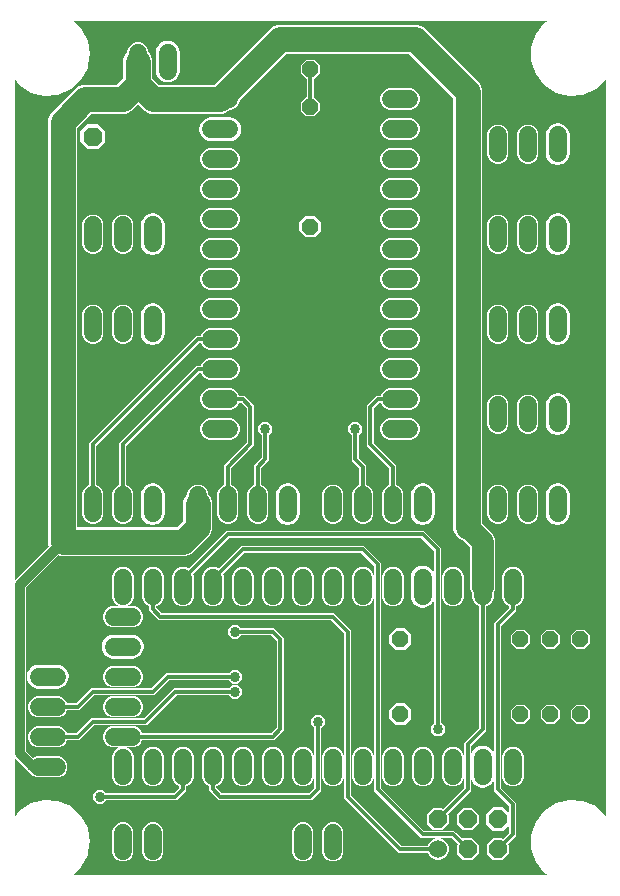
<source format=gbr>
G04 EAGLE Gerber RS-274X export*
G75*
%MOMM*%
%FSLAX34Y34*%
%LPD*%
%INTop Copper*%
%IPPOS*%
%AMOC8*
5,1,8,0,0,1.08239X$1,22.5*%
G01*
%ADD10C,1.524000*%
%ADD11C,1.508000*%
%ADD12P,1.429621X8X202.500000*%
%ADD13P,1.429621X8X22.500000*%
%ADD14P,1.429621X8X112.500000*%
%ADD15P,1.732040X8X22.500000*%
%ADD16C,1.600200*%
%ADD17C,1.524000*%
%ADD18P,1.649562X8X22.500000*%
%ADD19P,1.429621X8X292.500000*%
%ADD20C,2.133600*%
%ADD21C,1.828800*%
%ADD22C,0.304800*%
%ADD23C,0.812800*%
%ADD24C,0.856400*%

G36*
X461238Y10157D02*
X461238Y10157D01*
X461240Y10157D01*
X461240Y10158D01*
X461241Y10160D01*
X461239Y10162D01*
X461239Y10164D01*
X458519Y11941D01*
X451330Y21178D01*
X447530Y32248D01*
X447530Y43952D01*
X451330Y55022D01*
X458519Y64259D01*
X468318Y70660D01*
X479664Y73534D01*
X491328Y72567D01*
X502047Y67866D01*
X510536Y60050D01*
X510538Y60050D01*
X510539Y60049D01*
X510541Y60050D01*
X510543Y60050D01*
X510543Y60052D01*
X510545Y60054D01*
X510545Y682896D01*
X510544Y682897D01*
X510544Y682899D01*
X510542Y682899D01*
X510540Y682901D01*
X510539Y682900D01*
X510536Y682900D01*
X502047Y675084D01*
X491328Y670383D01*
X479664Y669416D01*
X468318Y672290D01*
X458519Y678691D01*
X451330Y687928D01*
X447530Y698998D01*
X447530Y710702D01*
X451330Y721772D01*
X458519Y731009D01*
X461239Y732786D01*
X461240Y732788D01*
X461241Y732789D01*
X461240Y732790D01*
X461241Y732792D01*
X461238Y732793D01*
X461236Y732795D01*
X59537Y732795D01*
X59536Y732794D01*
X59534Y732794D01*
X59534Y732792D01*
X59532Y732790D01*
X59534Y732789D01*
X59534Y732786D01*
X66158Y726688D01*
X71729Y716395D01*
X73655Y704850D01*
X73655Y704847D01*
X73653Y704837D01*
X73651Y704827D01*
X73650Y704817D01*
X73648Y704807D01*
X73646Y704797D01*
X73645Y704787D01*
X73643Y704777D01*
X73642Y704772D01*
X73640Y704762D01*
X73639Y704752D01*
X73637Y704742D01*
X73636Y704732D01*
X73635Y704732D01*
X73636Y704732D01*
X73634Y704722D01*
X73632Y704713D01*
X73632Y704712D01*
X73631Y704703D01*
X73630Y704698D01*
X73628Y704688D01*
X73626Y704678D01*
X73625Y704668D01*
X73623Y704658D01*
X73621Y704648D01*
X73620Y704638D01*
X73618Y704628D01*
X73616Y704613D01*
X73614Y704603D01*
X73612Y704593D01*
X73611Y704583D01*
X73609Y704573D01*
X73607Y704563D01*
X73606Y704554D01*
X73606Y704553D01*
X73603Y704539D01*
X73602Y704529D01*
X73601Y704529D01*
X73602Y704529D01*
X73600Y704519D01*
X73598Y704509D01*
X73597Y704499D01*
X73595Y704489D01*
X73593Y704479D01*
X73592Y704469D01*
X73591Y704464D01*
X73589Y704454D01*
X73587Y704444D01*
X73586Y704434D01*
X73584Y704424D01*
X73582Y704414D01*
X73581Y704404D01*
X73579Y704395D01*
X73578Y704390D01*
X73577Y704380D01*
X73575Y704370D01*
X73573Y704360D01*
X73572Y704350D01*
X73570Y704340D01*
X73568Y704330D01*
X73567Y704320D01*
X73566Y704315D01*
X73564Y704305D01*
X73563Y704295D01*
X73561Y704285D01*
X73559Y704275D01*
X73558Y704265D01*
X73556Y704255D01*
X73554Y704245D01*
X73552Y704231D01*
X73550Y704221D01*
X73548Y704211D01*
X73547Y704201D01*
X73545Y704191D01*
X73543Y704181D01*
X73542Y704171D01*
X73539Y704156D01*
X73538Y704146D01*
X73536Y704136D01*
X73534Y704126D01*
X73533Y704116D01*
X73531Y704106D01*
X73529Y704096D01*
X73528Y704086D01*
X73527Y704082D01*
X73527Y704081D01*
X73525Y704072D01*
X73524Y704062D01*
X73522Y704052D01*
X73520Y704042D01*
X73519Y704032D01*
X73517Y704022D01*
X73515Y704012D01*
X73514Y704007D01*
X73513Y703997D01*
X73511Y703987D01*
X73509Y703977D01*
X73508Y703967D01*
X73506Y703957D01*
X73505Y703947D01*
X73504Y703947D01*
X73503Y703937D01*
X73502Y703932D01*
X73500Y703923D01*
X73500Y703922D01*
X73499Y703913D01*
X73497Y703903D01*
X73495Y703893D01*
X73494Y703883D01*
X73492Y703873D01*
X73490Y703863D01*
X73488Y703848D01*
X73486Y703838D01*
X73485Y703828D01*
X73483Y703818D01*
X73481Y703808D01*
X73480Y703798D01*
X73478Y703788D01*
X73475Y703773D01*
X73474Y703764D01*
X73474Y703763D01*
X73472Y703754D01*
X73471Y703744D01*
X73470Y703744D01*
X73471Y703744D01*
X73469Y703734D01*
X73467Y703724D01*
X73466Y703714D01*
X73464Y703704D01*
X73463Y703699D01*
X73461Y703689D01*
X73460Y703679D01*
X73458Y703669D01*
X73456Y703659D01*
X73455Y703649D01*
X73453Y703639D01*
X73451Y703629D01*
X73451Y703624D01*
X73449Y703614D01*
X73447Y703605D01*
X73447Y703604D01*
X73446Y703595D01*
X73444Y703585D01*
X73442Y703575D01*
X73441Y703565D01*
X73439Y703555D01*
X73438Y703550D01*
X73437Y703540D01*
X73436Y703540D01*
X73437Y703540D01*
X73435Y703530D01*
X73433Y703520D01*
X73432Y703510D01*
X73430Y703500D01*
X73428Y703490D01*
X73427Y703480D01*
X73424Y703465D01*
X73422Y703455D01*
X73421Y703446D01*
X73421Y703445D01*
X73419Y703436D01*
X73417Y703426D01*
X73416Y703416D01*
X73414Y703406D01*
X73412Y703391D01*
X73410Y703381D01*
X73408Y703371D01*
X73407Y703361D01*
X73405Y703351D01*
X73403Y703341D01*
X73402Y703331D01*
X73399Y703316D01*
X73398Y703306D01*
X73396Y703296D01*
X73394Y703287D01*
X73394Y703286D01*
X73393Y703277D01*
X73391Y703267D01*
X73389Y703257D01*
X73388Y703247D01*
X73387Y703242D01*
X73385Y703232D01*
X73383Y703222D01*
X73382Y703212D01*
X73380Y703202D01*
X73378Y703192D01*
X73377Y703182D01*
X73375Y703172D01*
X73374Y703167D01*
X73373Y703157D01*
X73371Y703147D01*
X73369Y703137D01*
X73368Y703128D01*
X73368Y703127D01*
X73366Y703118D01*
X73364Y703108D01*
X73363Y703098D01*
X73360Y703083D01*
X73359Y703073D01*
X73357Y703063D01*
X73355Y703053D01*
X73354Y703043D01*
X73352Y703033D01*
X73350Y703023D01*
X73348Y703008D01*
X73346Y702998D01*
X73344Y702988D01*
X73343Y702978D01*
X73341Y702969D01*
X73341Y702968D01*
X73340Y702959D01*
X73339Y702959D01*
X73340Y702959D01*
X73338Y702949D01*
X73335Y702934D01*
X73334Y702924D01*
X73332Y702914D01*
X73330Y702904D01*
X73329Y702894D01*
X73327Y702884D01*
X73325Y702874D01*
X73324Y702864D01*
X73323Y702859D01*
X73321Y702849D01*
X73320Y702839D01*
X73318Y702829D01*
X73316Y702819D01*
X73315Y702810D01*
X73315Y702809D01*
X73313Y702800D01*
X73311Y702790D01*
X73310Y702785D01*
X73309Y702775D01*
X73307Y702765D01*
X73306Y702755D01*
X73305Y702755D01*
X73306Y702755D01*
X73304Y702745D01*
X73302Y702735D01*
X73301Y702725D01*
X73299Y702715D01*
X73296Y702700D01*
X73295Y702690D01*
X73293Y702680D01*
X73291Y702670D01*
X73290Y702660D01*
X73288Y702651D01*
X73288Y702650D01*
X73286Y702641D01*
X73284Y702626D01*
X73282Y702616D01*
X73281Y702606D01*
X73279Y702596D01*
X73277Y702586D01*
X73276Y702576D01*
X73274Y702566D01*
X73272Y702551D01*
X73271Y702551D01*
X73272Y702551D01*
X73270Y702541D01*
X73268Y702531D01*
X73267Y702521D01*
X73265Y702511D01*
X73263Y702501D01*
X73262Y702492D01*
X73262Y702491D01*
X73260Y702482D01*
X73259Y702477D01*
X73257Y702467D01*
X73256Y702457D01*
X73254Y702447D01*
X73252Y702437D01*
X73251Y702427D01*
X73249Y702417D01*
X73247Y702407D01*
X73247Y702402D01*
X73245Y702392D01*
X73243Y702382D01*
X73242Y702372D01*
X73240Y702362D01*
X73238Y702352D01*
X73237Y702342D01*
X73235Y702333D01*
X73235Y702332D01*
X73233Y702318D01*
X73231Y702308D01*
X73229Y702298D01*
X73228Y702288D01*
X73226Y702278D01*
X73224Y702268D01*
X73223Y702258D01*
X73220Y702243D01*
X73218Y702233D01*
X73217Y702223D01*
X73215Y702213D01*
X73213Y702203D01*
X73212Y702193D01*
X73210Y702183D01*
X73208Y702169D01*
X73208Y702168D01*
X73206Y702159D01*
X73204Y702149D01*
X73203Y702139D01*
X73201Y702129D01*
X73199Y702119D01*
X73198Y702109D01*
X73196Y702099D01*
X73195Y702094D01*
X73194Y702084D01*
X73192Y702074D01*
X73190Y702064D01*
X73189Y702054D01*
X73187Y702044D01*
X73185Y702034D01*
X73184Y702024D01*
X73183Y702019D01*
X73181Y702010D01*
X73181Y702009D01*
X73179Y702000D01*
X73178Y701990D01*
X73176Y701980D01*
X73175Y701970D01*
X73174Y701970D01*
X73175Y701970D01*
X73173Y701960D01*
X73171Y701950D01*
X73169Y701935D01*
X73167Y701925D01*
X73165Y701915D01*
X73164Y701905D01*
X73162Y701895D01*
X73160Y701885D01*
X73159Y701875D01*
X73156Y701860D01*
X73155Y701851D01*
X73155Y701850D01*
X73153Y701841D01*
X73151Y701831D01*
X73150Y701821D01*
X73148Y701811D01*
X73146Y701801D01*
X73144Y701786D01*
X73142Y701776D01*
X73141Y701766D01*
X73140Y701766D01*
X73141Y701766D01*
X73139Y701756D01*
X73137Y701746D01*
X73136Y701736D01*
X73134Y701726D01*
X73132Y701716D01*
X73131Y701711D01*
X73130Y701701D01*
X73128Y701692D01*
X73128Y701691D01*
X73126Y701682D01*
X73125Y701672D01*
X73123Y701662D01*
X73121Y701652D01*
X73120Y701642D01*
X73119Y701637D01*
X73117Y701627D01*
X73116Y701617D01*
X73114Y701607D01*
X73112Y701597D01*
X73111Y701587D01*
X73109Y701577D01*
X73107Y701567D01*
X73107Y701562D01*
X73106Y701562D01*
X73107Y701562D01*
X73105Y701552D01*
X73103Y701542D01*
X73102Y701533D01*
X73102Y701532D01*
X73100Y701523D01*
X73098Y701513D01*
X73097Y701503D01*
X73095Y701493D01*
X73092Y701478D01*
X73091Y701468D01*
X73089Y701458D01*
X73087Y701448D01*
X73086Y701438D01*
X73084Y701428D01*
X73082Y701418D01*
X73080Y701403D01*
X73078Y701393D01*
X73077Y701383D01*
X73075Y701374D01*
X73075Y701373D01*
X73073Y701364D01*
X73072Y701354D01*
X73070Y701344D01*
X73068Y701334D01*
X73068Y701329D01*
X73066Y701319D01*
X73064Y701309D01*
X73063Y701299D01*
X73061Y701289D01*
X73059Y701279D01*
X73058Y701269D01*
X73056Y701259D01*
X73055Y701254D01*
X73053Y701244D01*
X73052Y701234D01*
X73050Y701224D01*
X73048Y701215D01*
X73048Y701214D01*
X73047Y701205D01*
X73045Y701195D01*
X73044Y701185D01*
X73043Y701185D01*
X73043Y701180D01*
X73041Y701170D01*
X73039Y701160D01*
X73038Y701150D01*
X73036Y701140D01*
X73034Y701130D01*
X73033Y701120D01*
X73031Y701110D01*
X73029Y701095D01*
X73027Y701085D01*
X73025Y701075D01*
X73024Y701065D01*
X73022Y701056D01*
X73022Y701055D01*
X73020Y701046D01*
X73019Y701036D01*
X73016Y701021D01*
X73014Y701011D01*
X73013Y701001D01*
X73011Y700991D01*
X73010Y700981D01*
X73009Y700981D01*
X73010Y700981D01*
X73008Y700971D01*
X73006Y700961D01*
X73005Y700951D01*
X73004Y700946D01*
X73002Y700936D01*
X73000Y700926D01*
X72999Y700916D01*
X72997Y700906D01*
X72995Y700897D01*
X72995Y700896D01*
X72994Y700887D01*
X72992Y700877D01*
X72991Y700872D01*
X72990Y700862D01*
X72988Y700852D01*
X72986Y700842D01*
X72985Y700832D01*
X72983Y700822D01*
X72981Y700812D01*
X72980Y700802D01*
X72979Y700797D01*
X72977Y700787D01*
X72976Y700777D01*
X72975Y700777D01*
X72976Y700777D01*
X72974Y700767D01*
X72972Y700757D01*
X72971Y700747D01*
X72969Y700738D01*
X72969Y700737D01*
X72967Y700728D01*
X72965Y700713D01*
X72963Y700703D01*
X72961Y700693D01*
X72960Y700683D01*
X72958Y700673D01*
X72956Y700663D01*
X72955Y700653D01*
X72952Y700638D01*
X72951Y700628D01*
X72949Y700618D01*
X72947Y700608D01*
X72946Y700598D01*
X72944Y700588D01*
X72942Y700579D01*
X72942Y700578D01*
X72940Y700564D01*
X72938Y700554D01*
X72937Y700544D01*
X72935Y700534D01*
X72933Y700524D01*
X72932Y700514D01*
X72930Y700504D01*
X72928Y700494D01*
X72927Y700489D01*
X72926Y700479D01*
X72924Y700469D01*
X72922Y700459D01*
X72921Y700449D01*
X72919Y700439D01*
X72917Y700429D01*
X72916Y700420D01*
X72915Y700415D01*
X72913Y700405D01*
X72912Y700395D01*
X72910Y700385D01*
X72908Y700375D01*
X72907Y700365D01*
X72905Y700355D01*
X72903Y700345D01*
X72901Y700330D01*
X72899Y700320D01*
X72898Y700310D01*
X72896Y700300D01*
X72894Y700290D01*
X72893Y700280D01*
X72891Y700270D01*
X72888Y700256D01*
X72887Y700246D01*
X72885Y700236D01*
X72883Y700226D01*
X72882Y700216D01*
X72880Y700206D01*
X72879Y700196D01*
X72878Y700196D01*
X72876Y700181D01*
X72874Y700171D01*
X72873Y700161D01*
X72871Y700151D01*
X72869Y700141D01*
X72868Y700131D01*
X72866Y700121D01*
X72864Y700111D01*
X72864Y700107D01*
X72864Y700106D01*
X72862Y700097D01*
X72860Y700087D01*
X72859Y700077D01*
X72857Y700067D01*
X72855Y700057D01*
X72854Y700047D01*
X72852Y700037D01*
X72851Y700032D01*
X72849Y700022D01*
X72848Y700012D01*
X72846Y700002D01*
X72845Y699992D01*
X72844Y699992D01*
X72845Y699992D01*
X72843Y699982D01*
X72841Y699972D01*
X72840Y699962D01*
X72837Y699948D01*
X72837Y699947D01*
X72835Y699938D01*
X72834Y699928D01*
X72832Y699918D01*
X72830Y699908D01*
X72829Y699898D01*
X72827Y699888D01*
X72825Y699873D01*
X72823Y699863D01*
X72821Y699853D01*
X72820Y699843D01*
X72818Y699833D01*
X72816Y699823D01*
X72815Y699813D01*
X72812Y699798D01*
X72811Y699789D01*
X72810Y699788D01*
X72811Y699788D01*
X72809Y699779D01*
X72807Y699769D01*
X72806Y699759D01*
X72804Y699749D01*
X72802Y699739D01*
X72801Y699729D01*
X72800Y699724D01*
X72798Y699714D01*
X72796Y699704D01*
X72795Y699694D01*
X72793Y699684D01*
X72791Y699674D01*
X72790Y699664D01*
X72788Y699654D01*
X72787Y699649D01*
X72786Y699639D01*
X72784Y699630D01*
X72784Y699629D01*
X72782Y699620D01*
X72781Y699610D01*
X72779Y699600D01*
X72777Y699590D01*
X72776Y699580D01*
X72773Y699565D01*
X72772Y699555D01*
X72770Y699545D01*
X72768Y699535D01*
X72767Y699525D01*
X72765Y699515D01*
X72763Y699505D01*
X72761Y699490D01*
X72759Y699480D01*
X72757Y699471D01*
X72757Y699470D01*
X72756Y699461D01*
X72754Y699451D01*
X72752Y699441D01*
X72751Y699431D01*
X72748Y699416D01*
X72747Y699406D01*
X72745Y699396D01*
X72743Y699386D01*
X72742Y699376D01*
X72740Y699366D01*
X72738Y699356D01*
X72737Y699346D01*
X72736Y699341D01*
X72734Y699331D01*
X72733Y699321D01*
X72731Y699312D01*
X72731Y699311D01*
X72729Y699302D01*
X72728Y699292D01*
X72726Y699282D01*
X72724Y699272D01*
X72723Y699267D01*
X72722Y699257D01*
X72720Y699247D01*
X72718Y699237D01*
X72717Y699227D01*
X72715Y699217D01*
X72714Y699207D01*
X72713Y699207D01*
X72714Y699207D01*
X72712Y699197D01*
X72709Y699182D01*
X72708Y699172D01*
X72706Y699162D01*
X72704Y699153D01*
X72704Y699152D01*
X72703Y699143D01*
X72701Y699133D01*
X72699Y699123D01*
X72697Y699108D01*
X72695Y699098D01*
X72694Y699088D01*
X72692Y699078D01*
X72690Y699068D01*
X72689Y699058D01*
X72687Y699048D01*
X72684Y699033D01*
X72683Y699023D01*
X72681Y699013D01*
X72680Y699003D01*
X72679Y699003D01*
X72680Y699003D01*
X72678Y698994D01*
X72678Y698993D01*
X72676Y698984D01*
X72675Y698974D01*
X72673Y698964D01*
X72672Y698959D01*
X72670Y698949D01*
X72669Y698939D01*
X72667Y698929D01*
X72665Y698919D01*
X72664Y698909D01*
X72662Y698899D01*
X72660Y698889D01*
X72660Y698884D01*
X72658Y698874D01*
X72656Y698864D01*
X72655Y698854D01*
X72653Y698844D01*
X72651Y698835D01*
X72651Y698834D01*
X72650Y698825D01*
X72648Y698815D01*
X72647Y698810D01*
X72646Y698800D01*
X72645Y698800D01*
X72646Y698800D01*
X72644Y698790D01*
X72642Y698780D01*
X72641Y698770D01*
X72639Y698760D01*
X72637Y698750D01*
X72636Y698740D01*
X72633Y698725D01*
X72631Y698715D01*
X72630Y698705D01*
X72628Y698695D01*
X72626Y698685D01*
X72625Y698676D01*
X72625Y698675D01*
X72623Y698666D01*
X72621Y698651D01*
X72619Y698641D01*
X72617Y698631D01*
X72616Y698621D01*
X72614Y698611D01*
X72612Y698601D01*
X72611Y698591D01*
X72609Y698581D01*
X72608Y698576D01*
X72607Y698566D01*
X72605Y698556D01*
X72603Y698546D01*
X72602Y698536D01*
X72600Y698526D01*
X72598Y698517D01*
X72598Y698516D01*
X72597Y698507D01*
X72596Y698502D01*
X72594Y698492D01*
X72592Y698482D01*
X72591Y698472D01*
X72589Y698462D01*
X72587Y698452D01*
X72586Y698442D01*
X72584Y698432D01*
X72583Y698427D01*
X72582Y698417D01*
X72580Y698407D01*
X72578Y698397D01*
X72577Y698387D01*
X72575Y698377D01*
X72573Y698367D01*
X72572Y698358D01*
X72572Y698357D01*
X72569Y698343D01*
X72568Y698333D01*
X72566Y698323D01*
X72564Y698313D01*
X72563Y698303D01*
X72561Y698293D01*
X72559Y698283D01*
X72557Y698268D01*
X72555Y698258D01*
X72553Y698248D01*
X72552Y698238D01*
X72550Y698228D01*
X72549Y698218D01*
X72548Y698218D01*
X72549Y698218D01*
X72547Y698208D01*
X72545Y698199D01*
X72545Y698198D01*
X72544Y698194D01*
X72544Y698193D01*
X72543Y698184D01*
X72541Y698174D01*
X72539Y698164D01*
X72538Y698154D01*
X72536Y698144D01*
X72534Y698134D01*
X72533Y698124D01*
X72532Y698119D01*
X72530Y698109D01*
X72529Y698099D01*
X72527Y698089D01*
X72525Y698079D01*
X72524Y698069D01*
X72522Y698059D01*
X72520Y698049D01*
X72519Y698044D01*
X72518Y698035D01*
X72518Y698034D01*
X72516Y698025D01*
X72515Y698015D01*
X72514Y698015D01*
X72515Y698015D01*
X72513Y698005D01*
X72511Y697995D01*
X72510Y697985D01*
X72508Y697975D01*
X72505Y697960D01*
X72504Y697950D01*
X72502Y697940D01*
X72500Y697930D01*
X72499Y697920D01*
X72497Y697910D01*
X72495Y697900D01*
X72493Y697885D01*
X72491Y697876D01*
X72491Y697875D01*
X72490Y697866D01*
X72488Y697856D01*
X72486Y697846D01*
X72485Y697836D01*
X72483Y697826D01*
X72481Y697811D01*
X72480Y697811D01*
X72481Y697811D01*
X72479Y697801D01*
X72477Y697791D01*
X72476Y697781D01*
X72474Y697771D01*
X72472Y697761D01*
X72471Y697751D01*
X72469Y697741D01*
X72468Y697736D01*
X72466Y697726D01*
X72465Y697717D01*
X72465Y697716D01*
X72463Y697707D01*
X72461Y697697D01*
X72460Y697687D01*
X72458Y697677D01*
X72456Y697667D01*
X72456Y697662D01*
X72454Y697652D01*
X72452Y697642D01*
X72451Y697632D01*
X72449Y697622D01*
X72447Y697612D01*
X72446Y697602D01*
X72444Y697592D01*
X72442Y697577D01*
X72440Y697567D01*
X72438Y697558D01*
X72438Y697557D01*
X72437Y697548D01*
X72435Y697538D01*
X72433Y697528D01*
X72432Y697518D01*
X72429Y697503D01*
X72427Y697493D01*
X72426Y697483D01*
X72424Y697473D01*
X72422Y697463D01*
X72421Y697453D01*
X72419Y697443D01*
X72417Y697428D01*
X72415Y697418D01*
X72413Y697408D01*
X72412Y697399D01*
X72412Y697398D01*
X72410Y697389D01*
X72408Y697379D01*
X72407Y697369D01*
X72405Y697359D01*
X72404Y697354D01*
X72403Y697344D01*
X72401Y697334D01*
X72399Y697324D01*
X72398Y697314D01*
X72396Y697304D01*
X72394Y697294D01*
X72393Y697284D01*
X72392Y697279D01*
X72390Y697269D01*
X72388Y697259D01*
X72387Y697249D01*
X72385Y697240D01*
X72385Y697239D01*
X72384Y697230D01*
X72383Y697230D01*
X72384Y697230D01*
X72382Y697220D01*
X72380Y697210D01*
X72378Y697195D01*
X72376Y697185D01*
X72374Y697175D01*
X72373Y697165D01*
X72371Y697155D01*
X72369Y697145D01*
X72368Y697135D01*
X72365Y697120D01*
X72364Y697110D01*
X72362Y697100D01*
X72360Y697090D01*
X72359Y697081D01*
X72359Y697080D01*
X72357Y697071D01*
X72355Y697061D01*
X72353Y697046D01*
X72351Y697036D01*
X72350Y697026D01*
X72349Y697026D01*
X72350Y697026D01*
X72348Y697016D01*
X72346Y697006D01*
X72345Y696996D01*
X72343Y696986D01*
X72341Y696976D01*
X72340Y696971D01*
X72339Y696961D01*
X72337Y696951D01*
X72335Y696941D01*
X72334Y696931D01*
X72332Y696922D01*
X72332Y696921D01*
X72330Y696912D01*
X72329Y696902D01*
X72328Y696897D01*
X72326Y696887D01*
X72325Y696877D01*
X72323Y696867D01*
X72321Y696857D01*
X72320Y696847D01*
X72318Y696837D01*
X72316Y696827D01*
X72314Y696812D01*
X72312Y696802D01*
X72311Y696792D01*
X72309Y696782D01*
X72307Y696772D01*
X72306Y696763D01*
X72306Y696762D01*
X72304Y696753D01*
X72301Y696738D01*
X72300Y696728D01*
X72298Y696718D01*
X72296Y696708D01*
X72295Y696698D01*
X72293Y696688D01*
X72291Y696678D01*
X72289Y696663D01*
X72287Y696653D01*
X72286Y696643D01*
X72284Y696633D01*
X72282Y696623D01*
X72281Y696613D01*
X72279Y696604D01*
X72279Y696603D01*
X72277Y696594D01*
X72277Y696589D01*
X72275Y696579D01*
X72273Y696569D01*
X72272Y696559D01*
X72270Y696549D01*
X72268Y696539D01*
X72267Y696529D01*
X72265Y696519D01*
X72264Y696514D01*
X72262Y696504D01*
X72261Y696494D01*
X72259Y696484D01*
X72257Y696474D01*
X72256Y696464D01*
X72254Y696454D01*
X72253Y696445D01*
X72252Y696445D01*
X72252Y696444D01*
X72250Y696430D01*
X72248Y696420D01*
X72247Y696410D01*
X72245Y696400D01*
X72243Y696390D01*
X72242Y696380D01*
X72240Y696370D01*
X72238Y696355D01*
X72236Y696345D01*
X72234Y696335D01*
X72233Y696325D01*
X72231Y696315D01*
X72229Y696305D01*
X72228Y696295D01*
X72225Y696281D01*
X72223Y696271D01*
X72222Y696261D01*
X72220Y696251D01*
X72219Y696241D01*
X72218Y696241D01*
X72219Y696241D01*
X72217Y696231D01*
X72215Y696221D01*
X72214Y696211D01*
X72213Y696206D01*
X72211Y696196D01*
X72209Y696186D01*
X72208Y696176D01*
X72206Y696166D01*
X72204Y696156D01*
X72203Y696146D01*
X72201Y696136D01*
X72200Y696132D01*
X72200Y696131D01*
X72199Y696122D01*
X72197Y696112D01*
X72195Y696102D01*
X72194Y696092D01*
X72192Y696082D01*
X72190Y696072D01*
X72189Y696062D01*
X72188Y696057D01*
X72186Y696047D01*
X72185Y696037D01*
X72184Y696037D01*
X72185Y696037D01*
X72183Y696027D01*
X72181Y696017D01*
X72180Y696007D01*
X72178Y695997D01*
X72176Y695987D01*
X72174Y695973D01*
X72174Y695972D01*
X72172Y695963D01*
X72170Y695953D01*
X72169Y695943D01*
X72167Y695933D01*
X72165Y695923D01*
X72164Y695913D01*
X72161Y695898D01*
X72160Y695888D01*
X72158Y695878D01*
X72156Y695868D01*
X72155Y695858D01*
X72153Y695848D01*
X72151Y695838D01*
X72150Y695828D01*
X72149Y695823D01*
X72147Y695814D01*
X72147Y695813D01*
X72146Y695804D01*
X72144Y695794D01*
X72142Y695784D01*
X72141Y695774D01*
X72139Y695764D01*
X72137Y695754D01*
X72136Y695749D01*
X72135Y695739D01*
X72133Y695729D01*
X72131Y695719D01*
X72130Y695709D01*
X72128Y695699D01*
X72126Y695689D01*
X72125Y695679D01*
X72124Y695674D01*
X72122Y695664D01*
X72121Y695655D01*
X72121Y695654D01*
X72119Y695645D01*
X72117Y695635D01*
X72116Y695625D01*
X72114Y695615D01*
X72112Y695605D01*
X72110Y695590D01*
X72108Y695580D01*
X72107Y695570D01*
X72105Y695560D01*
X72103Y695550D01*
X72102Y695540D01*
X72100Y695530D01*
X72097Y695515D01*
X72096Y695505D01*
X72094Y695496D01*
X72094Y695495D01*
X72092Y695486D01*
X72091Y695476D01*
X72089Y695466D01*
X72088Y695456D01*
X72087Y695456D01*
X72086Y695446D01*
X72085Y695441D01*
X72083Y695431D01*
X72082Y695421D01*
X72080Y695411D01*
X72078Y695401D01*
X72077Y695391D01*
X72075Y695381D01*
X72073Y695371D01*
X72073Y695366D01*
X72071Y695356D01*
X72069Y695346D01*
X72068Y695337D01*
X72068Y695336D01*
X72066Y695327D01*
X72064Y695317D01*
X72063Y695307D01*
X72061Y695297D01*
X72060Y695292D01*
X72058Y695282D01*
X72057Y695272D01*
X72055Y695262D01*
X72054Y695252D01*
X72053Y695252D01*
X72054Y695252D01*
X72052Y695242D01*
X72050Y695232D01*
X72049Y695222D01*
X72046Y695207D01*
X72044Y695197D01*
X72043Y695187D01*
X72041Y695178D01*
X72041Y695177D01*
X72039Y695168D01*
X72038Y695158D01*
X72036Y695148D01*
X72034Y695133D01*
X72032Y695123D01*
X72030Y695113D01*
X72029Y695103D01*
X72027Y695093D01*
X72025Y695083D01*
X72024Y695073D01*
X72022Y695063D01*
X72021Y695058D01*
X72020Y695048D01*
X72019Y695048D01*
X72020Y695048D01*
X72018Y695038D01*
X72016Y695028D01*
X72015Y695019D01*
X72015Y695018D01*
X72013Y695009D01*
X72011Y694999D01*
X72010Y694989D01*
X72009Y694984D01*
X72007Y694974D01*
X72005Y694964D01*
X72004Y694954D01*
X72002Y694944D01*
X72000Y694934D01*
X71999Y694924D01*
X71997Y694914D01*
X71996Y694909D01*
X71995Y694899D01*
X71993Y694889D01*
X71991Y694879D01*
X71990Y694869D01*
X71988Y694860D01*
X71988Y694859D01*
X71986Y694850D01*
X71985Y694840D01*
X71982Y694825D01*
X71981Y694815D01*
X71979Y694805D01*
X71977Y694795D01*
X71976Y694785D01*
X71974Y694775D01*
X71972Y694765D01*
X71970Y694750D01*
X71968Y694740D01*
X71966Y694730D01*
X71965Y694720D01*
X71963Y694710D01*
X71961Y694701D01*
X71961Y694700D01*
X71960Y694691D01*
X71957Y694676D01*
X71956Y694666D01*
X71954Y694656D01*
X71952Y694646D01*
X71951Y694636D01*
X71949Y694626D01*
X71947Y694616D01*
X71946Y694606D01*
X71945Y694601D01*
X71943Y694591D01*
X71942Y694581D01*
X71940Y694571D01*
X71938Y694561D01*
X71937Y694551D01*
X71935Y694542D01*
X71935Y694541D01*
X71933Y694532D01*
X71932Y694527D01*
X71931Y694517D01*
X71929Y694507D01*
X71927Y694497D01*
X71926Y694487D01*
X71924Y694477D01*
X71923Y694467D01*
X71922Y694467D01*
X71923Y694467D01*
X71921Y694457D01*
X71918Y694442D01*
X71917Y694432D01*
X71915Y694422D01*
X71913Y694412D01*
X71912Y694402D01*
X71910Y694392D01*
X71908Y694383D01*
X71908Y694382D01*
X71906Y694368D01*
X71904Y694358D01*
X71903Y694348D01*
X71901Y694338D01*
X71899Y694328D01*
X71898Y694318D01*
X71896Y694308D01*
X71893Y694293D01*
X71892Y694283D01*
X71890Y694273D01*
X71889Y694263D01*
X71888Y694263D01*
X71889Y694263D01*
X71887Y694253D01*
X71885Y694243D01*
X71884Y694233D01*
X71882Y694224D01*
X71882Y694223D01*
X71881Y694219D01*
X71881Y694218D01*
X71879Y694209D01*
X71878Y694199D01*
X71876Y694189D01*
X71874Y694179D01*
X71873Y694169D01*
X71871Y694159D01*
X71869Y694149D01*
X71869Y694144D01*
X71867Y694134D01*
X71865Y694124D01*
X71864Y694114D01*
X71862Y694104D01*
X71860Y694094D01*
X71859Y694084D01*
X71857Y694074D01*
X71855Y694060D01*
X71854Y694060D01*
X71855Y694059D01*
X71853Y694050D01*
X71851Y694040D01*
X71850Y694030D01*
X71848Y694020D01*
X71846Y694010D01*
X71845Y694000D01*
X71842Y693985D01*
X71840Y693975D01*
X71839Y693965D01*
X71837Y693955D01*
X71835Y693945D01*
X71834Y693935D01*
X71832Y693925D01*
X71830Y693910D01*
X71828Y693901D01*
X71828Y693900D01*
X71826Y693891D01*
X71825Y693881D01*
X71823Y693871D01*
X71821Y693861D01*
X71820Y693851D01*
X71818Y693841D01*
X71817Y693836D01*
X71816Y693826D01*
X71814Y693816D01*
X71812Y693806D01*
X71811Y693796D01*
X71809Y693786D01*
X71807Y693776D01*
X71806Y693766D01*
X71805Y693761D01*
X71803Y693751D01*
X71801Y693742D01*
X71801Y693741D01*
X71800Y693732D01*
X71798Y693722D01*
X71796Y693712D01*
X71795Y693702D01*
X71793Y693692D01*
X71791Y693677D01*
X71789Y693667D01*
X71787Y693657D01*
X71786Y693647D01*
X71784Y693637D01*
X71782Y693627D01*
X71781Y693617D01*
X71778Y693602D01*
X71777Y693592D01*
X71775Y693583D01*
X71775Y693582D01*
X71773Y693573D01*
X71772Y693563D01*
X71770Y693553D01*
X71768Y693543D01*
X71766Y693528D01*
X71764Y693518D01*
X71762Y693508D01*
X71761Y693498D01*
X71759Y693488D01*
X71758Y693478D01*
X71757Y693478D01*
X71758Y693478D01*
X71756Y693468D01*
X71754Y693458D01*
X71753Y693453D01*
X71752Y693443D01*
X71750Y693433D01*
X71748Y693424D01*
X71748Y693423D01*
X71747Y693414D01*
X71745Y693404D01*
X71743Y693394D01*
X71742Y693384D01*
X71741Y693379D01*
X71739Y693369D01*
X71738Y693359D01*
X71736Y693349D01*
X71734Y693339D01*
X71733Y693329D01*
X71731Y693319D01*
X71729Y693309D01*
X71729Y693305D01*
X66158Y683012D01*
X57547Y675084D01*
X46828Y670383D01*
X35164Y669416D01*
X23818Y672290D01*
X14019Y678691D01*
X10164Y683644D01*
X10162Y683645D01*
X10161Y683646D01*
X10160Y683645D01*
X10158Y683645D01*
X10157Y683643D01*
X10155Y683641D01*
X10155Y259363D01*
X10156Y259362D01*
X10156Y259360D01*
X10158Y259360D01*
X10160Y259358D01*
X10161Y259360D01*
X10164Y259359D01*
X11913Y261109D01*
X39157Y288353D01*
X39157Y288355D01*
X39158Y288355D01*
X39157Y288355D01*
X39158Y288357D01*
X39158Y288359D01*
X38613Y289676D01*
X38613Y650124D01*
X40468Y654603D01*
X62947Y677082D01*
X67426Y678937D01*
X96550Y678937D01*
X96552Y678939D01*
X96553Y678939D01*
X102111Y684497D01*
X102111Y684498D01*
X102112Y684498D01*
X102111Y684499D01*
X102112Y684499D01*
X102113Y684500D01*
X102113Y700924D01*
X103968Y705403D01*
X105239Y706675D01*
X105240Y706677D01*
X105241Y706678D01*
X105241Y707842D01*
X106620Y711172D01*
X109168Y713720D01*
X112498Y715099D01*
X116102Y715099D01*
X119432Y713720D01*
X121980Y711172D01*
X123359Y707842D01*
X123359Y706678D01*
X123361Y706676D01*
X123361Y706675D01*
X124632Y705403D01*
X126487Y700924D01*
X126487Y684500D01*
X126489Y684498D01*
X126489Y684497D01*
X132047Y678939D01*
X132049Y678938D01*
X132050Y678937D01*
X179100Y678937D01*
X179102Y678939D01*
X179103Y678939D01*
X228047Y727882D01*
X232526Y729737D01*
X351674Y729737D01*
X356153Y727882D01*
X404032Y680003D01*
X405887Y675524D01*
X405887Y307695D01*
X405889Y307693D01*
X405889Y307691D01*
X415440Y298140D01*
X417063Y294221D01*
X417063Y251879D01*
X415540Y248201D01*
X415540Y248199D01*
X415539Y248199D01*
X415539Y244562D01*
X414148Y241203D01*
X411577Y238632D01*
X409446Y237750D01*
X409445Y237746D01*
X409443Y237745D01*
X409443Y132089D01*
X396745Y119391D01*
X396745Y119389D01*
X396744Y119389D01*
X396744Y119388D01*
X396743Y119387D01*
X396743Y112468D01*
X396745Y112466D01*
X396746Y112464D01*
X396747Y112464D01*
X396748Y112463D01*
X396750Y112465D01*
X396753Y112466D01*
X397401Y114030D01*
X398512Y115694D01*
X399926Y117108D01*
X401590Y118219D01*
X403438Y118985D01*
X405400Y119375D01*
X406395Y119375D01*
X406395Y101600D01*
X406395Y83825D01*
X405400Y83825D01*
X403438Y84215D01*
X401590Y84981D01*
X399926Y86092D01*
X398512Y87506D01*
X397401Y89170D01*
X396753Y90734D01*
X396750Y90735D01*
X396749Y90737D01*
X396748Y90736D01*
X396747Y90737D01*
X396745Y90734D01*
X396743Y90732D01*
X396743Y81289D01*
X394959Y79505D01*
X376918Y61464D01*
X376917Y61457D01*
X376918Y61457D01*
X377439Y60936D01*
X377439Y53364D01*
X372086Y48011D01*
X364514Y48011D01*
X359161Y53364D01*
X359161Y60936D01*
X364514Y66289D01*
X372086Y66289D01*
X372607Y65768D01*
X372614Y65767D01*
X372614Y65768D01*
X390655Y83809D01*
X390655Y83811D01*
X390656Y83811D01*
X390656Y83812D01*
X390657Y83813D01*
X390657Y121911D01*
X403355Y134609D01*
X403355Y134611D01*
X403357Y134612D01*
X403356Y134612D01*
X403357Y134613D01*
X403357Y237745D01*
X403354Y237748D01*
X403354Y237750D01*
X401223Y238632D01*
X398652Y241203D01*
X397261Y244562D01*
X397261Y248199D01*
X397260Y248200D01*
X397260Y248201D01*
X395737Y251879D01*
X395737Y287681D01*
X395735Y287683D01*
X395735Y287685D01*
X390476Y292944D01*
X390475Y292944D01*
X390475Y292945D01*
X386797Y294468D01*
X383368Y297897D01*
X381513Y302376D01*
X381513Y668050D01*
X381511Y668052D01*
X381511Y668053D01*
X344203Y705361D01*
X344201Y705362D01*
X344200Y705363D01*
X240000Y705363D01*
X239998Y705361D01*
X239997Y705361D01*
X200911Y666275D01*
X200910Y666273D01*
X200909Y666272D01*
X200909Y664932D01*
X199518Y661573D01*
X196947Y659002D01*
X193588Y657611D01*
X192248Y657611D01*
X192246Y657609D01*
X192245Y657609D01*
X191053Y656418D01*
X186574Y654563D01*
X124576Y654563D01*
X120097Y656418D01*
X114304Y662211D01*
X114297Y662212D01*
X114297Y662211D01*
X114296Y662211D01*
X108503Y656418D01*
X104024Y654563D01*
X74900Y654563D01*
X74898Y654561D01*
X74897Y654561D01*
X62989Y642653D01*
X62988Y642651D01*
X62987Y642650D01*
X62987Y304292D01*
X62992Y304287D01*
X62992Y304288D01*
X62992Y304287D01*
X147350Y304287D01*
X147352Y304289D01*
X147353Y304289D01*
X152911Y309847D01*
X152911Y309849D01*
X152913Y309850D01*
X152913Y326274D01*
X154768Y330753D01*
X156039Y332025D01*
X156040Y332027D01*
X156041Y332028D01*
X156041Y333192D01*
X157420Y336522D01*
X159968Y339070D01*
X163298Y340449D01*
X166902Y340449D01*
X170232Y339070D01*
X172780Y336522D01*
X174159Y333192D01*
X174159Y332028D01*
X174161Y332026D01*
X174161Y332025D01*
X175432Y330753D01*
X177287Y326274D01*
X177287Y302376D01*
X175432Y297897D01*
X159303Y281768D01*
X154824Y279913D01*
X48376Y279913D01*
X47059Y280458D01*
X47055Y280457D01*
X47053Y280457D01*
X19809Y253213D01*
X19808Y253210D01*
X19807Y253209D01*
X19807Y115091D01*
X19809Y115089D01*
X19809Y115087D01*
X25559Y109337D01*
X25561Y109337D01*
X25561Y109336D01*
X25564Y109336D01*
X28758Y110659D01*
X47442Y110659D01*
X50772Y109280D01*
X53320Y106732D01*
X54699Y103402D01*
X54699Y99798D01*
X53320Y96468D01*
X50772Y93920D01*
X47442Y92541D01*
X28758Y92541D01*
X25428Y93920D01*
X23333Y96015D01*
X23331Y96016D01*
X23329Y96017D01*
X23087Y96017D01*
X11913Y107191D01*
X10164Y108941D01*
X10162Y108941D01*
X10161Y108942D01*
X10159Y108941D01*
X10157Y108941D01*
X10157Y108939D01*
X10155Y108937D01*
X10155Y59309D01*
X10157Y59307D01*
X10157Y59305D01*
X10158Y59305D01*
X10160Y59304D01*
X10161Y59306D01*
X10164Y59306D01*
X14019Y64259D01*
X23818Y70660D01*
X35164Y73534D01*
X46828Y72567D01*
X57547Y67866D01*
X66158Y59938D01*
X71729Y49645D01*
X73655Y38100D01*
X73653Y38090D01*
X73652Y38080D01*
X73650Y38070D01*
X73649Y38060D01*
X73648Y38060D01*
X73649Y38060D01*
X73647Y38050D01*
X73645Y38040D01*
X73644Y38031D01*
X73644Y38030D01*
X73641Y38016D01*
X73639Y38006D01*
X73638Y37996D01*
X73636Y37986D01*
X73634Y37976D01*
X73633Y37966D01*
X73631Y37956D01*
X73629Y37941D01*
X73627Y37931D01*
X73625Y37921D01*
X73624Y37911D01*
X73622Y37901D01*
X73620Y37891D01*
X73619Y37881D01*
X73617Y37872D01*
X73617Y37871D01*
X73616Y37867D01*
X73616Y37866D01*
X73615Y37857D01*
X73614Y37857D01*
X73615Y37857D01*
X73613Y37847D01*
X73611Y37837D01*
X73610Y37827D01*
X73608Y37817D01*
X73606Y37807D01*
X73605Y37797D01*
X73604Y37792D01*
X73602Y37782D01*
X73600Y37772D01*
X73599Y37762D01*
X73597Y37752D01*
X73595Y37742D01*
X73594Y37732D01*
X73592Y37722D01*
X73591Y37717D01*
X73590Y37708D01*
X73590Y37707D01*
X73588Y37698D01*
X73586Y37688D01*
X73585Y37678D01*
X73583Y37668D01*
X73581Y37658D01*
X73580Y37648D01*
X73577Y37633D01*
X73576Y37623D01*
X73574Y37613D01*
X73572Y37603D01*
X73571Y37593D01*
X73569Y37583D01*
X73567Y37573D01*
X73565Y37558D01*
X73563Y37549D01*
X73563Y37548D01*
X73561Y37539D01*
X73560Y37529D01*
X73558Y37519D01*
X73556Y37509D01*
X73555Y37499D01*
X73552Y37484D01*
X73551Y37474D01*
X73549Y37464D01*
X73547Y37454D01*
X73546Y37444D01*
X73544Y37434D01*
X73542Y37424D01*
X73541Y37414D01*
X73540Y37409D01*
X73538Y37399D01*
X73537Y37390D01*
X73537Y37389D01*
X73535Y37380D01*
X73533Y37370D01*
X73532Y37360D01*
X73530Y37350D01*
X73528Y37340D01*
X73527Y37335D01*
X73526Y37325D01*
X73524Y37315D01*
X73522Y37305D01*
X73521Y37295D01*
X73519Y37285D01*
X73518Y37275D01*
X73517Y37275D01*
X73518Y37275D01*
X73516Y37265D01*
X73513Y37250D01*
X73512Y37240D01*
X73510Y37231D01*
X73510Y37230D01*
X73508Y37221D01*
X73507Y37211D01*
X73505Y37201D01*
X73503Y37191D01*
X73501Y37176D01*
X73499Y37166D01*
X73498Y37156D01*
X73496Y37146D01*
X73494Y37136D01*
X73493Y37126D01*
X73491Y37116D01*
X73488Y37101D01*
X73487Y37091D01*
X73485Y37081D01*
X73484Y37072D01*
X73483Y37072D01*
X73484Y37071D01*
X73482Y37062D01*
X73480Y37052D01*
X73479Y37042D01*
X73477Y37032D01*
X73476Y37027D01*
X73474Y37017D01*
X73473Y37007D01*
X73471Y36997D01*
X73469Y36987D01*
X73468Y36977D01*
X73466Y36967D01*
X73464Y36957D01*
X73464Y36952D01*
X73462Y36942D01*
X73460Y36932D01*
X73459Y36922D01*
X73457Y36913D01*
X73457Y36912D01*
X73455Y36903D01*
X73454Y36893D01*
X73452Y36883D01*
X73450Y36868D01*
X73449Y36868D01*
X73450Y36868D01*
X73448Y36858D01*
X73446Y36848D01*
X73445Y36838D01*
X73443Y36828D01*
X73441Y36818D01*
X73440Y36808D01*
X73437Y36793D01*
X73435Y36783D01*
X73434Y36773D01*
X73432Y36763D01*
X73430Y36754D01*
X73430Y36753D01*
X73429Y36744D01*
X73427Y36734D01*
X73425Y36719D01*
X73423Y36709D01*
X73421Y36699D01*
X73420Y36689D01*
X73418Y36679D01*
X73416Y36669D01*
X73415Y36659D01*
X73413Y36649D01*
X73412Y36644D01*
X73411Y36634D01*
X73409Y36624D01*
X73407Y36614D01*
X73406Y36604D01*
X73404Y36595D01*
X73404Y36594D01*
X73402Y36585D01*
X73401Y36575D01*
X73400Y36570D01*
X73398Y36560D01*
X73396Y36550D01*
X73395Y36540D01*
X73393Y36530D01*
X73391Y36520D01*
X73390Y36510D01*
X73388Y36500D01*
X73386Y36485D01*
X73384Y36475D01*
X73382Y36465D01*
X73381Y36455D01*
X73379Y36445D01*
X73377Y36436D01*
X73377Y36435D01*
X73376Y36426D01*
X73373Y36411D01*
X73372Y36401D01*
X73370Y36391D01*
X73368Y36381D01*
X73367Y36371D01*
X73365Y36361D01*
X73363Y36351D01*
X73361Y36336D01*
X73359Y36326D01*
X73357Y36316D01*
X73356Y36306D01*
X73354Y36296D01*
X73353Y36286D01*
X73352Y36286D01*
X73353Y36286D01*
X73351Y36277D01*
X73351Y36276D01*
X73349Y36267D01*
X73348Y36262D01*
X73347Y36252D01*
X73345Y36242D01*
X73343Y36232D01*
X73342Y36222D01*
X73340Y36212D01*
X73338Y36202D01*
X73337Y36192D01*
X73336Y36187D01*
X73334Y36177D01*
X73333Y36167D01*
X73331Y36157D01*
X73329Y36147D01*
X73328Y36137D01*
X73326Y36127D01*
X73324Y36118D01*
X73324Y36117D01*
X73322Y36103D01*
X73320Y36093D01*
X73319Y36083D01*
X73318Y36083D01*
X73319Y36083D01*
X73317Y36073D01*
X73315Y36063D01*
X73314Y36053D01*
X73312Y36043D01*
X73309Y36028D01*
X73308Y36018D01*
X73306Y36008D01*
X73304Y35998D01*
X73303Y35988D01*
X73301Y35978D01*
X73299Y35968D01*
X73297Y35954D01*
X73295Y35944D01*
X73294Y35934D01*
X73292Y35924D01*
X73290Y35914D01*
X73289Y35904D01*
X73287Y35894D01*
X73285Y35884D01*
X73285Y35879D01*
X73284Y35879D01*
X73285Y35879D01*
X73283Y35869D01*
X73281Y35859D01*
X73280Y35849D01*
X73278Y35839D01*
X73276Y35829D01*
X73275Y35819D01*
X73273Y35809D01*
X73272Y35805D01*
X73272Y35804D01*
X73270Y35795D01*
X73269Y35785D01*
X73267Y35775D01*
X73265Y35765D01*
X73264Y35755D01*
X73262Y35745D01*
X73260Y35735D01*
X73260Y35730D01*
X73258Y35720D01*
X73256Y35710D01*
X73255Y35700D01*
X73253Y35690D01*
X73251Y35680D01*
X73250Y35670D01*
X73248Y35660D01*
X73246Y35646D01*
X73246Y35645D01*
X73244Y35636D01*
X73242Y35626D01*
X73241Y35616D01*
X73239Y35606D01*
X73237Y35596D01*
X73236Y35586D01*
X73233Y35571D01*
X73231Y35561D01*
X73230Y35551D01*
X73228Y35541D01*
X73226Y35531D01*
X73225Y35521D01*
X73223Y35511D01*
X73222Y35501D01*
X73221Y35501D01*
X73221Y35496D01*
X73219Y35487D01*
X73219Y35486D01*
X73217Y35477D01*
X73216Y35467D01*
X73214Y35457D01*
X73212Y35447D01*
X73211Y35437D01*
X73209Y35427D01*
X73208Y35422D01*
X73207Y35412D01*
X73205Y35402D01*
X73203Y35392D01*
X73202Y35382D01*
X73200Y35372D01*
X73198Y35362D01*
X73197Y35352D01*
X73196Y35347D01*
X73194Y35337D01*
X73192Y35328D01*
X73192Y35327D01*
X73191Y35318D01*
X73189Y35308D01*
X73188Y35298D01*
X73187Y35298D01*
X73188Y35298D01*
X73186Y35288D01*
X73184Y35278D01*
X73182Y35263D01*
X73180Y35253D01*
X73178Y35243D01*
X73177Y35233D01*
X73175Y35223D01*
X73173Y35213D01*
X73172Y35203D01*
X73169Y35188D01*
X73168Y35178D01*
X73166Y35169D01*
X73166Y35168D01*
X73164Y35159D01*
X73163Y35149D01*
X73161Y35139D01*
X73159Y35129D01*
X73158Y35119D01*
X73157Y35114D01*
X73155Y35104D01*
X73154Y35094D01*
X73153Y35094D01*
X73154Y35094D01*
X73152Y35084D01*
X73150Y35074D01*
X73149Y35064D01*
X73147Y35054D01*
X73145Y35044D01*
X73144Y35039D01*
X73143Y35029D01*
X73141Y35019D01*
X73139Y35010D01*
X73139Y35009D01*
X73138Y35000D01*
X73136Y34990D01*
X73134Y34980D01*
X73133Y34970D01*
X73132Y34965D01*
X73130Y34955D01*
X73129Y34945D01*
X73127Y34935D01*
X73125Y34925D01*
X73124Y34915D01*
X73122Y34905D01*
X73120Y34895D01*
X73118Y34880D01*
X73116Y34870D01*
X73115Y34860D01*
X73113Y34851D01*
X73113Y34850D01*
X73111Y34841D01*
X73110Y34831D01*
X73108Y34821D01*
X73105Y34806D01*
X73104Y34796D01*
X73102Y34786D01*
X73100Y34776D01*
X73099Y34766D01*
X73097Y34756D01*
X73095Y34746D01*
X73093Y34731D01*
X73091Y34721D01*
X73090Y34711D01*
X73088Y34701D01*
X73086Y34692D01*
X73086Y34691D01*
X73085Y34682D01*
X73083Y34672D01*
X73081Y34662D01*
X73081Y34657D01*
X73079Y34647D01*
X73077Y34637D01*
X73076Y34627D01*
X73074Y34617D01*
X73072Y34607D01*
X73071Y34597D01*
X73069Y34587D01*
X73068Y34582D01*
X73066Y34572D01*
X73065Y34562D01*
X73063Y34552D01*
X73061Y34542D01*
X73060Y34533D01*
X73060Y34532D01*
X73058Y34523D01*
X73057Y34513D01*
X73056Y34513D01*
X73054Y34498D01*
X73052Y34488D01*
X73051Y34478D01*
X73049Y34468D01*
X73047Y34458D01*
X73046Y34448D01*
X73044Y34438D01*
X73042Y34423D01*
X73040Y34413D01*
X73038Y34403D01*
X73037Y34393D01*
X73035Y34383D01*
X73033Y34374D01*
X73033Y34373D01*
X73032Y34364D01*
X73029Y34349D01*
X73027Y34339D01*
X73026Y34329D01*
X73024Y34319D01*
X73023Y34309D01*
X73022Y34309D01*
X73023Y34309D01*
X73021Y34299D01*
X73019Y34289D01*
X73018Y34279D01*
X73017Y34274D01*
X73015Y34264D01*
X73013Y34254D01*
X73012Y34244D01*
X73010Y34234D01*
X73008Y34224D01*
X73007Y34215D01*
X73007Y34214D01*
X73005Y34205D01*
X73004Y34200D01*
X73003Y34190D01*
X73001Y34180D01*
X72999Y34170D01*
X72998Y34160D01*
X72996Y34150D01*
X72994Y34140D01*
X72993Y34130D01*
X72990Y34115D01*
X72989Y34105D01*
X72988Y34105D01*
X72989Y34105D01*
X72987Y34095D01*
X72985Y34085D01*
X72984Y34075D01*
X72982Y34065D01*
X72980Y34056D01*
X72980Y34055D01*
X72978Y34041D01*
X72976Y34031D01*
X72974Y34021D01*
X72973Y34011D01*
X72971Y34001D01*
X72969Y33991D01*
X72968Y33981D01*
X72965Y33966D01*
X72964Y33956D01*
X72962Y33946D01*
X72960Y33936D01*
X72959Y33926D01*
X72957Y33916D01*
X72955Y33906D01*
X72954Y33897D01*
X72954Y33896D01*
X72953Y33892D01*
X72953Y33891D01*
X72951Y33882D01*
X72950Y33872D01*
X72948Y33862D01*
X72946Y33852D01*
X72945Y33842D01*
X72943Y33832D01*
X72941Y33822D01*
X72940Y33817D01*
X72939Y33807D01*
X72937Y33797D01*
X72935Y33787D01*
X72934Y33777D01*
X72932Y33767D01*
X72930Y33757D01*
X72929Y33747D01*
X72926Y33733D01*
X72926Y33732D01*
X72925Y33723D01*
X72923Y33713D01*
X72921Y33703D01*
X72920Y33693D01*
X72918Y33683D01*
X72916Y33673D01*
X72914Y33658D01*
X72912Y33648D01*
X72911Y33638D01*
X72909Y33628D01*
X72907Y33618D01*
X72906Y33608D01*
X72904Y33598D01*
X72901Y33583D01*
X72900Y33574D01*
X72900Y33573D01*
X72898Y33564D01*
X72896Y33554D01*
X72895Y33544D01*
X72893Y33534D01*
X72892Y33524D01*
X72891Y33524D01*
X72890Y33514D01*
X72889Y33509D01*
X72887Y33499D01*
X72886Y33489D01*
X72884Y33479D01*
X72882Y33469D01*
X72881Y33459D01*
X72879Y33449D01*
X72877Y33439D01*
X72877Y33434D01*
X72875Y33424D01*
X72873Y33415D01*
X72873Y33414D01*
X72872Y33405D01*
X72870Y33395D01*
X72868Y33385D01*
X72867Y33375D01*
X72865Y33365D01*
X72862Y33350D01*
X72861Y33340D01*
X72859Y33330D01*
X72858Y33320D01*
X72857Y33320D01*
X72858Y33320D01*
X72856Y33310D01*
X72854Y33300D01*
X72853Y33290D01*
X72850Y33275D01*
X72848Y33265D01*
X72847Y33256D01*
X72847Y33255D01*
X72845Y33246D01*
X72843Y33236D01*
X72842Y33226D01*
X72840Y33216D01*
X72838Y33201D01*
X72836Y33191D01*
X72834Y33181D01*
X72833Y33171D01*
X72831Y33161D01*
X72829Y33151D01*
X72828Y33141D01*
X72826Y33131D01*
X72825Y33126D01*
X72824Y33116D01*
X72823Y33116D01*
X72824Y33116D01*
X72822Y33106D01*
X72820Y33097D01*
X72820Y33096D01*
X72819Y33087D01*
X72817Y33077D01*
X72815Y33067D01*
X72814Y33057D01*
X72813Y33052D01*
X72811Y33042D01*
X72809Y33032D01*
X72808Y33022D01*
X72806Y33012D01*
X72804Y33002D01*
X72803Y32992D01*
X72801Y32982D01*
X72800Y32977D01*
X72799Y32967D01*
X72797Y32957D01*
X72795Y32947D01*
X72794Y32938D01*
X72794Y32937D01*
X72792Y32928D01*
X72790Y32918D01*
X72789Y32908D01*
X72786Y32893D01*
X72785Y32883D01*
X72783Y32873D01*
X72781Y32863D01*
X72780Y32853D01*
X72778Y32843D01*
X72776Y32833D01*
X72774Y32818D01*
X72772Y32808D01*
X72770Y32798D01*
X72769Y32788D01*
X72767Y32779D01*
X72767Y32778D01*
X72765Y32769D01*
X72764Y32759D01*
X72762Y32749D01*
X72761Y32744D01*
X72760Y32734D01*
X72758Y32724D01*
X72756Y32714D01*
X72755Y32704D01*
X72753Y32694D01*
X72751Y32684D01*
X72750Y32674D01*
X72749Y32669D01*
X72747Y32659D01*
X72746Y32649D01*
X72744Y32639D01*
X72742Y32629D01*
X72741Y32620D01*
X72741Y32619D01*
X72739Y32610D01*
X72737Y32600D01*
X72736Y32595D01*
X72735Y32585D01*
X72733Y32575D01*
X72731Y32565D01*
X72730Y32555D01*
X72728Y32545D01*
X72727Y32535D01*
X72726Y32535D01*
X72727Y32535D01*
X72725Y32525D01*
X72722Y32510D01*
X72721Y32500D01*
X72719Y32490D01*
X72717Y32480D01*
X72716Y32470D01*
X72714Y32461D01*
X72714Y32460D01*
X72712Y32451D01*
X72710Y32436D01*
X72708Y32426D01*
X72707Y32416D01*
X72705Y32406D01*
X72703Y32396D01*
X72702Y32386D01*
X72700Y32376D01*
X72698Y32366D01*
X72697Y32361D01*
X72696Y32351D01*
X72694Y32341D01*
X72693Y32331D01*
X72692Y32331D01*
X72693Y32331D01*
X72691Y32321D01*
X72689Y32311D01*
X72688Y32302D01*
X72688Y32301D01*
X72686Y32292D01*
X72685Y32287D01*
X72683Y32277D01*
X72682Y32267D01*
X72680Y32257D01*
X72678Y32247D01*
X72677Y32237D01*
X72675Y32227D01*
X72673Y32217D01*
X72673Y32212D01*
X72671Y32202D01*
X72669Y32192D01*
X72668Y32182D01*
X72666Y32172D01*
X72664Y32162D01*
X72663Y32152D01*
X72661Y32143D01*
X72661Y32142D01*
X72659Y32128D01*
X72658Y32128D01*
X72659Y32128D01*
X72657Y32118D01*
X72655Y32108D01*
X72654Y32098D01*
X72652Y32088D01*
X72650Y32078D01*
X72649Y32068D01*
X72646Y32053D01*
X72644Y32043D01*
X72643Y32033D01*
X72641Y32023D01*
X72639Y32013D01*
X72638Y32003D01*
X72636Y31993D01*
X72634Y31979D01*
X72632Y31969D01*
X72630Y31959D01*
X72629Y31949D01*
X72627Y31939D01*
X72625Y31929D01*
X72624Y31919D01*
X72622Y31909D01*
X72621Y31904D01*
X72620Y31894D01*
X72618Y31884D01*
X72616Y31874D01*
X72615Y31864D01*
X72613Y31854D01*
X72611Y31844D01*
X72610Y31834D01*
X72609Y31830D01*
X72609Y31829D01*
X72607Y31820D01*
X72605Y31810D01*
X72604Y31800D01*
X72602Y31790D01*
X72600Y31780D01*
X72599Y31770D01*
X72597Y31760D01*
X72595Y31745D01*
X72593Y31735D01*
X72591Y31725D01*
X72590Y31715D01*
X72588Y31705D01*
X72586Y31695D01*
X72585Y31685D01*
X72582Y31671D01*
X72582Y31670D01*
X72581Y31661D01*
X72579Y31651D01*
X72577Y31641D01*
X72576Y31631D01*
X72574Y31621D01*
X72572Y31611D01*
X72570Y31596D01*
X72568Y31586D01*
X72566Y31576D01*
X72565Y31566D01*
X72563Y31556D01*
X72562Y31546D01*
X72561Y31546D01*
X72562Y31546D01*
X72560Y31536D01*
X72558Y31526D01*
X72557Y31521D01*
X72556Y31512D01*
X72556Y31511D01*
X72554Y31502D01*
X72552Y31492D01*
X72551Y31482D01*
X72549Y31472D01*
X72547Y31462D01*
X72546Y31452D01*
X72545Y31447D01*
X72543Y31437D01*
X72542Y31427D01*
X72540Y31417D01*
X72538Y31407D01*
X72537Y31397D01*
X72535Y31387D01*
X72533Y31377D01*
X72531Y31362D01*
X72529Y31353D01*
X72529Y31352D01*
X72528Y31343D01*
X72527Y31343D01*
X72528Y31343D01*
X72526Y31333D01*
X72524Y31323D01*
X72523Y31313D01*
X72521Y31303D01*
X72518Y31288D01*
X72517Y31278D01*
X72515Y31268D01*
X72513Y31258D01*
X72512Y31248D01*
X72510Y31238D01*
X72508Y31228D01*
X72506Y31213D01*
X72504Y31203D01*
X72503Y31194D01*
X72503Y31193D01*
X72501Y31184D01*
X72499Y31174D01*
X72498Y31164D01*
X72496Y31154D01*
X72494Y31144D01*
X72494Y31139D01*
X72493Y31139D01*
X72494Y31139D01*
X72492Y31129D01*
X72490Y31119D01*
X72489Y31109D01*
X72487Y31099D01*
X72485Y31089D01*
X72484Y31079D01*
X72482Y31069D01*
X72481Y31064D01*
X72479Y31054D01*
X72478Y31044D01*
X72476Y31035D01*
X72476Y31034D01*
X72474Y31025D01*
X72473Y31015D01*
X72471Y31005D01*
X72469Y30995D01*
X72467Y30980D01*
X72465Y30970D01*
X72464Y30960D01*
X72462Y30950D01*
X72460Y30940D01*
X72459Y30930D01*
X72457Y30920D01*
X72455Y30905D01*
X72453Y30895D01*
X72451Y30885D01*
X72450Y30876D01*
X72450Y30875D01*
X72448Y30866D01*
X72446Y30856D01*
X72445Y30846D01*
X72442Y30831D01*
X72440Y30821D01*
X72439Y30811D01*
X72437Y30801D01*
X72435Y30791D01*
X72434Y30781D01*
X72432Y30771D01*
X72431Y30761D01*
X72430Y30761D01*
X72430Y30756D01*
X72428Y30746D01*
X72426Y30736D01*
X72425Y30726D01*
X72423Y30717D01*
X72423Y30716D01*
X72421Y30707D01*
X72420Y30697D01*
X72418Y30687D01*
X72417Y30682D01*
X72416Y30672D01*
X72414Y30662D01*
X72412Y30652D01*
X72411Y30642D01*
X72409Y30632D01*
X72407Y30622D01*
X72406Y30612D01*
X72403Y30597D01*
X72401Y30587D01*
X72400Y30577D01*
X72398Y30567D01*
X72397Y30558D01*
X72396Y30557D01*
X72397Y30557D01*
X72395Y30548D01*
X72393Y30538D01*
X72391Y30523D01*
X72389Y30513D01*
X72387Y30503D01*
X72386Y30493D01*
X72384Y30483D01*
X72382Y30473D01*
X72381Y30463D01*
X72378Y30448D01*
X72377Y30438D01*
X72375Y30428D01*
X72373Y30418D01*
X72372Y30408D01*
X72370Y30399D01*
X72370Y30398D01*
X72368Y30389D01*
X72367Y30379D01*
X72366Y30374D01*
X72364Y30364D01*
X72363Y30354D01*
X72362Y30354D01*
X72363Y30354D01*
X72361Y30344D01*
X72359Y30334D01*
X72358Y30324D01*
X72356Y30314D01*
X72354Y30304D01*
X72353Y30299D01*
X72352Y30289D01*
X72350Y30279D01*
X72348Y30269D01*
X72347Y30259D01*
X72345Y30249D01*
X72343Y30240D01*
X72343Y30239D01*
X72342Y30230D01*
X72341Y30225D01*
X72339Y30215D01*
X72338Y30205D01*
X72336Y30195D01*
X72334Y30185D01*
X72333Y30175D01*
X72331Y30165D01*
X72329Y30155D01*
X72327Y30140D01*
X72325Y30130D01*
X72324Y30120D01*
X72322Y30110D01*
X72320Y30100D01*
X72319Y30090D01*
X72317Y30081D01*
X72317Y30080D01*
X72314Y30066D01*
X72313Y30056D01*
X72311Y30046D01*
X72309Y30036D01*
X72308Y30026D01*
X72306Y30016D01*
X72304Y30006D01*
X72303Y29996D01*
X72302Y29991D01*
X72300Y29981D01*
X72299Y29971D01*
X72297Y29961D01*
X72295Y29951D01*
X72294Y29941D01*
X72292Y29931D01*
X72290Y29922D01*
X72290Y29921D01*
X72290Y29917D01*
X72290Y29916D01*
X72288Y29907D01*
X72286Y29897D01*
X72285Y29887D01*
X72283Y29877D01*
X72281Y29867D01*
X72280Y29857D01*
X72278Y29847D01*
X72277Y29842D01*
X72275Y29832D01*
X72274Y29822D01*
X72272Y29812D01*
X72270Y29802D01*
X72269Y29792D01*
X72267Y29782D01*
X72266Y29772D01*
X72265Y29772D01*
X72263Y29758D01*
X72263Y29757D01*
X72261Y29748D01*
X72260Y29738D01*
X72258Y29728D01*
X72256Y29718D01*
X72255Y29708D01*
X72253Y29698D01*
X72251Y29683D01*
X72249Y29673D01*
X72247Y29663D01*
X72246Y29653D01*
X72244Y29643D01*
X72242Y29633D01*
X72241Y29623D01*
X72239Y29613D01*
X72238Y29608D01*
X72236Y29599D01*
X72236Y29598D01*
X72235Y29589D01*
X72233Y29579D01*
X72232Y29569D01*
X72231Y29569D01*
X72232Y29569D01*
X72230Y29559D01*
X72228Y29549D01*
X72227Y29539D01*
X72226Y29534D01*
X72224Y29524D01*
X72222Y29514D01*
X72221Y29504D01*
X72219Y29494D01*
X72217Y29484D01*
X72216Y29474D01*
X72214Y29464D01*
X72213Y29459D01*
X72212Y29449D01*
X72210Y29440D01*
X72210Y29439D01*
X72208Y29430D01*
X72207Y29420D01*
X72205Y29410D01*
X72203Y29400D01*
X72202Y29390D01*
X72199Y29375D01*
X72198Y29365D01*
X72197Y29365D01*
X72198Y29365D01*
X72196Y29355D01*
X72194Y29345D01*
X72193Y29335D01*
X72191Y29325D01*
X72189Y29315D01*
X72187Y29300D01*
X72185Y29290D01*
X72183Y29281D01*
X72183Y29280D01*
X72182Y29271D01*
X72180Y29261D01*
X72178Y29251D01*
X72177Y29241D01*
X72175Y29231D01*
X72174Y29226D01*
X72173Y29216D01*
X72171Y29206D01*
X72169Y29196D01*
X72168Y29186D01*
X72166Y29176D01*
X72164Y29166D01*
X72163Y29156D01*
X72162Y29151D01*
X72160Y29141D01*
X72159Y29131D01*
X72157Y29122D01*
X72157Y29121D01*
X72155Y29112D01*
X72154Y29102D01*
X72152Y29092D01*
X72150Y29082D01*
X72149Y29077D01*
X72148Y29067D01*
X72146Y29057D01*
X72144Y29047D01*
X72143Y29037D01*
X72141Y29027D01*
X72139Y29017D01*
X72138Y29007D01*
X72135Y28992D01*
X72134Y28982D01*
X72132Y28972D01*
X72130Y28963D01*
X72130Y28962D01*
X72129Y28953D01*
X72127Y28943D01*
X72125Y28933D01*
X72123Y28918D01*
X72121Y28908D01*
X72120Y28898D01*
X72118Y28888D01*
X72116Y28878D01*
X72115Y28868D01*
X72113Y28858D01*
X72110Y28843D01*
X72109Y28833D01*
X72107Y28823D01*
X72105Y28813D01*
X72104Y28804D01*
X72104Y28803D01*
X72102Y28794D01*
X72101Y28784D01*
X72100Y28784D01*
X72099Y28774D01*
X72098Y28769D01*
X72096Y28759D01*
X72095Y28749D01*
X72093Y28739D01*
X72091Y28729D01*
X72090Y28719D01*
X72088Y28709D01*
X72086Y28699D01*
X72086Y28694D01*
X72084Y28684D01*
X72082Y28674D01*
X72081Y28664D01*
X72079Y28654D01*
X72077Y28645D01*
X72077Y28644D01*
X72076Y28635D01*
X72074Y28625D01*
X72071Y28610D01*
X72070Y28600D01*
X72068Y28590D01*
X72067Y28580D01*
X72066Y28580D01*
X72067Y28580D01*
X72065Y28570D01*
X72063Y28560D01*
X72062Y28550D01*
X72059Y28535D01*
X72057Y28525D01*
X72056Y28515D01*
X72054Y28505D01*
X72052Y28495D01*
X72051Y28486D01*
X72051Y28485D01*
X72049Y28476D01*
X72047Y28461D01*
X72045Y28451D01*
X72043Y28441D01*
X72042Y28431D01*
X72040Y28421D01*
X72038Y28411D01*
X72037Y28401D01*
X72035Y28391D01*
X72034Y28386D01*
X72033Y28376D01*
X72032Y28376D01*
X72033Y28376D01*
X72031Y28366D01*
X72029Y28356D01*
X72028Y28346D01*
X72026Y28336D01*
X72024Y28327D01*
X72024Y28326D01*
X72023Y28317D01*
X72022Y28312D01*
X72020Y28302D01*
X72018Y28292D01*
X72017Y28282D01*
X72015Y28272D01*
X72013Y28262D01*
X72012Y28252D01*
X72010Y28242D01*
X72008Y28227D01*
X72006Y28217D01*
X72004Y28207D01*
X72003Y28197D01*
X72001Y28187D01*
X71999Y28177D01*
X71998Y28168D01*
X71998Y28167D01*
X71995Y28153D01*
X71994Y28143D01*
X71992Y28133D01*
X71990Y28123D01*
X71989Y28113D01*
X71987Y28103D01*
X71985Y28093D01*
X71983Y28078D01*
X71981Y28068D01*
X71979Y28058D01*
X71978Y28048D01*
X71976Y28038D01*
X71974Y28028D01*
X71973Y28018D01*
X71971Y28009D01*
X71970Y28004D01*
X71969Y27994D01*
X71967Y27984D01*
X71965Y27974D01*
X71964Y27964D01*
X71962Y27954D01*
X71960Y27944D01*
X71959Y27934D01*
X71958Y27929D01*
X71956Y27919D01*
X71955Y27909D01*
X71953Y27899D01*
X71951Y27889D01*
X71950Y27879D01*
X71948Y27869D01*
X71946Y27859D01*
X71944Y27845D01*
X71942Y27835D01*
X71940Y27825D01*
X71939Y27815D01*
X71937Y27805D01*
X71936Y27795D01*
X71935Y27795D01*
X71936Y27795D01*
X71934Y27785D01*
X71931Y27770D01*
X71930Y27760D01*
X71928Y27750D01*
X71926Y27740D01*
X71925Y27730D01*
X71923Y27720D01*
X71921Y27710D01*
X71919Y27696D01*
X71919Y27695D01*
X71917Y27686D01*
X71916Y27676D01*
X71914Y27666D01*
X71912Y27656D01*
X71911Y27646D01*
X71909Y27636D01*
X71907Y27626D01*
X71906Y27621D01*
X71905Y27611D01*
X71903Y27601D01*
X71902Y27591D01*
X71901Y27591D01*
X71902Y27591D01*
X71900Y27581D01*
X71898Y27571D01*
X71897Y27561D01*
X71895Y27551D01*
X71894Y27546D01*
X71892Y27537D01*
X71892Y27536D01*
X71891Y27527D01*
X71889Y27517D01*
X71887Y27507D01*
X71886Y27497D01*
X71884Y27487D01*
X71882Y27477D01*
X71880Y27462D01*
X71878Y27452D01*
X71877Y27442D01*
X71875Y27432D01*
X71873Y27422D01*
X71872Y27412D01*
X71870Y27402D01*
X71868Y27387D01*
X71867Y27387D01*
X71868Y27387D01*
X71866Y27378D01*
X71866Y27377D01*
X71864Y27368D01*
X71863Y27358D01*
X71861Y27348D01*
X71859Y27338D01*
X71858Y27328D01*
X71855Y27313D01*
X71853Y27303D01*
X71852Y27293D01*
X71850Y27283D01*
X71848Y27273D01*
X71847Y27263D01*
X71845Y27253D01*
X71843Y27243D01*
X71843Y27238D01*
X71841Y27228D01*
X71839Y27219D01*
X71839Y27218D01*
X71838Y27209D01*
X71836Y27199D01*
X71834Y27189D01*
X71833Y27179D01*
X71831Y27169D01*
X71830Y27164D01*
X71829Y27154D01*
X71827Y27144D01*
X71825Y27134D01*
X71824Y27124D01*
X71822Y27114D01*
X71820Y27104D01*
X71819Y27094D01*
X71818Y27089D01*
X71816Y27079D01*
X71814Y27069D01*
X71813Y27060D01*
X71813Y27059D01*
X71811Y27050D01*
X71809Y27040D01*
X71808Y27030D01*
X71806Y27020D01*
X71804Y27005D01*
X71802Y26995D01*
X71800Y26985D01*
X71799Y26975D01*
X71797Y26965D01*
X71795Y26955D01*
X71794Y26945D01*
X71791Y26930D01*
X71790Y26920D01*
X71788Y26910D01*
X71786Y26901D01*
X71786Y26900D01*
X71785Y26891D01*
X71783Y26881D01*
X71781Y26871D01*
X71780Y26861D01*
X71779Y26856D01*
X71777Y26846D01*
X71775Y26836D01*
X71774Y26826D01*
X71772Y26816D01*
X71771Y26806D01*
X71770Y26806D01*
X71771Y26806D01*
X71769Y26796D01*
X71767Y26786D01*
X71766Y26781D01*
X71765Y26771D01*
X71763Y26761D01*
X71761Y26751D01*
X71760Y26742D01*
X71760Y26741D01*
X71758Y26732D01*
X71756Y26722D01*
X71755Y26712D01*
X71754Y26707D01*
X71752Y26697D01*
X71751Y26687D01*
X71749Y26677D01*
X71747Y26667D01*
X71746Y26657D01*
X71744Y26647D01*
X71742Y26637D01*
X71740Y26622D01*
X71738Y26612D01*
X71737Y26602D01*
X71736Y26602D01*
X71737Y26602D01*
X71735Y26592D01*
X71733Y26583D01*
X71733Y26582D01*
X71732Y26573D01*
X71730Y26563D01*
X71729Y26555D01*
X66158Y16262D01*
X59534Y10164D01*
X59534Y10162D01*
X59532Y10161D01*
X59534Y10160D01*
X59533Y10157D01*
X59536Y10157D01*
X59537Y10155D01*
X461236Y10155D01*
X461238Y10157D01*
G37*
%LPC*%
G36*
X389914Y22611D02*
X389914Y22611D01*
X384561Y27964D01*
X384561Y35536D01*
X385082Y36057D01*
X385083Y36064D01*
X385082Y36064D01*
X379741Y41405D01*
X379739Y41406D01*
X379737Y41407D01*
X354339Y41407D01*
X314457Y81289D01*
X314457Y271787D01*
X314455Y271789D01*
X314455Y271791D01*
X303541Y282705D01*
X303539Y282705D01*
X303538Y282706D01*
X303537Y282707D01*
X204463Y282707D01*
X204461Y282705D01*
X204459Y282705D01*
X186430Y264676D01*
X186429Y264672D01*
X186429Y264671D01*
X186939Y263438D01*
X186939Y244562D01*
X185548Y241203D01*
X182977Y238632D01*
X179618Y237241D01*
X175982Y237241D01*
X172623Y238632D01*
X170052Y241203D01*
X168661Y244562D01*
X168661Y263438D01*
X170052Y266797D01*
X172623Y269368D01*
X175982Y270759D01*
X179618Y270759D01*
X182647Y269505D01*
X182650Y269506D01*
X182652Y269506D01*
X201939Y288793D01*
X306061Y288793D01*
X320543Y274311D01*
X320543Y83813D01*
X320545Y83811D01*
X320545Y83809D01*
X356859Y47495D01*
X356861Y47494D01*
X356863Y47493D01*
X382261Y47493D01*
X384045Y45709D01*
X389386Y40368D01*
X389393Y40367D01*
X389393Y40368D01*
X389914Y40889D01*
X397486Y40889D01*
X402839Y35536D01*
X402839Y27964D01*
X397486Y22611D01*
X389914Y22611D01*
G37*
%LPD*%
%LPC*%
G36*
X366482Y22611D02*
X366482Y22611D01*
X363123Y24002D01*
X360552Y26573D01*
X359670Y28704D01*
X359666Y28705D01*
X359665Y28707D01*
X335289Y28707D01*
X289057Y74939D01*
X289057Y214637D01*
X289055Y214639D01*
X289055Y214641D01*
X278141Y225555D01*
X278139Y225556D01*
X278137Y225557D01*
X132089Y225557D01*
X123957Y233689D01*
X123957Y237745D01*
X123954Y237748D01*
X123954Y237750D01*
X121823Y238632D01*
X119252Y241203D01*
X117861Y244562D01*
X117861Y263438D01*
X119252Y266797D01*
X121823Y269368D01*
X125182Y270759D01*
X128818Y270759D01*
X132177Y269368D01*
X134748Y266797D01*
X136139Y263438D01*
X136139Y244562D01*
X134748Y241203D01*
X132177Y238632D01*
X130046Y237750D01*
X130045Y237746D01*
X130043Y237745D01*
X130043Y236213D01*
X130045Y236211D01*
X130045Y236209D01*
X134609Y231645D01*
X134611Y231644D01*
X134613Y231643D01*
X280661Y231643D01*
X295143Y217161D01*
X295143Y77463D01*
X295145Y77461D01*
X295145Y77459D01*
X337809Y34795D01*
X337811Y34794D01*
X337813Y34793D01*
X359665Y34793D01*
X359668Y34796D01*
X359670Y34796D01*
X360552Y36927D01*
X363123Y39498D01*
X366482Y40889D01*
X370118Y40889D01*
X373477Y39498D01*
X376048Y36927D01*
X377439Y33568D01*
X377439Y29932D01*
X376048Y26573D01*
X373477Y24002D01*
X370118Y22611D01*
X366482Y22611D01*
G37*
%LPD*%
%LPC*%
G36*
X365897Y127549D02*
X365897Y127549D01*
X362499Y130947D01*
X362499Y135753D01*
X365255Y138509D01*
X365255Y138511D01*
X365257Y138512D01*
X365256Y138513D01*
X365257Y138513D01*
X365257Y243132D01*
X365255Y243134D01*
X365254Y243136D01*
X365253Y243136D01*
X365252Y243137D01*
X365250Y243135D01*
X365247Y243134D01*
X364599Y241570D01*
X363488Y239906D01*
X362074Y238492D01*
X360410Y237381D01*
X358562Y236615D01*
X356600Y236225D01*
X355605Y236225D01*
X355605Y254000D01*
X355605Y271775D01*
X356600Y271775D01*
X358562Y271385D01*
X360410Y270619D01*
X362074Y269508D01*
X363488Y268094D01*
X364599Y266430D01*
X365247Y264866D01*
X365250Y264865D01*
X365251Y264863D01*
X365252Y264864D01*
X365253Y264863D01*
X365254Y264866D01*
X365257Y264868D01*
X365257Y284487D01*
X365255Y284489D01*
X365255Y284491D01*
X354341Y295405D01*
X354339Y295406D01*
X354338Y295406D01*
X354337Y295407D01*
X191763Y295407D01*
X191761Y295405D01*
X191759Y295405D01*
X161030Y264676D01*
X161029Y264672D01*
X161029Y264671D01*
X161539Y263438D01*
X161539Y244562D01*
X160148Y241203D01*
X157577Y238632D01*
X154218Y237241D01*
X150582Y237241D01*
X147223Y238632D01*
X144652Y241203D01*
X143261Y244562D01*
X143261Y263438D01*
X144652Y266797D01*
X147223Y269368D01*
X150582Y270759D01*
X154218Y270759D01*
X157247Y269505D01*
X157250Y269506D01*
X157252Y269506D01*
X189239Y301493D01*
X356861Y301493D01*
X371343Y287011D01*
X371343Y138513D01*
X371345Y138511D01*
X371345Y138509D01*
X374101Y135753D01*
X374101Y130947D01*
X370703Y127549D01*
X365897Y127549D01*
G37*
%LPD*%
%LPC*%
G36*
X99782Y84841D02*
X99782Y84841D01*
X96423Y86232D01*
X93852Y88803D01*
X92461Y92162D01*
X92461Y111038D01*
X93852Y114397D01*
X96423Y116968D01*
X98556Y117851D01*
X98557Y117854D01*
X98559Y117855D01*
X98558Y117856D01*
X98559Y117857D01*
X98556Y117858D01*
X98554Y117861D01*
X92162Y117861D01*
X88803Y119252D01*
X86232Y121823D01*
X84841Y125182D01*
X84841Y128818D01*
X86232Y132177D01*
X88803Y134748D01*
X92162Y136139D01*
X111038Y136139D01*
X114397Y134748D01*
X116968Y132177D01*
X117850Y130046D01*
X117854Y130045D01*
X117855Y130043D01*
X227337Y130043D01*
X227339Y130045D01*
X227341Y130045D01*
X231905Y134609D01*
X231905Y134611D01*
X231907Y134612D01*
X231906Y134612D01*
X231907Y134613D01*
X231907Y208287D01*
X231905Y208289D01*
X231905Y208291D01*
X227341Y212855D01*
X227339Y212856D01*
X227337Y212857D01*
X202013Y212857D01*
X202011Y212855D01*
X202009Y212855D01*
X199253Y210099D01*
X194447Y210099D01*
X191049Y213497D01*
X191049Y218303D01*
X194447Y221701D01*
X199253Y221701D01*
X202009Y218945D01*
X202012Y218944D01*
X202013Y218943D01*
X229861Y218943D01*
X231645Y217159D01*
X236209Y212595D01*
X237993Y210811D01*
X237993Y132089D01*
X229861Y123957D01*
X117855Y123957D01*
X117852Y123954D01*
X117850Y123954D01*
X116968Y121823D01*
X114397Y119252D01*
X111038Y117861D01*
X104646Y117861D01*
X104644Y117859D01*
X104642Y117858D01*
X104642Y117857D01*
X104641Y117856D01*
X104643Y117854D01*
X104644Y117851D01*
X106777Y116968D01*
X109348Y114397D01*
X110739Y111038D01*
X110739Y92162D01*
X109348Y88803D01*
X106777Y86232D01*
X103418Y84841D01*
X99782Y84841D01*
G37*
%LPD*%
%LPC*%
G36*
X415314Y22611D02*
X415314Y22611D01*
X409961Y27964D01*
X409961Y35536D01*
X415314Y40889D01*
X422886Y40889D01*
X423407Y40368D01*
X423414Y40367D01*
X423414Y40368D01*
X428755Y45709D01*
X428755Y45711D01*
X428756Y45711D01*
X428755Y45711D01*
X428756Y45711D01*
X428757Y45713D01*
X428757Y52433D01*
X428756Y52435D01*
X428756Y52436D01*
X428754Y52436D01*
X428752Y52438D01*
X428751Y52437D01*
X428748Y52437D01*
X423306Y46995D01*
X419105Y46995D01*
X419105Y57150D01*
X419105Y67305D01*
X423306Y67305D01*
X428748Y61863D01*
X428750Y61863D01*
X428751Y61862D01*
X428753Y61863D01*
X428755Y61863D01*
X428755Y61865D01*
X428757Y61867D01*
X428757Y68587D01*
X428755Y68589D01*
X428755Y68591D01*
X416057Y81289D01*
X416057Y90732D01*
X416055Y90734D01*
X416054Y90736D01*
X416053Y90736D01*
X416052Y90737D01*
X416050Y90735D01*
X416047Y90734D01*
X415399Y89170D01*
X414288Y87506D01*
X412874Y86092D01*
X411210Y84981D01*
X409362Y84215D01*
X407400Y83825D01*
X406405Y83825D01*
X406405Y101600D01*
X406405Y119375D01*
X407400Y119375D01*
X409362Y118985D01*
X411210Y118219D01*
X412874Y117108D01*
X414288Y115694D01*
X415399Y114030D01*
X416047Y112466D01*
X416050Y112465D01*
X416051Y112463D01*
X416052Y112464D01*
X416053Y112463D01*
X416054Y112466D01*
X416057Y112468D01*
X416057Y223511D01*
X428755Y236209D01*
X428756Y236211D01*
X428757Y236213D01*
X428757Y237745D01*
X428754Y237748D01*
X428754Y237750D01*
X426623Y238632D01*
X424052Y241203D01*
X422661Y244562D01*
X422661Y263438D01*
X424052Y266797D01*
X426623Y269368D01*
X429982Y270759D01*
X433618Y270759D01*
X436977Y269368D01*
X439548Y266797D01*
X440939Y263438D01*
X440939Y244562D01*
X439548Y241203D01*
X436977Y238632D01*
X434846Y237750D01*
X434845Y237746D01*
X434843Y237745D01*
X434843Y233689D01*
X422145Y220991D01*
X422144Y220989D01*
X422143Y220987D01*
X422143Y83813D01*
X422145Y83811D01*
X422145Y83809D01*
X434843Y71111D01*
X434843Y43189D01*
X433059Y41405D01*
X427718Y36064D01*
X427717Y36057D01*
X427718Y36057D01*
X428239Y35536D01*
X428239Y27964D01*
X422886Y22611D01*
X415314Y22611D01*
G37*
%LPD*%
%LPC*%
G36*
X74398Y307251D02*
X74398Y307251D01*
X71068Y308630D01*
X68520Y311178D01*
X67141Y314508D01*
X67141Y333192D01*
X68520Y336522D01*
X71068Y339070D01*
X73154Y339934D01*
X73155Y339937D01*
X73157Y339938D01*
X73157Y375911D01*
X163839Y466593D01*
X167895Y466593D01*
X167898Y466596D01*
X167900Y466596D01*
X168782Y468727D01*
X171353Y471298D01*
X174712Y472689D01*
X193588Y472689D01*
X196947Y471298D01*
X199518Y468727D01*
X200909Y465368D01*
X200909Y461732D01*
X199518Y458373D01*
X196947Y455802D01*
X193588Y454411D01*
X174712Y454411D01*
X171353Y455802D01*
X168782Y458373D01*
X167900Y460504D01*
X167896Y460505D01*
X167895Y460507D01*
X166363Y460507D01*
X166361Y460505D01*
X166359Y460505D01*
X79245Y373391D01*
X79244Y373389D01*
X79243Y373387D01*
X79243Y339938D01*
X79246Y339936D01*
X79246Y339934D01*
X81332Y339070D01*
X83880Y336522D01*
X85259Y333192D01*
X85259Y314508D01*
X83880Y311178D01*
X81332Y308630D01*
X78002Y307251D01*
X74398Y307251D01*
G37*
%LPD*%
%LPC*%
G36*
X99798Y307251D02*
X99798Y307251D01*
X96468Y308630D01*
X93920Y311178D01*
X92541Y314508D01*
X92541Y333192D01*
X93920Y336522D01*
X96468Y339070D01*
X98554Y339934D01*
X98555Y339937D01*
X98557Y339938D01*
X98557Y375911D01*
X163839Y441193D01*
X167895Y441193D01*
X167898Y441196D01*
X167900Y441196D01*
X168782Y443327D01*
X171353Y445898D01*
X174712Y447289D01*
X193588Y447289D01*
X196947Y445898D01*
X199518Y443327D01*
X200909Y439968D01*
X200909Y436332D01*
X199518Y432973D01*
X196947Y430402D01*
X193588Y429011D01*
X174712Y429011D01*
X171353Y430402D01*
X168782Y432973D01*
X167900Y435104D01*
X167896Y435105D01*
X167895Y435107D01*
X166363Y435107D01*
X166361Y435105D01*
X166359Y435105D01*
X104645Y373391D01*
X104644Y373389D01*
X104643Y373387D01*
X104643Y339938D01*
X104646Y339936D01*
X104646Y339934D01*
X106732Y339070D01*
X109280Y336522D01*
X110659Y333192D01*
X110659Y314508D01*
X109280Y311178D01*
X106732Y308630D01*
X103402Y307251D01*
X99798Y307251D01*
G37*
%LPD*%
%LPC*%
G36*
X328398Y307251D02*
X328398Y307251D01*
X325068Y308630D01*
X322520Y311178D01*
X321141Y314508D01*
X321141Y333192D01*
X322520Y336522D01*
X325068Y339070D01*
X327154Y339934D01*
X327155Y339937D01*
X327157Y339938D01*
X327157Y354337D01*
X327155Y354339D01*
X327155Y354341D01*
X308107Y373389D01*
X308107Y407661D01*
X316239Y415793D01*
X320295Y415793D01*
X320298Y415796D01*
X320300Y415796D01*
X321182Y417927D01*
X323753Y420498D01*
X327112Y421889D01*
X345988Y421889D01*
X349347Y420498D01*
X351918Y417927D01*
X353309Y414568D01*
X353309Y410932D01*
X351918Y407573D01*
X349347Y405002D01*
X345988Y403611D01*
X327112Y403611D01*
X323753Y405002D01*
X321182Y407573D01*
X320300Y409704D01*
X320296Y409705D01*
X320295Y409707D01*
X318763Y409707D01*
X318761Y409705D01*
X318759Y409705D01*
X314195Y405141D01*
X314194Y405139D01*
X314193Y405137D01*
X314193Y375913D01*
X314195Y375911D01*
X314195Y375909D01*
X333243Y356861D01*
X333243Y339938D01*
X333246Y339936D01*
X333246Y339934D01*
X335332Y339070D01*
X337880Y336522D01*
X339259Y333192D01*
X339259Y314508D01*
X337880Y311178D01*
X335332Y308630D01*
X332002Y307251D01*
X328398Y307251D01*
G37*
%LPD*%
%LPC*%
G36*
X188698Y307251D02*
X188698Y307251D01*
X185368Y308630D01*
X182820Y311178D01*
X181441Y314508D01*
X181441Y333192D01*
X182820Y336522D01*
X185368Y339070D01*
X187454Y339934D01*
X187455Y339937D01*
X187457Y339938D01*
X187457Y356861D01*
X206505Y375909D01*
X206506Y375911D01*
X206507Y375913D01*
X206507Y405137D01*
X206505Y405139D01*
X206505Y405141D01*
X201941Y409705D01*
X201939Y409706D01*
X201937Y409707D01*
X200405Y409707D01*
X200402Y409704D01*
X200400Y409704D01*
X199518Y407573D01*
X196947Y405002D01*
X193588Y403611D01*
X174712Y403611D01*
X171353Y405002D01*
X168782Y407573D01*
X167391Y410932D01*
X167391Y414568D01*
X168782Y417927D01*
X171353Y420498D01*
X174712Y421889D01*
X193588Y421889D01*
X196947Y420498D01*
X199518Y417927D01*
X200400Y415796D01*
X200404Y415795D01*
X200405Y415793D01*
X204461Y415793D01*
X212593Y407661D01*
X212593Y373389D01*
X193545Y354341D01*
X193544Y354339D01*
X193543Y354337D01*
X193543Y339938D01*
X193546Y339936D01*
X193546Y339934D01*
X195632Y339070D01*
X198180Y336522D01*
X199559Y333192D01*
X199559Y314508D01*
X198180Y311178D01*
X195632Y308630D01*
X192302Y307251D01*
X188698Y307251D01*
G37*
%LPD*%
%LPC*%
G36*
X28758Y117941D02*
X28758Y117941D01*
X25428Y119320D01*
X22880Y121868D01*
X21501Y125198D01*
X21501Y128802D01*
X22880Y132132D01*
X25428Y134680D01*
X28758Y136059D01*
X47442Y136059D01*
X50772Y134680D01*
X53320Y132132D01*
X54184Y130046D01*
X54187Y130045D01*
X54188Y130043D01*
X62237Y130043D01*
X62239Y130045D01*
X62241Y130045D01*
X74939Y142743D01*
X119387Y142743D01*
X119389Y142745D01*
X119391Y142745D01*
X143005Y166359D01*
X144789Y168143D01*
X191687Y168143D01*
X191689Y168145D01*
X191691Y168145D01*
X194447Y170901D01*
X199253Y170901D01*
X202651Y167503D01*
X202651Y162697D01*
X199253Y159299D01*
X194447Y159299D01*
X191691Y162055D01*
X191688Y162056D01*
X191687Y162057D01*
X147313Y162057D01*
X147311Y162055D01*
X147309Y162055D01*
X123695Y138441D01*
X121911Y136657D01*
X77463Y136657D01*
X77461Y136655D01*
X77459Y136655D01*
X64761Y123957D01*
X54188Y123957D01*
X54186Y123954D01*
X54184Y123954D01*
X53320Y121868D01*
X50772Y119320D01*
X47442Y117941D01*
X28758Y117941D01*
G37*
%LPD*%
%LPC*%
G36*
X182889Y73157D02*
X182889Y73157D01*
X174757Y81289D01*
X174757Y85345D01*
X174754Y85348D01*
X174754Y85350D01*
X172623Y86232D01*
X170052Y88803D01*
X168661Y92162D01*
X168661Y111038D01*
X170052Y114397D01*
X172623Y116968D01*
X175982Y118359D01*
X179618Y118359D01*
X182977Y116968D01*
X185548Y114397D01*
X186939Y111038D01*
X186939Y92162D01*
X185548Y88803D01*
X182977Y86232D01*
X180846Y85350D01*
X180845Y85346D01*
X180843Y85345D01*
X180843Y83813D01*
X180845Y83811D01*
X180845Y83809D01*
X185409Y79245D01*
X185411Y79244D01*
X185413Y79243D01*
X259087Y79243D01*
X259089Y79245D01*
X259091Y79245D01*
X263655Y83809D01*
X263655Y83811D01*
X263656Y83811D01*
X263656Y83812D01*
X263657Y83813D01*
X263657Y134537D01*
X263655Y134539D01*
X263655Y134541D01*
X260899Y137297D01*
X260899Y142103D01*
X264297Y145501D01*
X269103Y145501D01*
X272501Y142103D01*
X272501Y137297D01*
X269745Y134541D01*
X269745Y134539D01*
X269744Y134539D01*
X269744Y134538D01*
X269743Y134537D01*
X269743Y81289D01*
X261611Y73157D01*
X182889Y73157D01*
G37*
%LPD*%
%LPC*%
G36*
X28758Y143341D02*
X28758Y143341D01*
X25428Y144720D01*
X22880Y147268D01*
X21501Y150598D01*
X21501Y154202D01*
X22880Y157532D01*
X25428Y160080D01*
X28758Y161459D01*
X47442Y161459D01*
X50772Y160080D01*
X53320Y157532D01*
X54184Y155446D01*
X54187Y155445D01*
X54188Y155443D01*
X62237Y155443D01*
X62239Y155445D01*
X62241Y155445D01*
X73155Y166359D01*
X74939Y168143D01*
X125737Y168143D01*
X125739Y168145D01*
X125741Y168145D01*
X136655Y179059D01*
X138439Y180843D01*
X191687Y180843D01*
X191689Y180845D01*
X191691Y180845D01*
X194447Y183601D01*
X199253Y183601D01*
X202651Y180203D01*
X202651Y175397D01*
X199253Y171999D01*
X194447Y171999D01*
X191691Y174755D01*
X191688Y174756D01*
X191687Y174757D01*
X140963Y174757D01*
X140961Y174755D01*
X140959Y174755D01*
X130045Y163841D01*
X128261Y162057D01*
X77463Y162057D01*
X77461Y162055D01*
X77459Y162055D01*
X66545Y151141D01*
X64761Y149357D01*
X54188Y149357D01*
X54186Y149354D01*
X54184Y149354D01*
X53320Y147268D01*
X50772Y144720D01*
X47442Y143341D01*
X28758Y143341D01*
G37*
%LPD*%
%LPC*%
G36*
X92162Y219461D02*
X92162Y219461D01*
X88803Y220852D01*
X86232Y223423D01*
X84841Y226782D01*
X84841Y230418D01*
X86232Y233777D01*
X88803Y236348D01*
X92162Y237739D01*
X98554Y237739D01*
X98556Y237741D01*
X98558Y237742D01*
X98558Y237743D01*
X98559Y237744D01*
X98557Y237746D01*
X98556Y237749D01*
X96423Y238632D01*
X93852Y241203D01*
X92461Y244562D01*
X92461Y263438D01*
X93852Y266797D01*
X96423Y269368D01*
X99782Y270759D01*
X103418Y270759D01*
X106777Y269368D01*
X109348Y266797D01*
X110739Y263438D01*
X110739Y244562D01*
X109348Y241203D01*
X106777Y238632D01*
X104644Y237749D01*
X104643Y237746D01*
X104641Y237745D01*
X104642Y237744D01*
X104641Y237743D01*
X104644Y237741D01*
X104646Y237739D01*
X111038Y237739D01*
X114397Y236348D01*
X116968Y233777D01*
X118359Y230418D01*
X118359Y226782D01*
X116968Y223423D01*
X114397Y220852D01*
X111038Y219461D01*
X92162Y219461D01*
G37*
%LPD*%
%LPC*%
G36*
X80147Y70399D02*
X80147Y70399D01*
X76749Y73797D01*
X76749Y78603D01*
X80147Y82001D01*
X84953Y82001D01*
X87709Y79245D01*
X87712Y79244D01*
X87713Y79243D01*
X144787Y79243D01*
X144789Y79245D01*
X144791Y79245D01*
X149355Y83809D01*
X149355Y83811D01*
X149356Y83811D01*
X149356Y83812D01*
X149357Y83813D01*
X149357Y85345D01*
X149354Y85348D01*
X149354Y85350D01*
X147223Y86232D01*
X144652Y88803D01*
X143261Y92162D01*
X143261Y111038D01*
X144652Y114397D01*
X147223Y116968D01*
X150582Y118359D01*
X154218Y118359D01*
X157577Y116968D01*
X160148Y114397D01*
X161539Y111038D01*
X161539Y92162D01*
X160148Y88803D01*
X157577Y86232D01*
X155446Y85350D01*
X155445Y85346D01*
X155443Y85345D01*
X155443Y81289D01*
X147311Y73157D01*
X87713Y73157D01*
X87711Y73155D01*
X87709Y73155D01*
X84953Y70399D01*
X80147Y70399D01*
G37*
%LPD*%
%LPC*%
G36*
X302998Y307251D02*
X302998Y307251D01*
X299668Y308630D01*
X297120Y311178D01*
X295741Y314508D01*
X295741Y333192D01*
X297120Y336522D01*
X299668Y339070D01*
X301754Y339934D01*
X301755Y339937D01*
X301757Y339938D01*
X301757Y354337D01*
X301755Y354339D01*
X301755Y354341D01*
X295407Y360689D01*
X295407Y382187D01*
X295405Y382189D01*
X295405Y382191D01*
X292649Y384947D01*
X292649Y389753D01*
X296047Y393151D01*
X300853Y393151D01*
X304251Y389753D01*
X304251Y384947D01*
X301495Y382191D01*
X301494Y382188D01*
X301493Y382187D01*
X301493Y363213D01*
X301495Y363211D01*
X301495Y363209D01*
X307843Y356861D01*
X307843Y339938D01*
X307846Y339936D01*
X307846Y339934D01*
X309932Y339070D01*
X312480Y336522D01*
X313859Y333192D01*
X313859Y314508D01*
X312480Y311178D01*
X309932Y308630D01*
X306602Y307251D01*
X302998Y307251D01*
G37*
%LPD*%
%LPC*%
G36*
X214098Y307251D02*
X214098Y307251D01*
X210768Y308630D01*
X208220Y311178D01*
X206841Y314508D01*
X206841Y333192D01*
X208220Y336522D01*
X210768Y339070D01*
X212854Y339934D01*
X212855Y339937D01*
X212857Y339938D01*
X212857Y356861D01*
X219205Y363209D01*
X219206Y363211D01*
X219207Y363213D01*
X219207Y382187D01*
X219205Y382189D01*
X219205Y382191D01*
X216449Y384947D01*
X216449Y389753D01*
X219847Y393151D01*
X224653Y393151D01*
X228051Y389753D01*
X228051Y384947D01*
X225295Y382191D01*
X225294Y382188D01*
X225293Y382187D01*
X225293Y360689D01*
X218945Y354341D01*
X218944Y354339D01*
X218943Y354337D01*
X218943Y339938D01*
X218946Y339936D01*
X218946Y339934D01*
X221032Y339070D01*
X223580Y336522D01*
X224959Y333192D01*
X224959Y314508D01*
X223580Y311178D01*
X221032Y308630D01*
X217702Y307251D01*
X214098Y307251D01*
G37*
%LPD*%
%LPC*%
G36*
X327112Y657611D02*
X327112Y657611D01*
X323753Y659002D01*
X321182Y661573D01*
X319791Y664932D01*
X319791Y668568D01*
X321182Y671927D01*
X323753Y674498D01*
X327112Y675889D01*
X345988Y675889D01*
X349347Y674498D01*
X351918Y671927D01*
X353309Y668568D01*
X353309Y664932D01*
X351918Y661573D01*
X349347Y659002D01*
X345988Y657611D01*
X327112Y657611D01*
G37*
%LPD*%
%LPC*%
G36*
X92162Y143261D02*
X92162Y143261D01*
X88803Y144652D01*
X86232Y147223D01*
X84841Y150582D01*
X84841Y154218D01*
X86232Y157577D01*
X88803Y160148D01*
X92162Y161539D01*
X111038Y161539D01*
X114397Y160148D01*
X116968Y157577D01*
X118359Y154218D01*
X118359Y150582D01*
X116968Y147223D01*
X114397Y144652D01*
X111038Y143261D01*
X92162Y143261D01*
G37*
%LPD*%
%LPC*%
G36*
X328382Y84841D02*
X328382Y84841D01*
X325023Y86232D01*
X322452Y88803D01*
X321061Y92162D01*
X321061Y111038D01*
X322452Y114397D01*
X325023Y116968D01*
X328382Y118359D01*
X332018Y118359D01*
X335377Y116968D01*
X337948Y114397D01*
X339339Y111038D01*
X339339Y92162D01*
X337948Y88803D01*
X335377Y86232D01*
X332018Y84841D01*
X328382Y84841D01*
G37*
%LPD*%
%LPC*%
G36*
X327112Y632211D02*
X327112Y632211D01*
X323753Y633602D01*
X321182Y636173D01*
X319791Y639532D01*
X319791Y643168D01*
X321182Y646527D01*
X323753Y649098D01*
X327112Y650489D01*
X345988Y650489D01*
X349347Y649098D01*
X351918Y646527D01*
X353309Y643168D01*
X353309Y639532D01*
X351918Y636173D01*
X349347Y633602D01*
X345988Y632211D01*
X327112Y632211D01*
G37*
%LPD*%
%LPC*%
G36*
X174712Y479811D02*
X174712Y479811D01*
X171353Y481202D01*
X168782Y483773D01*
X167391Y487132D01*
X167391Y490768D01*
X168782Y494127D01*
X171353Y496698D01*
X174712Y498089D01*
X193588Y498089D01*
X196947Y496698D01*
X199518Y494127D01*
X200909Y490768D01*
X200909Y487132D01*
X199518Y483773D01*
X196947Y481202D01*
X193588Y479811D01*
X174712Y479811D01*
G37*
%LPD*%
%LPC*%
G36*
X327112Y378211D02*
X327112Y378211D01*
X323753Y379602D01*
X321182Y382173D01*
X319791Y385532D01*
X319791Y389168D01*
X321182Y392527D01*
X323753Y395098D01*
X327112Y396489D01*
X345988Y396489D01*
X349347Y395098D01*
X351918Y392527D01*
X353309Y389168D01*
X353309Y385532D01*
X351918Y382173D01*
X349347Y379602D01*
X345988Y378211D01*
X327112Y378211D01*
G37*
%LPD*%
%LPC*%
G36*
X92162Y168661D02*
X92162Y168661D01*
X88803Y170052D01*
X86232Y172623D01*
X84841Y175982D01*
X84841Y179618D01*
X86232Y182977D01*
X88803Y185548D01*
X92162Y186939D01*
X111038Y186939D01*
X114397Y185548D01*
X116968Y182977D01*
X118359Y179618D01*
X118359Y175982D01*
X116968Y172623D01*
X114397Y170052D01*
X111038Y168661D01*
X92162Y168661D01*
G37*
%LPD*%
%LPC*%
G36*
X327112Y606811D02*
X327112Y606811D01*
X323753Y608202D01*
X321182Y610773D01*
X319791Y614132D01*
X319791Y617768D01*
X321182Y621127D01*
X323753Y623698D01*
X327112Y625089D01*
X345988Y625089D01*
X349347Y623698D01*
X351918Y621127D01*
X353309Y617768D01*
X353309Y614132D01*
X351918Y610773D01*
X349347Y608202D01*
X345988Y606811D01*
X327112Y606811D01*
G37*
%LPD*%
%LPC*%
G36*
X174712Y606811D02*
X174712Y606811D01*
X171353Y608202D01*
X168782Y610773D01*
X167391Y614132D01*
X167391Y617768D01*
X168782Y621127D01*
X171353Y623698D01*
X174712Y625089D01*
X193588Y625089D01*
X196947Y623698D01*
X199518Y621127D01*
X200909Y617768D01*
X200909Y614132D01*
X199518Y610773D01*
X196947Y608202D01*
X193588Y606811D01*
X174712Y606811D01*
G37*
%LPD*%
%LPC*%
G36*
X327112Y556011D02*
X327112Y556011D01*
X323753Y557402D01*
X321182Y559973D01*
X319791Y563332D01*
X319791Y566968D01*
X321182Y570327D01*
X323753Y572898D01*
X327112Y574289D01*
X345988Y574289D01*
X349347Y572898D01*
X351918Y570327D01*
X353309Y566968D01*
X353309Y563332D01*
X351918Y559973D01*
X349347Y557402D01*
X345988Y556011D01*
X327112Y556011D01*
G37*
%LPD*%
%LPC*%
G36*
X201382Y237241D02*
X201382Y237241D01*
X198023Y238632D01*
X195452Y241203D01*
X194061Y244562D01*
X194061Y263438D01*
X195452Y266797D01*
X198023Y269368D01*
X201382Y270759D01*
X205018Y270759D01*
X208377Y269368D01*
X210948Y266797D01*
X212339Y263438D01*
X212339Y244562D01*
X210948Y241203D01*
X208377Y238632D01*
X205018Y237241D01*
X201382Y237241D01*
G37*
%LPD*%
%LPC*%
G36*
X226782Y237241D02*
X226782Y237241D01*
X223423Y238632D01*
X220852Y241203D01*
X219461Y244562D01*
X219461Y263438D01*
X220852Y266797D01*
X223423Y269368D01*
X226782Y270759D01*
X230418Y270759D01*
X233777Y269368D01*
X236348Y266797D01*
X237739Y263438D01*
X237739Y244562D01*
X236348Y241203D01*
X233777Y238632D01*
X230418Y237241D01*
X226782Y237241D01*
G37*
%LPD*%
%LPC*%
G36*
X252182Y237241D02*
X252182Y237241D01*
X248823Y238632D01*
X246252Y241203D01*
X244861Y244562D01*
X244861Y263438D01*
X246252Y266797D01*
X248823Y269368D01*
X252182Y270759D01*
X255818Y270759D01*
X259177Y269368D01*
X261748Y266797D01*
X263139Y263438D01*
X263139Y244562D01*
X261748Y241203D01*
X259177Y238632D01*
X255818Y237241D01*
X252182Y237241D01*
G37*
%LPD*%
%LPC*%
G36*
X277582Y237241D02*
X277582Y237241D01*
X274223Y238632D01*
X271652Y241203D01*
X270261Y244562D01*
X270261Y263438D01*
X271652Y266797D01*
X274223Y269368D01*
X277582Y270759D01*
X281218Y270759D01*
X284577Y269368D01*
X287148Y266797D01*
X288539Y263438D01*
X288539Y244562D01*
X287148Y241203D01*
X284577Y238632D01*
X281218Y237241D01*
X277582Y237241D01*
G37*
%LPD*%
%LPC*%
G36*
X379182Y237241D02*
X379182Y237241D01*
X375823Y238632D01*
X373252Y241203D01*
X371861Y244562D01*
X371861Y263438D01*
X373252Y266797D01*
X375823Y269368D01*
X379182Y270759D01*
X382818Y270759D01*
X386177Y269368D01*
X388748Y266797D01*
X390139Y263438D01*
X390139Y244562D01*
X388748Y241203D01*
X386177Y238632D01*
X382818Y237241D01*
X379182Y237241D01*
G37*
%LPD*%
%LPC*%
G36*
X327112Y479811D02*
X327112Y479811D01*
X323753Y481202D01*
X321182Y483773D01*
X319791Y487132D01*
X319791Y490768D01*
X321182Y494127D01*
X323753Y496698D01*
X327112Y498089D01*
X345988Y498089D01*
X349347Y496698D01*
X351918Y494127D01*
X353309Y490768D01*
X353309Y487132D01*
X351918Y483773D01*
X349347Y481202D01*
X345988Y479811D01*
X327112Y479811D01*
G37*
%LPD*%
%LPC*%
G36*
X174712Y556011D02*
X174712Y556011D01*
X171353Y557402D01*
X168782Y559973D01*
X167391Y563332D01*
X167391Y566968D01*
X168782Y570327D01*
X171353Y572898D01*
X174712Y574289D01*
X193588Y574289D01*
X196947Y572898D01*
X199518Y570327D01*
X200909Y566968D01*
X200909Y563332D01*
X199518Y559973D01*
X196947Y557402D01*
X193588Y556011D01*
X174712Y556011D01*
G37*
%LPD*%
%LPC*%
G36*
X327112Y429011D02*
X327112Y429011D01*
X323753Y430402D01*
X321182Y432973D01*
X319791Y436332D01*
X319791Y439968D01*
X321182Y443327D01*
X323753Y445898D01*
X327112Y447289D01*
X345988Y447289D01*
X349347Y445898D01*
X351918Y443327D01*
X353309Y439968D01*
X353309Y436332D01*
X351918Y432973D01*
X349347Y430402D01*
X345988Y429011D01*
X327112Y429011D01*
G37*
%LPD*%
%LPC*%
G36*
X328382Y237241D02*
X328382Y237241D01*
X325023Y238632D01*
X322452Y241203D01*
X321061Y244562D01*
X321061Y263438D01*
X322452Y266797D01*
X325023Y269368D01*
X328382Y270759D01*
X332018Y270759D01*
X335377Y269368D01*
X337948Y266797D01*
X339339Y263438D01*
X339339Y244562D01*
X337948Y241203D01*
X335377Y238632D01*
X332018Y237241D01*
X328382Y237241D01*
G37*
%LPD*%
%LPC*%
G36*
X327112Y454411D02*
X327112Y454411D01*
X323753Y455802D01*
X321182Y458373D01*
X319791Y461732D01*
X319791Y465368D01*
X321182Y468727D01*
X323753Y471298D01*
X327112Y472689D01*
X345988Y472689D01*
X349347Y471298D01*
X351918Y468727D01*
X353309Y465368D01*
X353309Y461732D01*
X351918Y458373D01*
X349347Y455802D01*
X345988Y454411D01*
X327112Y454411D01*
G37*
%LPD*%
%LPC*%
G36*
X302982Y237241D02*
X302982Y237241D01*
X299623Y238632D01*
X297052Y241203D01*
X295661Y244562D01*
X295661Y263438D01*
X297052Y266797D01*
X299623Y269368D01*
X302982Y270759D01*
X306618Y270759D01*
X309977Y269368D01*
X312548Y266797D01*
X313939Y263438D01*
X313939Y244562D01*
X312548Y241203D01*
X309977Y238632D01*
X306618Y237241D01*
X302982Y237241D01*
G37*
%LPD*%
%LPC*%
G36*
X252182Y84841D02*
X252182Y84841D01*
X248823Y86232D01*
X246252Y88803D01*
X244861Y92162D01*
X244861Y111038D01*
X246252Y114397D01*
X248823Y116968D01*
X252182Y118359D01*
X255818Y118359D01*
X259177Y116968D01*
X261748Y114397D01*
X263139Y111038D01*
X263139Y92162D01*
X261748Y88803D01*
X259177Y86232D01*
X255818Y84841D01*
X252182Y84841D01*
G37*
%LPD*%
%LPC*%
G36*
X277582Y84841D02*
X277582Y84841D01*
X274223Y86232D01*
X271652Y88803D01*
X270261Y92162D01*
X270261Y111038D01*
X271652Y114397D01*
X274223Y116968D01*
X277582Y118359D01*
X281218Y118359D01*
X284577Y116968D01*
X287148Y114397D01*
X288539Y111038D01*
X288539Y92162D01*
X287148Y88803D01*
X284577Y86232D01*
X281218Y84841D01*
X277582Y84841D01*
G37*
%LPD*%
%LPC*%
G36*
X174712Y378211D02*
X174712Y378211D01*
X171353Y379602D01*
X168782Y382173D01*
X167391Y385532D01*
X167391Y389168D01*
X168782Y392527D01*
X171353Y395098D01*
X174712Y396489D01*
X193588Y396489D01*
X196947Y395098D01*
X199518Y392527D01*
X200909Y389168D01*
X200909Y385532D01*
X199518Y382173D01*
X196947Y379602D01*
X193588Y378211D01*
X174712Y378211D01*
G37*
%LPD*%
%LPC*%
G36*
X302982Y84841D02*
X302982Y84841D01*
X299623Y86232D01*
X297052Y88803D01*
X295661Y92162D01*
X295661Y111038D01*
X297052Y114397D01*
X299623Y116968D01*
X302982Y118359D01*
X306618Y118359D01*
X309977Y116968D01*
X312548Y114397D01*
X313939Y111038D01*
X313939Y92162D01*
X312548Y88803D01*
X309977Y86232D01*
X306618Y84841D01*
X302982Y84841D01*
G37*
%LPD*%
%LPC*%
G36*
X327112Y530611D02*
X327112Y530611D01*
X323753Y532002D01*
X321182Y534573D01*
X319791Y537932D01*
X319791Y541568D01*
X321182Y544927D01*
X323753Y547498D01*
X327112Y548889D01*
X345988Y548889D01*
X349347Y547498D01*
X351918Y544927D01*
X353309Y541568D01*
X353309Y537932D01*
X351918Y534573D01*
X349347Y532002D01*
X345988Y530611D01*
X327112Y530611D01*
G37*
%LPD*%
%LPC*%
G36*
X174712Y530611D02*
X174712Y530611D01*
X171353Y532002D01*
X168782Y534573D01*
X167391Y537932D01*
X167391Y541568D01*
X168782Y544927D01*
X171353Y547498D01*
X174712Y548889D01*
X193588Y548889D01*
X196947Y547498D01*
X199518Y544927D01*
X200909Y541568D01*
X200909Y537932D01*
X199518Y534573D01*
X196947Y532002D01*
X193588Y530611D01*
X174712Y530611D01*
G37*
%LPD*%
%LPC*%
G36*
X327112Y505211D02*
X327112Y505211D01*
X323753Y506602D01*
X321182Y509173D01*
X319791Y512532D01*
X319791Y516168D01*
X321182Y519527D01*
X323753Y522098D01*
X327112Y523489D01*
X345988Y523489D01*
X349347Y522098D01*
X351918Y519527D01*
X353309Y516168D01*
X353309Y512532D01*
X351918Y509173D01*
X349347Y506602D01*
X345988Y505211D01*
X327112Y505211D01*
G37*
%LPD*%
%LPC*%
G36*
X174712Y505211D02*
X174712Y505211D01*
X171353Y506602D01*
X168782Y509173D01*
X167391Y512532D01*
X167391Y516168D01*
X168782Y519527D01*
X171353Y522098D01*
X174712Y523489D01*
X193588Y523489D01*
X196947Y522098D01*
X199518Y519527D01*
X200909Y516168D01*
X200909Y512532D01*
X199518Y509173D01*
X196947Y506602D01*
X193588Y505211D01*
X174712Y505211D01*
G37*
%LPD*%
%LPC*%
G36*
X226782Y84841D02*
X226782Y84841D01*
X223423Y86232D01*
X220852Y88803D01*
X219461Y92162D01*
X219461Y111038D01*
X220852Y114397D01*
X223423Y116968D01*
X226782Y118359D01*
X230418Y118359D01*
X233777Y116968D01*
X236348Y114397D01*
X237739Y111038D01*
X237739Y92162D01*
X236348Y88803D01*
X233777Y86232D01*
X230418Y84841D01*
X226782Y84841D01*
G37*
%LPD*%
%LPC*%
G36*
X201382Y84841D02*
X201382Y84841D01*
X198023Y86232D01*
X195452Y88803D01*
X194061Y92162D01*
X194061Y111038D01*
X195452Y114397D01*
X198023Y116968D01*
X201382Y118359D01*
X205018Y118359D01*
X208377Y116968D01*
X210948Y114397D01*
X212339Y111038D01*
X212339Y92162D01*
X210948Y88803D01*
X208377Y86232D01*
X205018Y84841D01*
X201382Y84841D01*
G37*
%LPD*%
%LPC*%
G36*
X353782Y84841D02*
X353782Y84841D01*
X350423Y86232D01*
X347852Y88803D01*
X346461Y92162D01*
X346461Y111038D01*
X347852Y114397D01*
X350423Y116968D01*
X353782Y118359D01*
X357418Y118359D01*
X360777Y116968D01*
X363348Y114397D01*
X364739Y111038D01*
X364739Y92162D01*
X363348Y88803D01*
X360777Y86232D01*
X357418Y84841D01*
X353782Y84841D01*
G37*
%LPD*%
%LPC*%
G36*
X125182Y84841D02*
X125182Y84841D01*
X121823Y86232D01*
X119252Y88803D01*
X117861Y92162D01*
X117861Y111038D01*
X119252Y114397D01*
X121823Y116968D01*
X125182Y118359D01*
X128818Y118359D01*
X132177Y116968D01*
X134748Y114397D01*
X136139Y111038D01*
X136139Y92162D01*
X134748Y88803D01*
X132177Y86232D01*
X128818Y84841D01*
X125182Y84841D01*
G37*
%LPD*%
%LPC*%
G36*
X429982Y84841D02*
X429982Y84841D01*
X426623Y86232D01*
X424052Y88803D01*
X422661Y92162D01*
X422661Y111038D01*
X424052Y114397D01*
X426623Y116968D01*
X429982Y118359D01*
X433618Y118359D01*
X436977Y116968D01*
X439548Y114397D01*
X440939Y111038D01*
X440939Y92162D01*
X439548Y88803D01*
X436977Y86232D01*
X433618Y84841D01*
X429982Y84841D01*
G37*
%LPD*%
%LPC*%
G36*
X379182Y84841D02*
X379182Y84841D01*
X375823Y86232D01*
X373252Y88803D01*
X371861Y92162D01*
X371861Y111038D01*
X373252Y114397D01*
X375823Y116968D01*
X379182Y118359D01*
X382818Y118359D01*
X386177Y116968D01*
X388748Y114397D01*
X390139Y111038D01*
X390139Y92162D01*
X388748Y88803D01*
X386177Y86232D01*
X382818Y84841D01*
X379182Y84841D01*
G37*
%LPD*%
%LPC*%
G36*
X174712Y581411D02*
X174712Y581411D01*
X171353Y582802D01*
X168782Y585373D01*
X167391Y588732D01*
X167391Y592368D01*
X168782Y595727D01*
X171353Y598298D01*
X174712Y599689D01*
X193588Y599689D01*
X196947Y598298D01*
X199518Y595727D01*
X200909Y592368D01*
X200909Y588732D01*
X199518Y585373D01*
X196947Y582802D01*
X193588Y581411D01*
X174712Y581411D01*
G37*
%LPD*%
%LPC*%
G36*
X327112Y581411D02*
X327112Y581411D01*
X323753Y582802D01*
X321182Y585373D01*
X319791Y588732D01*
X319791Y592368D01*
X321182Y595727D01*
X323753Y598298D01*
X327112Y599689D01*
X345988Y599689D01*
X349347Y598298D01*
X351918Y595727D01*
X353309Y592368D01*
X353309Y588732D01*
X351918Y585373D01*
X349347Y582802D01*
X345988Y581411D01*
X327112Y581411D01*
G37*
%LPD*%
%LPC*%
G36*
X417298Y307251D02*
X417298Y307251D01*
X413968Y308630D01*
X411420Y311178D01*
X410041Y314508D01*
X410041Y333192D01*
X411420Y336522D01*
X413968Y339070D01*
X417298Y340449D01*
X420902Y340449D01*
X424232Y339070D01*
X426780Y336522D01*
X428159Y333192D01*
X428159Y314508D01*
X426780Y311178D01*
X424232Y308630D01*
X420902Y307251D01*
X417298Y307251D01*
G37*
%LPD*%
%LPC*%
G36*
X277598Y307251D02*
X277598Y307251D01*
X274268Y308630D01*
X271720Y311178D01*
X270341Y314508D01*
X270341Y333192D01*
X271720Y336522D01*
X274268Y339070D01*
X277598Y340449D01*
X281202Y340449D01*
X284532Y339070D01*
X287080Y336522D01*
X288459Y333192D01*
X288459Y314508D01*
X287080Y311178D01*
X284532Y308630D01*
X281202Y307251D01*
X277598Y307251D01*
G37*
%LPD*%
%LPC*%
G36*
X442698Y459651D02*
X442698Y459651D01*
X439368Y461030D01*
X436820Y463578D01*
X435441Y466908D01*
X435441Y485592D01*
X436820Y488922D01*
X439368Y491470D01*
X442698Y492849D01*
X446302Y492849D01*
X449632Y491470D01*
X452180Y488922D01*
X453559Y485592D01*
X453559Y466908D01*
X452180Y463578D01*
X449632Y461030D01*
X446302Y459651D01*
X442698Y459651D01*
G37*
%LPD*%
%LPC*%
G36*
X417298Y459651D02*
X417298Y459651D01*
X413968Y461030D01*
X411420Y463578D01*
X410041Y466908D01*
X410041Y485592D01*
X411420Y488922D01*
X413968Y491470D01*
X417298Y492849D01*
X420902Y492849D01*
X424232Y491470D01*
X426780Y488922D01*
X428159Y485592D01*
X428159Y466908D01*
X426780Y463578D01*
X424232Y461030D01*
X420902Y459651D01*
X417298Y459651D01*
G37*
%LPD*%
%LPC*%
G36*
X99798Y459651D02*
X99798Y459651D01*
X96468Y461030D01*
X93920Y463578D01*
X92541Y466908D01*
X92541Y485592D01*
X93920Y488922D01*
X96468Y491470D01*
X99798Y492849D01*
X103402Y492849D01*
X106732Y491470D01*
X109280Y488922D01*
X110659Y485592D01*
X110659Y466908D01*
X109280Y463578D01*
X106732Y461030D01*
X103402Y459651D01*
X99798Y459651D01*
G37*
%LPD*%
%LPC*%
G36*
X74398Y459651D02*
X74398Y459651D01*
X71068Y461030D01*
X68520Y463578D01*
X67141Y466908D01*
X67141Y485592D01*
X68520Y488922D01*
X71068Y491470D01*
X74398Y492849D01*
X78002Y492849D01*
X81332Y491470D01*
X83880Y488922D01*
X85259Y485592D01*
X85259Y466908D01*
X83880Y463578D01*
X81332Y461030D01*
X78002Y459651D01*
X74398Y459651D01*
G37*
%LPD*%
%LPC*%
G36*
X442698Y612051D02*
X442698Y612051D01*
X439368Y613430D01*
X436820Y615978D01*
X435441Y619308D01*
X435441Y637992D01*
X436820Y641322D01*
X439368Y643870D01*
X442698Y645249D01*
X446302Y645249D01*
X449632Y643870D01*
X452180Y641322D01*
X453559Y637992D01*
X453559Y619308D01*
X452180Y615978D01*
X449632Y613430D01*
X446302Y612051D01*
X442698Y612051D01*
G37*
%LPD*%
%LPC*%
G36*
X417298Y383451D02*
X417298Y383451D01*
X413968Y384830D01*
X411420Y387378D01*
X410041Y390708D01*
X410041Y409392D01*
X411420Y412722D01*
X413968Y415270D01*
X417298Y416649D01*
X420902Y416649D01*
X424232Y415270D01*
X426780Y412722D01*
X428159Y409392D01*
X428159Y390708D01*
X426780Y387378D01*
X424232Y384830D01*
X420902Y383451D01*
X417298Y383451D01*
G37*
%LPD*%
%LPC*%
G36*
X442698Y383451D02*
X442698Y383451D01*
X439368Y384830D01*
X436820Y387378D01*
X435441Y390708D01*
X435441Y409392D01*
X436820Y412722D01*
X439368Y415270D01*
X442698Y416649D01*
X446302Y416649D01*
X449632Y415270D01*
X452180Y412722D01*
X453559Y409392D01*
X453559Y390708D01*
X452180Y387378D01*
X449632Y384830D01*
X446302Y383451D01*
X442698Y383451D01*
G37*
%LPD*%
%LPC*%
G36*
X125198Y21501D02*
X125198Y21501D01*
X121868Y22880D01*
X119320Y25428D01*
X117941Y28758D01*
X117941Y47442D01*
X119320Y50772D01*
X121868Y53320D01*
X125198Y54699D01*
X128802Y54699D01*
X132132Y53320D01*
X134680Y50772D01*
X136059Y47442D01*
X136059Y28758D01*
X134680Y25428D01*
X132132Y22880D01*
X128802Y21501D01*
X125198Y21501D01*
G37*
%LPD*%
%LPC*%
G36*
X252198Y21501D02*
X252198Y21501D01*
X248868Y22880D01*
X246320Y25428D01*
X244941Y28758D01*
X244941Y47442D01*
X246320Y50772D01*
X248868Y53320D01*
X252198Y54699D01*
X255802Y54699D01*
X259132Y53320D01*
X261680Y50772D01*
X263059Y47442D01*
X263059Y28758D01*
X261680Y25428D01*
X259132Y22880D01*
X255802Y21501D01*
X252198Y21501D01*
G37*
%LPD*%
%LPC*%
G36*
X417298Y612051D02*
X417298Y612051D01*
X413968Y613430D01*
X411420Y615978D01*
X410041Y619308D01*
X410041Y637992D01*
X411420Y641322D01*
X413968Y643870D01*
X417298Y645249D01*
X420902Y645249D01*
X424232Y643870D01*
X426780Y641322D01*
X428159Y637992D01*
X428159Y619308D01*
X426780Y615978D01*
X424232Y613430D01*
X420902Y612051D01*
X417298Y612051D01*
G37*
%LPD*%
%LPC*%
G36*
X99798Y535851D02*
X99798Y535851D01*
X96468Y537230D01*
X93920Y539778D01*
X92541Y543108D01*
X92541Y561792D01*
X93920Y565122D01*
X96468Y567670D01*
X99798Y569049D01*
X103402Y569049D01*
X106732Y567670D01*
X109280Y565122D01*
X110659Y561792D01*
X110659Y543108D01*
X109280Y539778D01*
X106732Y537230D01*
X103402Y535851D01*
X99798Y535851D01*
G37*
%LPD*%
%LPC*%
G36*
X417298Y535851D02*
X417298Y535851D01*
X413968Y537230D01*
X411420Y539778D01*
X410041Y543108D01*
X410041Y561792D01*
X411420Y565122D01*
X413968Y567670D01*
X417298Y569049D01*
X420902Y569049D01*
X424232Y567670D01*
X426780Y565122D01*
X428159Y561792D01*
X428159Y543108D01*
X426780Y539778D01*
X424232Y537230D01*
X420902Y535851D01*
X417298Y535851D01*
G37*
%LPD*%
%LPC*%
G36*
X442698Y535851D02*
X442698Y535851D01*
X439368Y537230D01*
X436820Y539778D01*
X435441Y543108D01*
X435441Y561792D01*
X436820Y565122D01*
X439368Y567670D01*
X442698Y569049D01*
X446302Y569049D01*
X449632Y567670D01*
X452180Y565122D01*
X453559Y561792D01*
X453559Y543108D01*
X452180Y539778D01*
X449632Y537230D01*
X446302Y535851D01*
X442698Y535851D01*
G37*
%LPD*%
%LPC*%
G36*
X74398Y535851D02*
X74398Y535851D01*
X71068Y537230D01*
X68520Y539778D01*
X67141Y543108D01*
X67141Y561792D01*
X68520Y565122D01*
X71068Y567670D01*
X74398Y569049D01*
X78002Y569049D01*
X81332Y567670D01*
X83880Y565122D01*
X85259Y561792D01*
X85259Y543108D01*
X83880Y539778D01*
X81332Y537230D01*
X78002Y535851D01*
X74398Y535851D01*
G37*
%LPD*%
%LPC*%
G36*
X442698Y307251D02*
X442698Y307251D01*
X439368Y308630D01*
X436820Y311178D01*
X435441Y314508D01*
X435441Y333192D01*
X436820Y336522D01*
X439368Y339070D01*
X442698Y340449D01*
X446302Y340449D01*
X449632Y339070D01*
X452180Y336522D01*
X453559Y333192D01*
X453559Y314508D01*
X452180Y311178D01*
X449632Y308630D01*
X446302Y307251D01*
X442698Y307251D01*
G37*
%LPD*%
%LPC*%
G36*
X99798Y21501D02*
X99798Y21501D01*
X96468Y22880D01*
X93920Y25428D01*
X92541Y28758D01*
X92541Y47442D01*
X93920Y50772D01*
X96468Y53320D01*
X99798Y54699D01*
X103402Y54699D01*
X106732Y53320D01*
X109280Y50772D01*
X110659Y47442D01*
X110659Y28758D01*
X109280Y25428D01*
X106732Y22880D01*
X103402Y21501D01*
X99798Y21501D01*
G37*
%LPD*%
%LPC*%
G36*
X277598Y21501D02*
X277598Y21501D01*
X274268Y22880D01*
X271720Y25428D01*
X270341Y28758D01*
X270341Y47442D01*
X271720Y50772D01*
X274268Y53320D01*
X277598Y54699D01*
X281202Y54699D01*
X284532Y53320D01*
X287080Y50772D01*
X288459Y47442D01*
X288459Y28758D01*
X287080Y25428D01*
X284532Y22880D01*
X281202Y21501D01*
X277598Y21501D01*
G37*
%LPD*%
%LPC*%
G36*
X256985Y652277D02*
X256985Y652277D01*
X252227Y657035D01*
X252227Y663765D01*
X256985Y668523D01*
X257302Y668523D01*
X257307Y668528D01*
X257306Y668528D01*
X257307Y668528D01*
X257307Y684022D01*
X257302Y684027D01*
X257302Y684026D01*
X257302Y684027D01*
X256985Y684027D01*
X252227Y688785D01*
X252227Y695515D01*
X256985Y700273D01*
X263715Y700273D01*
X268473Y695515D01*
X268473Y688785D01*
X263715Y684027D01*
X263398Y684027D01*
X263393Y684022D01*
X263394Y684022D01*
X263393Y684022D01*
X263393Y668528D01*
X263398Y668523D01*
X263398Y668524D01*
X263398Y668523D01*
X263715Y668523D01*
X268473Y663765D01*
X268473Y657035D01*
X263715Y652277D01*
X256985Y652277D01*
G37*
%LPD*%
%LPC*%
G36*
X389914Y48011D02*
X389914Y48011D01*
X384561Y53364D01*
X384561Y60936D01*
X389914Y66289D01*
X397486Y66289D01*
X402839Y60936D01*
X402839Y53364D01*
X397486Y48011D01*
X389914Y48011D01*
G37*
%LPD*%
%LPC*%
G36*
X434785Y201427D02*
X434785Y201427D01*
X430027Y206185D01*
X430027Y212915D01*
X434785Y217673D01*
X441515Y217673D01*
X446273Y212915D01*
X446273Y206185D01*
X441515Y201427D01*
X434785Y201427D01*
G37*
%LPD*%
%LPC*%
G36*
X434785Y137927D02*
X434785Y137927D01*
X430027Y142685D01*
X430027Y149415D01*
X434785Y154173D01*
X441515Y154173D01*
X446273Y149415D01*
X446273Y142685D01*
X441515Y137927D01*
X434785Y137927D01*
G37*
%LPD*%
%LPC*%
G36*
X485585Y137927D02*
X485585Y137927D01*
X480827Y142685D01*
X480827Y149415D01*
X485585Y154173D01*
X492315Y154173D01*
X497073Y149415D01*
X497073Y142685D01*
X492315Y137927D01*
X485585Y137927D01*
G37*
%LPD*%
%LPC*%
G36*
X485585Y201427D02*
X485585Y201427D01*
X480827Y206185D01*
X480827Y212915D01*
X485585Y217673D01*
X492315Y217673D01*
X497073Y212915D01*
X497073Y206185D01*
X492315Y201427D01*
X485585Y201427D01*
G37*
%LPD*%
%LPC*%
G36*
X460185Y201427D02*
X460185Y201427D01*
X455427Y206185D01*
X455427Y212915D01*
X460185Y217673D01*
X466915Y217673D01*
X471673Y212915D01*
X471673Y206185D01*
X466915Y201427D01*
X460185Y201427D01*
G37*
%LPD*%
%LPC*%
G36*
X460185Y137927D02*
X460185Y137927D01*
X455427Y142685D01*
X455427Y149415D01*
X460185Y154173D01*
X466915Y154173D01*
X471673Y149415D01*
X471673Y142685D01*
X466915Y137927D01*
X460185Y137927D01*
G37*
%LPD*%
%LPC*%
G36*
X101605Y203195D02*
X101605Y203195D01*
X119375Y203195D01*
X119375Y202200D01*
X119372Y202183D01*
X119369Y202168D01*
X119364Y202143D01*
X119361Y202128D01*
X119356Y202104D01*
X119353Y202089D01*
X119348Y202064D01*
X119345Y202049D01*
X119342Y202034D01*
X119340Y202024D01*
X119337Y202009D01*
X119334Y201994D01*
X119332Y201984D01*
X119329Y201969D01*
X119326Y201955D01*
X119326Y201954D01*
X119324Y201945D01*
X119321Y201930D01*
X119319Y201915D01*
X119318Y201915D01*
X119319Y201915D01*
X119317Y201905D01*
X119314Y201890D01*
X119311Y201875D01*
X119309Y201865D01*
X119306Y201850D01*
X119303Y201835D01*
X119301Y201825D01*
X119298Y201810D01*
X119295Y201796D01*
X119295Y201795D01*
X119290Y201771D01*
X119287Y201756D01*
X119282Y201731D01*
X119279Y201716D01*
X119274Y201691D01*
X119271Y201676D01*
X119266Y201651D01*
X119263Y201637D01*
X119263Y201636D01*
X119258Y201612D01*
X119255Y201597D01*
X119250Y201572D01*
X119247Y201557D01*
X119244Y201542D01*
X119242Y201532D01*
X119239Y201517D01*
X119236Y201502D01*
X119235Y201492D01*
X119234Y201492D01*
X119232Y201478D01*
X119232Y201477D01*
X119229Y201463D01*
X119227Y201453D01*
X119224Y201438D01*
X119221Y201423D01*
X119219Y201413D01*
X119216Y201398D01*
X119213Y201383D01*
X119211Y201373D01*
X119208Y201358D01*
X119205Y201343D01*
X119200Y201319D01*
X119200Y201318D01*
X119197Y201304D01*
X119192Y201279D01*
X119189Y201264D01*
X119184Y201239D01*
X119181Y201224D01*
X119176Y201199D01*
X119173Y201184D01*
X119168Y201160D01*
X119168Y201159D01*
X119165Y201145D01*
X119160Y201120D01*
X119157Y201105D01*
X119154Y201090D01*
X119152Y201080D01*
X119150Y201065D01*
X119149Y201065D01*
X119150Y201065D01*
X119147Y201050D01*
X119145Y201040D01*
X119142Y201025D01*
X119139Y201010D01*
X119137Y201001D01*
X119134Y200986D01*
X119131Y200971D01*
X119129Y200961D01*
X119126Y200946D01*
X119123Y200931D01*
X119121Y200921D01*
X119118Y200906D01*
X119115Y200891D01*
X119110Y200866D01*
X119107Y200851D01*
X119102Y200827D01*
X119099Y200812D01*
X119094Y200787D01*
X119091Y200772D01*
X119086Y200747D01*
X119083Y200732D01*
X119078Y200707D01*
X119075Y200692D01*
X119070Y200668D01*
X119067Y200653D01*
X119065Y200638D01*
X119064Y200638D01*
X119065Y200638D01*
X119063Y200628D01*
X119060Y200613D01*
X119057Y200598D01*
X119055Y200588D01*
X119052Y200573D01*
X119049Y200558D01*
X119047Y200548D01*
X119044Y200533D01*
X119041Y200519D01*
X119039Y200509D01*
X119036Y200494D01*
X119033Y200479D01*
X119031Y200469D01*
X119028Y200454D01*
X119025Y200439D01*
X119020Y200414D01*
X119017Y200399D01*
X119012Y200374D01*
X119009Y200360D01*
X119004Y200335D01*
X119001Y200320D01*
X118996Y200295D01*
X118993Y200280D01*
X118988Y200255D01*
X118985Y200240D01*
X118985Y200238D01*
X118219Y198390D01*
X117108Y196726D01*
X115694Y195312D01*
X114030Y194201D01*
X112182Y193435D01*
X110220Y193045D01*
X101605Y193045D01*
X101605Y203195D01*
G37*
%LPD*%
%LPC*%
G36*
X354600Y236225D02*
X354600Y236225D01*
X352638Y236615D01*
X350790Y237381D01*
X349126Y238492D01*
X347712Y239906D01*
X346601Y241570D01*
X345835Y243418D01*
X345445Y245380D01*
X345445Y253995D01*
X355595Y253995D01*
X355595Y236225D01*
X354600Y236225D01*
G37*
%LPD*%
%LPC*%
G36*
X184155Y641355D02*
X184155Y641355D01*
X184155Y651505D01*
X192770Y651505D01*
X194732Y651115D01*
X196580Y650349D01*
X198244Y649238D01*
X199658Y647824D01*
X200769Y646160D01*
X201535Y644312D01*
X201925Y642350D01*
X201925Y641355D01*
X184155Y641355D01*
G37*
%LPD*%
%LPC*%
G36*
X101605Y203205D02*
X101605Y203205D01*
X101605Y213355D01*
X110220Y213355D01*
X112182Y212965D01*
X114030Y212199D01*
X115694Y211088D01*
X117108Y209674D01*
X118219Y208010D01*
X118985Y206162D01*
X119375Y204200D01*
X119375Y203205D01*
X101605Y203205D01*
G37*
%LPD*%
%LPC*%
G36*
X166375Y641355D02*
X166375Y641355D01*
X166375Y642350D01*
X166376Y642358D01*
X166381Y642383D01*
X166384Y642398D01*
X166389Y642423D01*
X166392Y642438D01*
X166395Y642453D01*
X166397Y642463D01*
X166400Y642478D01*
X166403Y642493D01*
X166405Y642502D01*
X166405Y642503D01*
X166408Y642517D01*
X166411Y642532D01*
X166413Y642542D01*
X166416Y642557D01*
X166419Y642572D01*
X166421Y642582D01*
X166424Y642597D01*
X166427Y642612D01*
X166429Y642622D01*
X166432Y642637D01*
X166435Y642652D01*
X166440Y642676D01*
X166443Y642691D01*
X166448Y642716D01*
X166451Y642731D01*
X166455Y642756D01*
X166456Y642756D01*
X166458Y642771D01*
X166463Y642796D01*
X166466Y642811D01*
X166471Y642835D01*
X166474Y642850D01*
X166479Y642875D01*
X166482Y642890D01*
X166485Y642905D01*
X166487Y642915D01*
X166490Y642930D01*
X166493Y642945D01*
X166495Y642955D01*
X166498Y642970D01*
X166501Y642984D01*
X166501Y642985D01*
X166503Y642994D01*
X166506Y643009D01*
X166509Y643024D01*
X166511Y643034D01*
X166514Y643049D01*
X166517Y643064D01*
X166519Y643074D01*
X166522Y643089D01*
X166525Y643104D01*
X166530Y643129D01*
X166533Y643143D01*
X166533Y643144D01*
X166538Y643168D01*
X166540Y643183D01*
X166541Y643183D01*
X166540Y643183D01*
X166545Y643208D01*
X166548Y643223D01*
X166553Y643248D01*
X166556Y643263D01*
X166561Y643288D01*
X166564Y643302D01*
X166564Y643303D01*
X166569Y643327D01*
X166572Y643342D01*
X166575Y643357D01*
X166577Y643367D01*
X166580Y643382D01*
X166583Y643397D01*
X166585Y643407D01*
X166588Y643422D01*
X166591Y643437D01*
X166593Y643447D01*
X166596Y643461D01*
X166596Y643462D01*
X166599Y643476D01*
X166601Y643486D01*
X166604Y643501D01*
X166607Y643516D01*
X166609Y643526D01*
X166612Y643541D01*
X166615Y643556D01*
X166617Y643566D01*
X166620Y643581D01*
X166623Y643596D01*
X166627Y643620D01*
X166627Y643621D01*
X166630Y643635D01*
X166635Y643660D01*
X166638Y643675D01*
X166643Y643700D01*
X166646Y643715D01*
X166651Y643740D01*
X166654Y643755D01*
X166659Y643779D01*
X166659Y643780D01*
X166662Y643794D01*
X166665Y643809D01*
X166667Y643819D01*
X166670Y643834D01*
X166673Y643849D01*
X166675Y643859D01*
X166678Y643874D01*
X166681Y643889D01*
X166683Y643899D01*
X166686Y643914D01*
X166689Y643929D01*
X166691Y643938D01*
X166694Y643953D01*
X166697Y643968D01*
X166699Y643978D01*
X166702Y643993D01*
X166705Y644008D01*
X166707Y644018D01*
X166709Y644033D01*
X166710Y644033D01*
X166709Y644033D01*
X166712Y644048D01*
X166717Y644073D01*
X166720Y644088D01*
X166725Y644112D01*
X166728Y644127D01*
X166733Y644152D01*
X166736Y644167D01*
X166741Y644192D01*
X166744Y644207D01*
X166749Y644232D01*
X166752Y644247D01*
X166755Y644261D01*
X166757Y644271D01*
X166760Y644286D01*
X166763Y644301D01*
X166765Y644311D01*
X166765Y644312D01*
X167531Y646160D01*
X168642Y647824D01*
X170056Y649238D01*
X171720Y650349D01*
X173568Y651115D01*
X175530Y651505D01*
X184145Y651505D01*
X184145Y641355D01*
X166375Y641355D01*
G37*
%LPD*%
%LPC*%
G36*
X83825Y203205D02*
X83825Y203205D01*
X83825Y204200D01*
X83827Y204209D01*
X83830Y204224D01*
X83832Y204239D01*
X83833Y204239D01*
X83832Y204239D01*
X83834Y204249D01*
X83837Y204264D01*
X83840Y204279D01*
X83842Y204289D01*
X83845Y204303D01*
X83845Y204304D01*
X83848Y204318D01*
X83853Y204343D01*
X83856Y204358D01*
X83861Y204383D01*
X83864Y204398D01*
X83869Y204423D01*
X83872Y204438D01*
X83877Y204462D01*
X83877Y204463D01*
X83880Y204477D01*
X83885Y204502D01*
X83888Y204517D01*
X83893Y204542D01*
X83896Y204557D01*
X83899Y204572D01*
X83901Y204582D01*
X83904Y204597D01*
X83907Y204612D01*
X83909Y204621D01*
X83909Y204622D01*
X83912Y204636D01*
X83915Y204651D01*
X83916Y204661D01*
X83917Y204661D01*
X83919Y204676D01*
X83922Y204691D01*
X83924Y204701D01*
X83927Y204716D01*
X83930Y204731D01*
X83932Y204741D01*
X83935Y204756D01*
X83938Y204771D01*
X83943Y204795D01*
X83946Y204810D01*
X83951Y204835D01*
X83954Y204850D01*
X83959Y204875D01*
X83962Y204890D01*
X83967Y204915D01*
X83970Y204930D01*
X83975Y204954D01*
X83978Y204969D01*
X83983Y204994D01*
X83986Y205009D01*
X83989Y205024D01*
X83991Y205034D01*
X83994Y205049D01*
X83997Y205064D01*
X83999Y205074D01*
X84001Y205089D01*
X84002Y205089D01*
X84001Y205089D01*
X84004Y205103D01*
X84006Y205113D01*
X84009Y205128D01*
X84012Y205143D01*
X84014Y205153D01*
X84017Y205168D01*
X84020Y205183D01*
X84022Y205193D01*
X84025Y205208D01*
X84028Y205223D01*
X84033Y205248D01*
X84036Y205262D01*
X84041Y205287D01*
X84044Y205302D01*
X84049Y205327D01*
X84052Y205342D01*
X84057Y205367D01*
X84060Y205382D01*
X84065Y205407D01*
X84068Y205421D01*
X84073Y205446D01*
X84076Y205461D01*
X84079Y205476D01*
X84081Y205486D01*
X84084Y205501D01*
X84086Y205516D01*
X84087Y205516D01*
X84086Y205516D01*
X84088Y205526D01*
X84091Y205541D01*
X84094Y205556D01*
X84096Y205566D01*
X84099Y205580D01*
X84102Y205595D01*
X84104Y205605D01*
X84107Y205620D01*
X84110Y205635D01*
X84112Y205645D01*
X84115Y205660D01*
X84118Y205675D01*
X84120Y205685D01*
X84123Y205700D01*
X84126Y205715D01*
X84131Y205739D01*
X84134Y205754D01*
X84139Y205779D01*
X84142Y205794D01*
X84147Y205819D01*
X84150Y205834D01*
X84155Y205859D01*
X84158Y205874D01*
X84163Y205898D01*
X84166Y205913D01*
X84169Y205928D01*
X84170Y205938D01*
X84171Y205938D01*
X84173Y205953D01*
X84176Y205968D01*
X84178Y205978D01*
X84181Y205993D01*
X84184Y206008D01*
X84186Y206018D01*
X84189Y206033D01*
X84192Y206047D01*
X84192Y206048D01*
X84194Y206057D01*
X84197Y206072D01*
X84200Y206087D01*
X84202Y206097D01*
X84205Y206112D01*
X84208Y206127D01*
X84210Y206137D01*
X84213Y206152D01*
X84215Y206162D01*
X84981Y208010D01*
X86092Y209674D01*
X87506Y211088D01*
X89170Y212199D01*
X91018Y212965D01*
X92980Y213355D01*
X101595Y213355D01*
X101595Y203205D01*
X83825Y203205D01*
G37*
%LPD*%
%LPC*%
G36*
X184155Y641345D02*
X184155Y641345D01*
X201925Y641345D01*
X201925Y640350D01*
X201924Y640342D01*
X201921Y640327D01*
X201919Y640318D01*
X201919Y640317D01*
X201916Y640303D01*
X201913Y640288D01*
X201911Y640278D01*
X201908Y640263D01*
X201905Y640248D01*
X201903Y640238D01*
X201900Y640223D01*
X201897Y640208D01*
X201895Y640198D01*
X201892Y640183D01*
X201889Y640168D01*
X201887Y640159D01*
X201884Y640144D01*
X201881Y640129D01*
X201876Y640104D01*
X201873Y640089D01*
X201868Y640064D01*
X201865Y640049D01*
X201860Y640024D01*
X201858Y640009D01*
X201857Y640009D01*
X201858Y640009D01*
X201853Y639985D01*
X201850Y639970D01*
X201845Y639945D01*
X201842Y639930D01*
X201839Y639915D01*
X201837Y639905D01*
X201834Y639890D01*
X201831Y639875D01*
X201829Y639865D01*
X201826Y639850D01*
X201823Y639836D01*
X201821Y639826D01*
X201818Y639811D01*
X201815Y639796D01*
X201813Y639786D01*
X201810Y639771D01*
X201807Y639756D01*
X201805Y639746D01*
X201802Y639731D01*
X201799Y639716D01*
X201797Y639706D01*
X201794Y639691D01*
X201791Y639677D01*
X201786Y639652D01*
X201783Y639637D01*
X201778Y639612D01*
X201775Y639597D01*
X201771Y639572D01*
X201768Y639557D01*
X201763Y639532D01*
X201760Y639518D01*
X201755Y639493D01*
X201752Y639478D01*
X201747Y639453D01*
X201744Y639438D01*
X201741Y639423D01*
X201739Y639413D01*
X201736Y639398D01*
X201733Y639383D01*
X201731Y639373D01*
X201728Y639359D01*
X201725Y639344D01*
X201723Y639334D01*
X201720Y639319D01*
X201717Y639304D01*
X201715Y639294D01*
X201712Y639279D01*
X201709Y639264D01*
X201707Y639254D01*
X201704Y639239D01*
X201701Y639224D01*
X201696Y639200D01*
X201693Y639185D01*
X201689Y639160D01*
X201688Y639160D01*
X201686Y639145D01*
X201681Y639120D01*
X201678Y639105D01*
X201673Y639080D01*
X201670Y639065D01*
X201665Y639041D01*
X201662Y639026D01*
X201657Y639001D01*
X201654Y638986D01*
X201651Y638971D01*
X201649Y638961D01*
X201646Y638946D01*
X201643Y638931D01*
X201641Y638921D01*
X201638Y638906D01*
X201635Y638892D01*
X201635Y638891D01*
X201633Y638882D01*
X201630Y638867D01*
X201627Y638852D01*
X201625Y638842D01*
X201622Y638827D01*
X201619Y638812D01*
X201617Y638802D01*
X201614Y638787D01*
X201611Y638772D01*
X201606Y638747D01*
X201604Y638733D01*
X201603Y638732D01*
X201604Y638732D01*
X201599Y638708D01*
X201596Y638693D01*
X201591Y638668D01*
X201588Y638653D01*
X201583Y638628D01*
X201580Y638613D01*
X201575Y638588D01*
X201572Y638574D01*
X201572Y638573D01*
X201567Y638549D01*
X201564Y638534D01*
X201561Y638519D01*
X201559Y638509D01*
X201556Y638494D01*
X201553Y638479D01*
X201551Y638469D01*
X201548Y638454D01*
X201545Y638439D01*
X201543Y638429D01*
X201540Y638415D01*
X201540Y638414D01*
X201537Y638400D01*
X201535Y638390D01*
X201535Y638388D01*
X200769Y636540D01*
X199658Y634876D01*
X198244Y633462D01*
X196580Y632351D01*
X194732Y631585D01*
X192770Y631195D01*
X184155Y631195D01*
X184155Y641345D01*
G37*
%LPD*%
%LPC*%
G36*
X345445Y254005D02*
X345445Y254005D01*
X345445Y262620D01*
X345448Y262637D01*
X345451Y262651D01*
X345451Y262652D01*
X345456Y262676D01*
X345459Y262691D01*
X345464Y262716D01*
X345467Y262731D01*
X345470Y262746D01*
X345472Y262756D01*
X345475Y262771D01*
X345478Y262786D01*
X345480Y262796D01*
X345483Y262810D01*
X345483Y262811D01*
X345486Y262825D01*
X345488Y262835D01*
X345491Y262850D01*
X345494Y262865D01*
X345495Y262875D01*
X345496Y262875D01*
X345498Y262890D01*
X345501Y262905D01*
X345503Y262915D01*
X345506Y262930D01*
X345509Y262945D01*
X345511Y262955D01*
X345514Y262969D01*
X345514Y262970D01*
X345517Y262984D01*
X345522Y263009D01*
X345525Y263024D01*
X345530Y263049D01*
X345533Y263064D01*
X345538Y263089D01*
X345541Y263104D01*
X345546Y263128D01*
X345546Y263129D01*
X345549Y263143D01*
X345554Y263168D01*
X345557Y263183D01*
X345562Y263208D01*
X345565Y263223D01*
X345568Y263238D01*
X345570Y263248D01*
X345573Y263263D01*
X345576Y263278D01*
X345578Y263287D01*
X345578Y263288D01*
X345580Y263302D01*
X345581Y263302D01*
X345580Y263302D01*
X345583Y263317D01*
X345585Y263327D01*
X345588Y263342D01*
X345591Y263357D01*
X345593Y263367D01*
X345596Y263382D01*
X345599Y263397D01*
X345601Y263407D01*
X345604Y263422D01*
X345607Y263437D01*
X345612Y263461D01*
X345615Y263476D01*
X345620Y263501D01*
X345623Y263516D01*
X345628Y263541D01*
X345631Y263556D01*
X345636Y263581D01*
X345639Y263596D01*
X345644Y263620D01*
X345647Y263635D01*
X345652Y263660D01*
X345655Y263675D01*
X345658Y263690D01*
X345660Y263700D01*
X345663Y263715D01*
X345665Y263730D01*
X345666Y263730D01*
X345665Y263730D01*
X345667Y263740D01*
X345670Y263755D01*
X345673Y263769D01*
X345673Y263770D01*
X345675Y263779D01*
X345678Y263794D01*
X345681Y263809D01*
X345683Y263819D01*
X345686Y263834D01*
X345689Y263849D01*
X345691Y263859D01*
X345694Y263874D01*
X345697Y263889D01*
X345702Y263914D01*
X345705Y263928D01*
X345705Y263929D01*
X345710Y263953D01*
X345713Y263968D01*
X345718Y263993D01*
X345721Y264008D01*
X345726Y264033D01*
X345729Y264048D01*
X345734Y264073D01*
X345737Y264087D01*
X345737Y264088D01*
X345742Y264112D01*
X345745Y264127D01*
X345748Y264142D01*
X345749Y264152D01*
X345750Y264152D01*
X345752Y264167D01*
X345755Y264182D01*
X345757Y264192D01*
X345760Y264207D01*
X345763Y264222D01*
X345765Y264232D01*
X345768Y264246D01*
X345768Y264247D01*
X345771Y264261D01*
X345773Y264271D01*
X345776Y264286D01*
X345779Y264301D01*
X345781Y264311D01*
X345784Y264326D01*
X345787Y264341D01*
X345792Y264366D01*
X345795Y264381D01*
X345800Y264405D01*
X345800Y264406D01*
X345803Y264420D01*
X345808Y264445D01*
X345811Y264460D01*
X345816Y264485D01*
X345819Y264500D01*
X345824Y264525D01*
X345827Y264540D01*
X345832Y264564D01*
X345832Y264565D01*
X345834Y264579D01*
X345835Y264579D01*
X345834Y264579D01*
X345835Y264582D01*
X346601Y266430D01*
X347712Y268094D01*
X349126Y269508D01*
X350790Y270619D01*
X352638Y271385D01*
X354600Y271775D01*
X355595Y271775D01*
X355595Y254005D01*
X345445Y254005D01*
G37*
%LPD*%
%LPC*%
G36*
X92980Y193045D02*
X92980Y193045D01*
X91018Y193435D01*
X89170Y194201D01*
X87506Y195312D01*
X86092Y196726D01*
X84981Y198390D01*
X84215Y200238D01*
X83825Y202200D01*
X83825Y203195D01*
X101595Y203195D01*
X101595Y193045D01*
X92980Y193045D01*
G37*
%LPD*%
%LPC*%
G36*
X175530Y631195D02*
X175530Y631195D01*
X173568Y631585D01*
X171720Y632351D01*
X170056Y633462D01*
X168642Y634876D01*
X167531Y636540D01*
X166765Y638388D01*
X166375Y640350D01*
X166375Y641345D01*
X184145Y641345D01*
X184145Y631195D01*
X175530Y631195D01*
G37*
%LPD*%
%LPC*%
G36*
X469905Y628655D02*
X469905Y628655D01*
X469905Y646265D01*
X470892Y646265D01*
X472839Y645878D01*
X474672Y645119D01*
X476323Y644016D01*
X477726Y642613D01*
X478829Y640962D01*
X479588Y639129D01*
X479975Y637182D01*
X479975Y628655D01*
X469905Y628655D01*
G37*
%LPD*%
%LPC*%
G36*
X469905Y323855D02*
X469905Y323855D01*
X469905Y341465D01*
X470892Y341465D01*
X472839Y341078D01*
X474672Y340319D01*
X476323Y339216D01*
X477726Y337813D01*
X478829Y336162D01*
X479588Y334329D01*
X479975Y332382D01*
X479975Y323855D01*
X469905Y323855D01*
G37*
%LPD*%
%LPC*%
G36*
X355605Y323855D02*
X355605Y323855D01*
X355605Y341465D01*
X356592Y341465D01*
X358539Y341078D01*
X360372Y340319D01*
X362023Y339216D01*
X363426Y337813D01*
X364529Y336162D01*
X365288Y334329D01*
X365675Y332382D01*
X365675Y323855D01*
X355605Y323855D01*
G37*
%LPD*%
%LPC*%
G36*
X127005Y552455D02*
X127005Y552455D01*
X127005Y570065D01*
X127992Y570065D01*
X129939Y569678D01*
X131772Y568919D01*
X133423Y567816D01*
X134826Y566413D01*
X135929Y564762D01*
X136688Y562929D01*
X137075Y560982D01*
X137075Y552455D01*
X127005Y552455D01*
G37*
%LPD*%
%LPC*%
G36*
X469905Y552455D02*
X469905Y552455D01*
X469905Y570065D01*
X470892Y570065D01*
X472839Y569678D01*
X474672Y568919D01*
X476323Y567816D01*
X477726Y566413D01*
X478829Y564762D01*
X479588Y562929D01*
X479975Y560982D01*
X479975Y552455D01*
X469905Y552455D01*
G37*
%LPD*%
%LPC*%
G36*
X241305Y323855D02*
X241305Y323855D01*
X241305Y341465D01*
X242292Y341465D01*
X244239Y341078D01*
X246072Y340319D01*
X247723Y339216D01*
X249126Y337813D01*
X250229Y336162D01*
X250988Y334329D01*
X251375Y332382D01*
X251375Y323855D01*
X241305Y323855D01*
G37*
%LPD*%
%LPC*%
G36*
X127005Y476255D02*
X127005Y476255D01*
X127005Y493865D01*
X127992Y493865D01*
X129939Y493478D01*
X131772Y492719D01*
X133423Y491616D01*
X134826Y490213D01*
X135929Y488562D01*
X136688Y486729D01*
X137075Y484782D01*
X137075Y476255D01*
X127005Y476255D01*
G37*
%LPD*%
%LPC*%
G36*
X469905Y476255D02*
X469905Y476255D01*
X469905Y493865D01*
X470892Y493865D01*
X472839Y493478D01*
X474672Y492719D01*
X476323Y491616D01*
X477726Y490213D01*
X478829Y488562D01*
X479588Y486729D01*
X479975Y484782D01*
X479975Y476255D01*
X469905Y476255D01*
G37*
%LPD*%
%LPC*%
G36*
X127005Y323855D02*
X127005Y323855D01*
X127005Y341465D01*
X127992Y341465D01*
X129939Y341078D01*
X131772Y340319D01*
X133423Y339216D01*
X134826Y337813D01*
X135929Y336162D01*
X136688Y334329D01*
X137075Y332382D01*
X137075Y323855D01*
X127005Y323855D01*
G37*
%LPD*%
%LPC*%
G36*
X469905Y400055D02*
X469905Y400055D01*
X469905Y417665D01*
X470892Y417665D01*
X472839Y417278D01*
X474672Y416519D01*
X476323Y415416D01*
X477726Y414013D01*
X478829Y412362D01*
X479588Y410529D01*
X479975Y408582D01*
X479975Y400055D01*
X469905Y400055D01*
G37*
%LPD*%
%LPC*%
G36*
X139705Y698505D02*
X139705Y698505D01*
X139705Y716115D01*
X140692Y716115D01*
X142639Y715728D01*
X144472Y714969D01*
X146123Y713866D01*
X147526Y712463D01*
X148629Y710812D01*
X149388Y708979D01*
X149775Y707032D01*
X149775Y698505D01*
X139705Y698505D01*
G37*
%LPD*%
%LPC*%
G36*
X20485Y177805D02*
X20485Y177805D01*
X20485Y178792D01*
X20487Y178804D01*
X20490Y178819D01*
X20495Y178844D01*
X20498Y178858D01*
X20498Y178859D01*
X20503Y178883D01*
X20506Y178898D01*
X20511Y178923D01*
X20514Y178938D01*
X20517Y178953D01*
X20519Y178963D01*
X20522Y178978D01*
X20525Y178993D01*
X20527Y179003D01*
X20530Y179017D01*
X20530Y179018D01*
X20533Y179032D01*
X20535Y179042D01*
X20537Y179057D01*
X20538Y179057D01*
X20537Y179057D01*
X20540Y179072D01*
X20542Y179082D01*
X20545Y179097D01*
X20548Y179112D01*
X20553Y179137D01*
X20556Y179152D01*
X20561Y179176D01*
X20561Y179177D01*
X20564Y179191D01*
X20569Y179216D01*
X20572Y179231D01*
X20577Y179256D01*
X20580Y179271D01*
X20583Y179286D01*
X20585Y179296D01*
X20588Y179311D01*
X20591Y179326D01*
X20593Y179335D01*
X20593Y179336D01*
X20596Y179350D01*
X20599Y179365D01*
X20601Y179375D01*
X20604Y179390D01*
X20607Y179405D01*
X20612Y179430D01*
X20615Y179445D01*
X20620Y179470D01*
X20622Y179485D01*
X20623Y179485D01*
X20622Y179485D01*
X20627Y179509D01*
X20630Y179524D01*
X20635Y179549D01*
X20638Y179564D01*
X20641Y179579D01*
X20643Y179589D01*
X20646Y179604D01*
X20649Y179619D01*
X20651Y179629D01*
X20654Y179644D01*
X20657Y179658D01*
X20657Y179659D01*
X20659Y179668D01*
X20662Y179683D01*
X20665Y179698D01*
X20667Y179708D01*
X20670Y179723D01*
X20673Y179738D01*
X20678Y179763D01*
X20681Y179778D01*
X20686Y179803D01*
X20689Y179817D01*
X20689Y179818D01*
X20694Y179842D01*
X20697Y179857D01*
X20700Y179872D01*
X20702Y179882D01*
X20705Y179897D01*
X20707Y179912D01*
X20708Y179912D01*
X20707Y179912D01*
X20709Y179922D01*
X20712Y179937D01*
X20715Y179952D01*
X20717Y179962D01*
X20720Y179976D01*
X20720Y179977D01*
X20723Y179991D01*
X20725Y180001D01*
X20728Y180016D01*
X20731Y180031D01*
X20736Y180056D01*
X20739Y180071D01*
X20744Y180096D01*
X20747Y180111D01*
X20752Y180135D01*
X20752Y180136D01*
X20755Y180150D01*
X20760Y180175D01*
X20763Y180190D01*
X20766Y180205D01*
X20768Y180215D01*
X20771Y180230D01*
X20774Y180245D01*
X20776Y180255D01*
X20779Y180270D01*
X20782Y180285D01*
X20784Y180294D01*
X20787Y180309D01*
X20790Y180324D01*
X20794Y180349D01*
X20797Y180364D01*
X20802Y180389D01*
X20805Y180404D01*
X20810Y180429D01*
X20813Y180444D01*
X20818Y180468D01*
X20821Y180483D01*
X20824Y180498D01*
X20826Y180508D01*
X20829Y180523D01*
X20832Y180538D01*
X20834Y180548D01*
X20837Y180563D01*
X20840Y180578D01*
X20842Y180588D01*
X20845Y180603D01*
X20848Y180617D01*
X20850Y180627D01*
X20853Y180642D01*
X20856Y180657D01*
X20861Y180682D01*
X20864Y180697D01*
X20869Y180722D01*
X20872Y180737D01*
X20872Y180739D01*
X21631Y182572D01*
X22734Y184223D01*
X24137Y185626D01*
X25788Y186729D01*
X27621Y187488D01*
X29568Y187875D01*
X38095Y187875D01*
X38095Y177805D01*
X20485Y177805D01*
G37*
%LPD*%
%LPC*%
G36*
X127005Y534835D02*
X127005Y534835D01*
X127005Y552445D01*
X137075Y552445D01*
X137075Y543918D01*
X137074Y543914D01*
X137071Y543899D01*
X137069Y543884D01*
X137068Y543884D01*
X137069Y543884D01*
X137067Y543874D01*
X137064Y543859D01*
X137061Y543844D01*
X137059Y543834D01*
X137056Y543819D01*
X137053Y543805D01*
X137053Y543804D01*
X137051Y543795D01*
X137048Y543780D01*
X137045Y543765D01*
X137040Y543740D01*
X137037Y543725D01*
X137032Y543700D01*
X137029Y543685D01*
X137024Y543660D01*
X137021Y543646D01*
X137021Y543645D01*
X137018Y543631D01*
X137016Y543621D01*
X137013Y543606D01*
X137010Y543591D01*
X137008Y543581D01*
X137005Y543566D01*
X137002Y543551D01*
X137000Y543541D01*
X136997Y543526D01*
X136994Y543511D01*
X136992Y543501D01*
X136989Y543487D01*
X136989Y543486D01*
X136986Y543472D01*
X136982Y543447D01*
X136979Y543432D01*
X136974Y543407D01*
X136971Y543392D01*
X136966Y543367D01*
X136963Y543352D01*
X136958Y543328D01*
X136958Y543327D01*
X136955Y543313D01*
X136952Y543298D01*
X136950Y543288D01*
X136947Y543273D01*
X136944Y543258D01*
X136942Y543248D01*
X136939Y543233D01*
X136936Y543218D01*
X136934Y543208D01*
X136931Y543193D01*
X136928Y543178D01*
X136923Y543154D01*
X136920Y543139D01*
X136915Y543114D01*
X136912Y543099D01*
X136907Y543074D01*
X136904Y543059D01*
X136900Y543034D01*
X136899Y543034D01*
X136897Y543019D01*
X136894Y543005D01*
X136892Y542995D01*
X136889Y542980D01*
X136886Y542965D01*
X136884Y542955D01*
X136881Y542940D01*
X136878Y542925D01*
X136876Y542915D01*
X136873Y542900D01*
X136870Y542885D01*
X136868Y542875D01*
X136865Y542860D01*
X136862Y542846D01*
X136857Y542821D01*
X136854Y542806D01*
X136849Y542781D01*
X136846Y542766D01*
X136841Y542741D01*
X136838Y542726D01*
X136833Y542701D01*
X136830Y542687D01*
X136827Y542672D01*
X136825Y542662D01*
X136822Y542647D01*
X136819Y542632D01*
X136817Y542622D01*
X136815Y542607D01*
X136814Y542607D01*
X136815Y542607D01*
X136812Y542592D01*
X136810Y542582D01*
X136807Y542567D01*
X136804Y542552D01*
X136799Y542528D01*
X136796Y542513D01*
X136791Y542488D01*
X136788Y542473D01*
X136783Y542448D01*
X136780Y542433D01*
X136775Y542408D01*
X136772Y542393D01*
X136769Y542379D01*
X136769Y542378D01*
X136767Y542369D01*
X136764Y542354D01*
X136761Y542339D01*
X136759Y542329D01*
X136756Y542314D01*
X136753Y542299D01*
X136751Y542289D01*
X136748Y542274D01*
X136745Y542259D01*
X136740Y542234D01*
X136737Y542220D01*
X136737Y542219D01*
X136732Y542195D01*
X136730Y542180D01*
X136729Y542180D01*
X136730Y542180D01*
X136725Y542155D01*
X136722Y542140D01*
X136717Y542115D01*
X136714Y542100D01*
X136711Y542085D01*
X136709Y542075D01*
X136706Y542061D01*
X136706Y542060D01*
X136703Y542046D01*
X136701Y542036D01*
X136698Y542021D01*
X136695Y542006D01*
X136693Y541996D01*
X136690Y541981D01*
X136688Y541971D01*
X135929Y540138D01*
X134826Y538487D01*
X133423Y537084D01*
X131772Y535981D01*
X129939Y535222D01*
X127992Y534835D01*
X127005Y534835D01*
G37*
%LPD*%
%LPC*%
G36*
X469905Y534835D02*
X469905Y534835D01*
X469905Y552445D01*
X479975Y552445D01*
X479975Y543918D01*
X479974Y543914D01*
X479971Y543899D01*
X479969Y543884D01*
X479968Y543884D01*
X479969Y543884D01*
X479967Y543874D01*
X479964Y543859D01*
X479961Y543844D01*
X479959Y543834D01*
X479956Y543819D01*
X479953Y543805D01*
X479953Y543804D01*
X479951Y543795D01*
X479948Y543780D01*
X479945Y543765D01*
X479940Y543740D01*
X479937Y543725D01*
X479932Y543700D01*
X479929Y543685D01*
X479924Y543660D01*
X479921Y543646D01*
X479921Y543645D01*
X479918Y543631D01*
X479916Y543621D01*
X479913Y543606D01*
X479910Y543591D01*
X479908Y543581D01*
X479905Y543566D01*
X479902Y543551D01*
X479900Y543541D01*
X479897Y543526D01*
X479894Y543511D01*
X479892Y543501D01*
X479889Y543487D01*
X479889Y543486D01*
X479886Y543472D01*
X479882Y543447D01*
X479879Y543432D01*
X479874Y543407D01*
X479871Y543392D01*
X479866Y543367D01*
X479863Y543352D01*
X479858Y543328D01*
X479858Y543327D01*
X479855Y543313D01*
X479852Y543298D01*
X479850Y543288D01*
X479847Y543273D01*
X479844Y543258D01*
X479842Y543248D01*
X479839Y543233D01*
X479836Y543218D01*
X479834Y543208D01*
X479831Y543193D01*
X479828Y543178D01*
X479823Y543154D01*
X479820Y543139D01*
X479815Y543114D01*
X479812Y543099D01*
X479807Y543074D01*
X479804Y543059D01*
X479800Y543034D01*
X479799Y543034D01*
X479797Y543019D01*
X479794Y543005D01*
X479792Y542995D01*
X479789Y542980D01*
X479786Y542965D01*
X479784Y542955D01*
X479781Y542940D01*
X479778Y542925D01*
X479776Y542915D01*
X479773Y542900D01*
X479770Y542885D01*
X479768Y542875D01*
X479765Y542860D01*
X479762Y542846D01*
X479757Y542821D01*
X479754Y542806D01*
X479749Y542781D01*
X479746Y542766D01*
X479741Y542741D01*
X479738Y542726D01*
X479733Y542701D01*
X479730Y542687D01*
X479727Y542672D01*
X479725Y542662D01*
X479722Y542647D01*
X479719Y542632D01*
X479717Y542622D01*
X479715Y542607D01*
X479714Y542607D01*
X479715Y542607D01*
X479712Y542592D01*
X479710Y542582D01*
X479707Y542567D01*
X479704Y542552D01*
X479699Y542528D01*
X479696Y542513D01*
X479691Y542488D01*
X479688Y542473D01*
X479683Y542448D01*
X479680Y542433D01*
X479675Y542408D01*
X479672Y542393D01*
X479669Y542379D01*
X479669Y542378D01*
X479667Y542369D01*
X479664Y542354D01*
X479661Y542339D01*
X479659Y542329D01*
X479656Y542314D01*
X479653Y542299D01*
X479651Y542289D01*
X479648Y542274D01*
X479645Y542259D01*
X479640Y542234D01*
X479637Y542220D01*
X479637Y542219D01*
X479632Y542195D01*
X479630Y542180D01*
X479629Y542180D01*
X479630Y542180D01*
X479625Y542155D01*
X479622Y542140D01*
X479617Y542115D01*
X479614Y542100D01*
X479611Y542085D01*
X479609Y542075D01*
X479606Y542061D01*
X479606Y542060D01*
X479603Y542046D01*
X479601Y542036D01*
X479598Y542021D01*
X479595Y542006D01*
X479593Y541996D01*
X479590Y541981D01*
X479588Y541971D01*
X478829Y540138D01*
X477726Y538487D01*
X476323Y537084D01*
X474672Y535981D01*
X472839Y535222D01*
X470892Y534835D01*
X469905Y534835D01*
G37*
%LPD*%
%LPC*%
G36*
X38105Y177805D02*
X38105Y177805D01*
X38105Y187875D01*
X46632Y187875D01*
X48579Y187488D01*
X50412Y186729D01*
X52063Y185626D01*
X53466Y184223D01*
X54569Y182572D01*
X55328Y180739D01*
X55715Y178792D01*
X55715Y177805D01*
X38105Y177805D01*
G37*
%LPD*%
%LPC*%
G36*
X469905Y382435D02*
X469905Y382435D01*
X469905Y400045D01*
X479975Y400045D01*
X479975Y391518D01*
X479975Y391517D01*
X479972Y391502D01*
X479967Y391478D01*
X479964Y391463D01*
X479959Y391438D01*
X479956Y391423D01*
X479951Y391398D01*
X479948Y391383D01*
X479944Y391358D01*
X479943Y391358D01*
X479941Y391343D01*
X479938Y391329D01*
X479938Y391328D01*
X479936Y391319D01*
X479933Y391304D01*
X479930Y391289D01*
X479928Y391279D01*
X479925Y391264D01*
X479922Y391249D01*
X479920Y391239D01*
X479917Y391224D01*
X479914Y391209D01*
X479912Y391199D01*
X479909Y391184D01*
X479906Y391170D01*
X479906Y391169D01*
X479901Y391145D01*
X479898Y391130D01*
X479893Y391105D01*
X479890Y391090D01*
X479885Y391065D01*
X479882Y391050D01*
X479879Y391035D01*
X479877Y391025D01*
X479874Y391011D01*
X479874Y391010D01*
X479871Y390996D01*
X479869Y390986D01*
X479866Y390971D01*
X479863Y390956D01*
X479861Y390946D01*
X479859Y390931D01*
X479858Y390931D01*
X479859Y390931D01*
X479856Y390916D01*
X479854Y390906D01*
X479851Y390891D01*
X479848Y390876D01*
X479843Y390852D01*
X479843Y390851D01*
X479840Y390837D01*
X479835Y390812D01*
X479832Y390797D01*
X479827Y390772D01*
X479824Y390757D01*
X479819Y390732D01*
X479816Y390717D01*
X479813Y390702D01*
X479811Y390693D01*
X479811Y390692D01*
X479808Y390678D01*
X479805Y390663D01*
X479803Y390653D01*
X479800Y390638D01*
X479797Y390623D01*
X479795Y390613D01*
X479792Y390598D01*
X479789Y390583D01*
X479784Y390558D01*
X479781Y390543D01*
X479776Y390519D01*
X479774Y390504D01*
X479773Y390504D01*
X479774Y390504D01*
X479769Y390479D01*
X479766Y390464D01*
X479761Y390439D01*
X479758Y390424D01*
X479755Y390409D01*
X479753Y390399D01*
X479750Y390384D01*
X479747Y390370D01*
X479747Y390369D01*
X479745Y390360D01*
X479742Y390345D01*
X479739Y390330D01*
X479737Y390320D01*
X479734Y390305D01*
X479731Y390290D01*
X479729Y390280D01*
X479726Y390265D01*
X479723Y390250D01*
X479718Y390225D01*
X479715Y390211D01*
X479715Y390210D01*
X479710Y390186D01*
X479707Y390171D01*
X479702Y390146D01*
X479699Y390131D01*
X479696Y390116D01*
X479694Y390106D01*
X479691Y390091D01*
X479689Y390076D01*
X479688Y390076D01*
X479689Y390076D01*
X479687Y390066D01*
X479684Y390052D01*
X479684Y390051D01*
X479681Y390037D01*
X479679Y390027D01*
X479676Y390012D01*
X479673Y389997D01*
X479671Y389987D01*
X479668Y389972D01*
X479665Y389957D01*
X479660Y389932D01*
X479657Y389917D01*
X479652Y389893D01*
X479652Y389892D01*
X479649Y389878D01*
X479644Y389853D01*
X479641Y389838D01*
X479636Y389813D01*
X479633Y389798D01*
X479630Y389783D01*
X479628Y389773D01*
X479625Y389758D01*
X479622Y389743D01*
X479620Y389734D01*
X479617Y389719D01*
X479614Y389704D01*
X479612Y389694D01*
X479609Y389679D01*
X479606Y389664D01*
X479602Y389639D01*
X479599Y389624D01*
X479594Y389599D01*
X479591Y389584D01*
X479588Y389571D01*
X478829Y387738D01*
X477726Y386087D01*
X476323Y384684D01*
X474672Y383581D01*
X472839Y382822D01*
X470892Y382435D01*
X469905Y382435D01*
G37*
%LPD*%
%LPC*%
G36*
X139705Y680885D02*
X139705Y680885D01*
X139705Y698495D01*
X149775Y698495D01*
X149775Y689968D01*
X149775Y689965D01*
X149770Y689940D01*
X149767Y689926D01*
X149767Y689925D01*
X149764Y689911D01*
X149762Y689901D01*
X149759Y689886D01*
X149756Y689871D01*
X149754Y689861D01*
X149751Y689846D01*
X149748Y689831D01*
X149746Y689821D01*
X149743Y689806D01*
X149740Y689791D01*
X149738Y689781D01*
X149735Y689767D01*
X149735Y689766D01*
X149732Y689752D01*
X149727Y689727D01*
X149724Y689712D01*
X149719Y689687D01*
X149716Y689672D01*
X149711Y689647D01*
X149709Y689632D01*
X149708Y689632D01*
X149709Y689632D01*
X149706Y689617D01*
X149704Y689608D01*
X149704Y689607D01*
X149701Y689593D01*
X149698Y689578D01*
X149696Y689568D01*
X149693Y689553D01*
X149690Y689538D01*
X149688Y689528D01*
X149685Y689513D01*
X149682Y689498D01*
X149680Y689488D01*
X149677Y689473D01*
X149674Y689458D01*
X149669Y689434D01*
X149666Y689419D01*
X149661Y689394D01*
X149658Y689379D01*
X149653Y689354D01*
X149650Y689339D01*
X149645Y689314D01*
X149642Y689299D01*
X149639Y689285D01*
X149637Y689275D01*
X149634Y689260D01*
X149631Y689245D01*
X149629Y689235D01*
X149626Y689220D01*
X149624Y689205D01*
X149623Y689205D01*
X149624Y689205D01*
X149622Y689195D01*
X149619Y689180D01*
X149616Y689165D01*
X149611Y689140D01*
X149608Y689126D01*
X149603Y689101D01*
X149600Y689086D01*
X149595Y689061D01*
X149592Y689046D01*
X149587Y689021D01*
X149584Y689006D01*
X149581Y688991D01*
X149579Y688981D01*
X149576Y688967D01*
X149573Y688952D01*
X149571Y688942D01*
X149568Y688927D01*
X149565Y688912D01*
X149563Y688902D01*
X149560Y688887D01*
X149557Y688872D01*
X149555Y688862D01*
X149552Y688847D01*
X149549Y688832D01*
X149544Y688808D01*
X149541Y688793D01*
X149537Y688768D01*
X149534Y688753D01*
X149529Y688728D01*
X149526Y688713D01*
X149523Y688698D01*
X149521Y688688D01*
X149518Y688673D01*
X149515Y688659D01*
X149515Y688658D01*
X149513Y688649D01*
X149510Y688634D01*
X149507Y688619D01*
X149505Y688609D01*
X149502Y688594D01*
X149499Y688579D01*
X149497Y688569D01*
X149494Y688554D01*
X149491Y688539D01*
X149486Y688514D01*
X149483Y688500D01*
X149483Y688499D01*
X149478Y688475D01*
X149475Y688460D01*
X149470Y688435D01*
X149467Y688420D01*
X149462Y688395D01*
X149459Y688380D01*
X149456Y688365D01*
X149455Y688355D01*
X149454Y688355D01*
X149452Y688341D01*
X149452Y688340D01*
X149449Y688326D01*
X149447Y688316D01*
X149444Y688301D01*
X149441Y688286D01*
X149439Y688276D01*
X149436Y688261D01*
X149433Y688246D01*
X149428Y688221D01*
X149425Y688206D01*
X149420Y688182D01*
X149420Y688181D01*
X149417Y688167D01*
X149412Y688142D01*
X149409Y688127D01*
X149404Y688102D01*
X149401Y688087D01*
X149398Y688072D01*
X149396Y688062D01*
X149393Y688047D01*
X149390Y688032D01*
X149388Y688023D01*
X149388Y688022D01*
X149388Y688021D01*
X148629Y686188D01*
X147526Y684537D01*
X146123Y683134D01*
X144472Y682031D01*
X142639Y681272D01*
X140692Y680885D01*
X139705Y680885D01*
G37*
%LPD*%
%LPC*%
G36*
X127005Y458635D02*
X127005Y458635D01*
X127005Y476245D01*
X137075Y476245D01*
X137075Y467718D01*
X137074Y467713D01*
X137072Y467703D01*
X137069Y467688D01*
X137066Y467673D01*
X137064Y467663D01*
X137061Y467649D01*
X137061Y467648D01*
X137058Y467634D01*
X137054Y467609D01*
X137051Y467594D01*
X137046Y467569D01*
X137043Y467554D01*
X137038Y467529D01*
X137035Y467514D01*
X137030Y467490D01*
X137030Y467489D01*
X137027Y467475D01*
X137024Y467460D01*
X137022Y467450D01*
X137019Y467435D01*
X137016Y467420D01*
X137014Y467410D01*
X137011Y467395D01*
X137008Y467380D01*
X137006Y467370D01*
X137003Y467355D01*
X137000Y467340D01*
X136995Y467316D01*
X136992Y467301D01*
X136987Y467276D01*
X136984Y467261D01*
X136979Y467236D01*
X136976Y467221D01*
X136972Y467196D01*
X136971Y467196D01*
X136969Y467181D01*
X136966Y467167D01*
X136966Y467166D01*
X136964Y467157D01*
X136961Y467142D01*
X136958Y467127D01*
X136956Y467117D01*
X136953Y467102D01*
X136950Y467087D01*
X136948Y467077D01*
X136945Y467062D01*
X136942Y467047D01*
X136940Y467037D01*
X136937Y467022D01*
X136934Y467008D01*
X136934Y467007D01*
X136929Y466983D01*
X136926Y466968D01*
X136921Y466943D01*
X136918Y466928D01*
X136913Y466903D01*
X136910Y466888D01*
X136907Y466873D01*
X136905Y466863D01*
X136902Y466849D01*
X136902Y466848D01*
X136899Y466834D01*
X136897Y466824D01*
X136894Y466809D01*
X136891Y466794D01*
X136889Y466784D01*
X136887Y466769D01*
X136886Y466769D01*
X136887Y466769D01*
X136884Y466754D01*
X136882Y466744D01*
X136879Y466729D01*
X136876Y466714D01*
X136871Y466690D01*
X136871Y466689D01*
X136868Y466675D01*
X136863Y466650D01*
X136860Y466635D01*
X136855Y466610D01*
X136852Y466595D01*
X136847Y466570D01*
X136844Y466555D01*
X136841Y466540D01*
X136839Y466531D01*
X136839Y466530D01*
X136836Y466516D01*
X136833Y466501D01*
X136831Y466491D01*
X136828Y466476D01*
X136825Y466461D01*
X136823Y466451D01*
X136820Y466436D01*
X136817Y466421D01*
X136812Y466396D01*
X136809Y466381D01*
X136804Y466357D01*
X136802Y466342D01*
X136801Y466342D01*
X136802Y466342D01*
X136797Y466317D01*
X136794Y466302D01*
X136789Y466277D01*
X136786Y466262D01*
X136783Y466247D01*
X136781Y466237D01*
X136778Y466222D01*
X136775Y466208D01*
X136773Y466198D01*
X136770Y466183D01*
X136767Y466168D01*
X136765Y466158D01*
X136762Y466143D01*
X136759Y466128D01*
X136757Y466118D01*
X136754Y466103D01*
X136751Y466088D01*
X136746Y466063D01*
X136743Y466049D01*
X136738Y466024D01*
X136735Y466009D01*
X136730Y465984D01*
X136727Y465969D01*
X136722Y465944D01*
X136719Y465929D01*
X136717Y465914D01*
X136716Y465914D01*
X136717Y465914D01*
X136715Y465904D01*
X136712Y465890D01*
X136709Y465875D01*
X136707Y465865D01*
X136704Y465850D01*
X136701Y465835D01*
X136699Y465825D01*
X136696Y465810D01*
X136693Y465795D01*
X136688Y465771D01*
X135929Y463938D01*
X134826Y462287D01*
X133423Y460884D01*
X131772Y459781D01*
X129939Y459022D01*
X127992Y458635D01*
X127005Y458635D01*
G37*
%LPD*%
%LPC*%
G36*
X469905Y458635D02*
X469905Y458635D01*
X469905Y476245D01*
X479975Y476245D01*
X479975Y467718D01*
X479974Y467713D01*
X479972Y467703D01*
X479969Y467688D01*
X479966Y467673D01*
X479964Y467663D01*
X479961Y467649D01*
X479961Y467648D01*
X479958Y467634D01*
X479954Y467609D01*
X479951Y467594D01*
X479946Y467569D01*
X479943Y467554D01*
X479938Y467529D01*
X479935Y467514D01*
X479930Y467490D01*
X479930Y467489D01*
X479927Y467475D01*
X479924Y467460D01*
X479922Y467450D01*
X479919Y467435D01*
X479916Y467420D01*
X479914Y467410D01*
X479911Y467395D01*
X479908Y467380D01*
X479906Y467370D01*
X479903Y467355D01*
X479900Y467340D01*
X479895Y467316D01*
X479892Y467301D01*
X479887Y467276D01*
X479884Y467261D01*
X479879Y467236D01*
X479876Y467221D01*
X479872Y467196D01*
X479871Y467196D01*
X479869Y467181D01*
X479866Y467167D01*
X479866Y467166D01*
X479864Y467157D01*
X479861Y467142D01*
X479858Y467127D01*
X479856Y467117D01*
X479853Y467102D01*
X479850Y467087D01*
X479848Y467077D01*
X479845Y467062D01*
X479842Y467047D01*
X479840Y467037D01*
X479837Y467022D01*
X479834Y467008D01*
X479834Y467007D01*
X479829Y466983D01*
X479826Y466968D01*
X479821Y466943D01*
X479818Y466928D01*
X479813Y466903D01*
X479810Y466888D01*
X479807Y466873D01*
X479805Y466863D01*
X479802Y466849D01*
X479802Y466848D01*
X479799Y466834D01*
X479797Y466824D01*
X479794Y466809D01*
X479791Y466794D01*
X479789Y466784D01*
X479787Y466769D01*
X479786Y466769D01*
X479787Y466769D01*
X479784Y466754D01*
X479782Y466744D01*
X479779Y466729D01*
X479776Y466714D01*
X479771Y466690D01*
X479771Y466689D01*
X479768Y466675D01*
X479763Y466650D01*
X479760Y466635D01*
X479755Y466610D01*
X479752Y466595D01*
X479747Y466570D01*
X479744Y466555D01*
X479741Y466540D01*
X479739Y466531D01*
X479739Y466530D01*
X479736Y466516D01*
X479733Y466501D01*
X479731Y466491D01*
X479728Y466476D01*
X479725Y466461D01*
X479723Y466451D01*
X479720Y466436D01*
X479717Y466421D01*
X479712Y466396D01*
X479709Y466381D01*
X479704Y466357D01*
X479702Y466342D01*
X479701Y466342D01*
X479702Y466342D01*
X479697Y466317D01*
X479694Y466302D01*
X479689Y466277D01*
X479686Y466262D01*
X479683Y466247D01*
X479681Y466237D01*
X479678Y466222D01*
X479675Y466208D01*
X479673Y466198D01*
X479670Y466183D01*
X479667Y466168D01*
X479665Y466158D01*
X479662Y466143D01*
X479659Y466128D01*
X479657Y466118D01*
X479654Y466103D01*
X479651Y466088D01*
X479646Y466063D01*
X479643Y466049D01*
X479638Y466024D01*
X479635Y466009D01*
X479630Y465984D01*
X479627Y465969D01*
X479622Y465944D01*
X479619Y465929D01*
X479617Y465914D01*
X479616Y465914D01*
X479617Y465914D01*
X479615Y465904D01*
X479612Y465890D01*
X479609Y465875D01*
X479607Y465865D01*
X479604Y465850D01*
X479601Y465835D01*
X479599Y465825D01*
X479596Y465810D01*
X479593Y465795D01*
X479588Y465771D01*
X478829Y463938D01*
X477726Y462287D01*
X476323Y460884D01*
X474672Y459781D01*
X472839Y459022D01*
X470892Y458635D01*
X469905Y458635D01*
G37*
%LPD*%
%LPC*%
G36*
X241305Y306235D02*
X241305Y306235D01*
X241305Y323845D01*
X251375Y323845D01*
X251375Y315318D01*
X251373Y315307D01*
X251370Y315292D01*
X251365Y315267D01*
X251362Y315252D01*
X251357Y315227D01*
X251354Y315212D01*
X251351Y315197D01*
X251349Y315187D01*
X251346Y315172D01*
X251343Y315158D01*
X251341Y315148D01*
X251338Y315133D01*
X251335Y315118D01*
X251333Y315108D01*
X251331Y315093D01*
X251330Y315093D01*
X251331Y315093D01*
X251328Y315078D01*
X251326Y315068D01*
X251323Y315053D01*
X251320Y315038D01*
X251315Y315013D01*
X251312Y314999D01*
X251307Y314974D01*
X251304Y314959D01*
X251299Y314934D01*
X251296Y314919D01*
X251291Y314894D01*
X251288Y314879D01*
X251285Y314864D01*
X251283Y314854D01*
X251280Y314840D01*
X251277Y314825D01*
X251275Y314815D01*
X251272Y314800D01*
X251269Y314785D01*
X251267Y314775D01*
X251264Y314760D01*
X251261Y314745D01*
X251256Y314720D01*
X251253Y314705D01*
X251248Y314681D01*
X251246Y314666D01*
X251245Y314666D01*
X251246Y314666D01*
X251241Y314641D01*
X251238Y314626D01*
X251233Y314601D01*
X251230Y314586D01*
X251227Y314571D01*
X251225Y314561D01*
X251222Y314546D01*
X251219Y314532D01*
X251219Y314531D01*
X251217Y314522D01*
X251214Y314507D01*
X251211Y314492D01*
X251209Y314482D01*
X251206Y314467D01*
X251203Y314452D01*
X251201Y314442D01*
X251198Y314427D01*
X251195Y314412D01*
X251190Y314387D01*
X251187Y314373D01*
X251187Y314372D01*
X251182Y314348D01*
X251179Y314333D01*
X251174Y314308D01*
X251171Y314293D01*
X251168Y314278D01*
X251166Y314268D01*
X251163Y314253D01*
X251161Y314238D01*
X251160Y314238D01*
X251161Y314238D01*
X251159Y314228D01*
X251156Y314214D01*
X251156Y314213D01*
X251153Y314199D01*
X251151Y314189D01*
X251148Y314174D01*
X251145Y314159D01*
X251143Y314149D01*
X251140Y314134D01*
X251137Y314119D01*
X251132Y314094D01*
X251129Y314079D01*
X251124Y314055D01*
X251124Y314054D01*
X251121Y314040D01*
X251116Y314015D01*
X251113Y314000D01*
X251108Y313975D01*
X251105Y313960D01*
X251102Y313945D01*
X251100Y313935D01*
X251097Y313920D01*
X251094Y313905D01*
X251092Y313896D01*
X251092Y313895D01*
X251089Y313881D01*
X251086Y313866D01*
X251084Y313856D01*
X251081Y313841D01*
X251078Y313826D01*
X251074Y313801D01*
X251071Y313786D01*
X251066Y313761D01*
X251063Y313746D01*
X251058Y313722D01*
X251055Y313707D01*
X251050Y313682D01*
X251047Y313667D01*
X251044Y313652D01*
X251042Y313642D01*
X251039Y313627D01*
X251036Y313612D01*
X251034Y313602D01*
X251031Y313587D01*
X251028Y313573D01*
X251028Y313572D01*
X251026Y313563D01*
X251023Y313548D01*
X251020Y313533D01*
X251018Y313523D01*
X251015Y313508D01*
X251012Y313493D01*
X251007Y313468D01*
X251004Y313453D01*
X250999Y313428D01*
X250996Y313414D01*
X250996Y313413D01*
X250992Y313389D01*
X250991Y313389D01*
X250989Y313374D01*
X250988Y313371D01*
X250229Y311538D01*
X249126Y309887D01*
X247723Y308484D01*
X246072Y307381D01*
X244239Y306622D01*
X242292Y306235D01*
X241305Y306235D01*
G37*
%LPD*%
%LPC*%
G36*
X469905Y306235D02*
X469905Y306235D01*
X469905Y323845D01*
X479975Y323845D01*
X479975Y315318D01*
X479973Y315307D01*
X479970Y315292D01*
X479965Y315267D01*
X479962Y315252D01*
X479957Y315227D01*
X479954Y315212D01*
X479951Y315197D01*
X479949Y315187D01*
X479946Y315172D01*
X479943Y315158D01*
X479941Y315148D01*
X479938Y315133D01*
X479935Y315118D01*
X479933Y315108D01*
X479931Y315093D01*
X479930Y315093D01*
X479931Y315093D01*
X479928Y315078D01*
X479926Y315068D01*
X479923Y315053D01*
X479920Y315038D01*
X479915Y315013D01*
X479912Y314999D01*
X479907Y314974D01*
X479904Y314959D01*
X479899Y314934D01*
X479896Y314919D01*
X479891Y314894D01*
X479888Y314879D01*
X479885Y314864D01*
X479883Y314854D01*
X479880Y314840D01*
X479877Y314825D01*
X479875Y314815D01*
X479872Y314800D01*
X479869Y314785D01*
X479867Y314775D01*
X479864Y314760D01*
X479861Y314745D01*
X479856Y314720D01*
X479853Y314705D01*
X479848Y314681D01*
X479846Y314666D01*
X479845Y314666D01*
X479846Y314666D01*
X479841Y314641D01*
X479838Y314626D01*
X479833Y314601D01*
X479830Y314586D01*
X479827Y314571D01*
X479825Y314561D01*
X479822Y314546D01*
X479819Y314532D01*
X479819Y314531D01*
X479817Y314522D01*
X479814Y314507D01*
X479811Y314492D01*
X479809Y314482D01*
X479806Y314467D01*
X479803Y314452D01*
X479801Y314442D01*
X479798Y314427D01*
X479795Y314412D01*
X479790Y314387D01*
X479787Y314373D01*
X479787Y314372D01*
X479782Y314348D01*
X479779Y314333D01*
X479774Y314308D01*
X479771Y314293D01*
X479768Y314278D01*
X479766Y314268D01*
X479763Y314253D01*
X479761Y314238D01*
X479760Y314238D01*
X479761Y314238D01*
X479759Y314228D01*
X479756Y314214D01*
X479756Y314213D01*
X479753Y314199D01*
X479751Y314189D01*
X479748Y314174D01*
X479745Y314159D01*
X479743Y314149D01*
X479740Y314134D01*
X479737Y314119D01*
X479732Y314094D01*
X479729Y314079D01*
X479724Y314055D01*
X479724Y314054D01*
X479721Y314040D01*
X479716Y314015D01*
X479713Y314000D01*
X479708Y313975D01*
X479705Y313960D01*
X479702Y313945D01*
X479700Y313935D01*
X479697Y313920D01*
X479694Y313905D01*
X479692Y313896D01*
X479692Y313895D01*
X479689Y313881D01*
X479686Y313866D01*
X479684Y313856D01*
X479681Y313841D01*
X479678Y313826D01*
X479674Y313801D01*
X479671Y313786D01*
X479666Y313761D01*
X479663Y313746D01*
X479658Y313722D01*
X479655Y313707D01*
X479650Y313682D01*
X479647Y313667D01*
X479644Y313652D01*
X479642Y313642D01*
X479639Y313627D01*
X479636Y313612D01*
X479634Y313602D01*
X479631Y313587D01*
X479628Y313573D01*
X479628Y313572D01*
X479626Y313563D01*
X479623Y313548D01*
X479620Y313533D01*
X479618Y313523D01*
X479615Y313508D01*
X479612Y313493D01*
X479607Y313468D01*
X479604Y313453D01*
X479599Y313428D01*
X479596Y313414D01*
X479596Y313413D01*
X479592Y313389D01*
X479591Y313389D01*
X479589Y313374D01*
X479588Y313371D01*
X478829Y311538D01*
X477726Y309887D01*
X476323Y308484D01*
X474672Y307381D01*
X472839Y306622D01*
X470892Y306235D01*
X469905Y306235D01*
G37*
%LPD*%
%LPC*%
G36*
X127005Y306235D02*
X127005Y306235D01*
X127005Y323845D01*
X137075Y323845D01*
X137075Y315318D01*
X137073Y315307D01*
X137070Y315292D01*
X137065Y315267D01*
X137062Y315252D01*
X137057Y315227D01*
X137054Y315212D01*
X137051Y315197D01*
X137049Y315187D01*
X137046Y315172D01*
X137043Y315158D01*
X137041Y315148D01*
X137038Y315133D01*
X137035Y315118D01*
X137033Y315108D01*
X137031Y315093D01*
X137030Y315093D01*
X137031Y315093D01*
X137028Y315078D01*
X137026Y315068D01*
X137023Y315053D01*
X137020Y315038D01*
X137015Y315013D01*
X137012Y314999D01*
X137007Y314974D01*
X137004Y314959D01*
X136999Y314934D01*
X136996Y314919D01*
X136991Y314894D01*
X136988Y314879D01*
X136985Y314864D01*
X136983Y314854D01*
X136980Y314840D01*
X136977Y314825D01*
X136975Y314815D01*
X136972Y314800D01*
X136969Y314785D01*
X136967Y314775D01*
X136964Y314760D01*
X136961Y314745D01*
X136956Y314720D01*
X136953Y314705D01*
X136948Y314681D01*
X136946Y314666D01*
X136945Y314666D01*
X136946Y314666D01*
X136941Y314641D01*
X136938Y314626D01*
X136933Y314601D01*
X136930Y314586D01*
X136927Y314571D01*
X136925Y314561D01*
X136922Y314546D01*
X136919Y314532D01*
X136919Y314531D01*
X136917Y314522D01*
X136914Y314507D01*
X136911Y314492D01*
X136909Y314482D01*
X136906Y314467D01*
X136903Y314452D01*
X136901Y314442D01*
X136898Y314427D01*
X136895Y314412D01*
X136890Y314387D01*
X136887Y314373D01*
X136887Y314372D01*
X136882Y314348D01*
X136879Y314333D01*
X136874Y314308D01*
X136871Y314293D01*
X136868Y314278D01*
X136866Y314268D01*
X136863Y314253D01*
X136861Y314238D01*
X136860Y314238D01*
X136861Y314238D01*
X136859Y314228D01*
X136856Y314214D01*
X136856Y314213D01*
X136853Y314199D01*
X136851Y314189D01*
X136848Y314174D01*
X136845Y314159D01*
X136843Y314149D01*
X136840Y314134D01*
X136837Y314119D01*
X136832Y314094D01*
X136829Y314079D01*
X136824Y314055D01*
X136824Y314054D01*
X136821Y314040D01*
X136816Y314015D01*
X136813Y314000D01*
X136808Y313975D01*
X136805Y313960D01*
X136802Y313945D01*
X136800Y313935D01*
X136797Y313920D01*
X136794Y313905D01*
X136792Y313896D01*
X136792Y313895D01*
X136789Y313881D01*
X136786Y313866D01*
X136784Y313856D01*
X136781Y313841D01*
X136778Y313826D01*
X136774Y313801D01*
X136771Y313786D01*
X136766Y313761D01*
X136763Y313746D01*
X136758Y313722D01*
X136755Y313707D01*
X136750Y313682D01*
X136747Y313667D01*
X136744Y313652D01*
X136742Y313642D01*
X136739Y313627D01*
X136736Y313612D01*
X136734Y313602D01*
X136731Y313587D01*
X136728Y313573D01*
X136728Y313572D01*
X136726Y313563D01*
X136723Y313548D01*
X136720Y313533D01*
X136718Y313523D01*
X136715Y313508D01*
X136712Y313493D01*
X136707Y313468D01*
X136704Y313453D01*
X136699Y313428D01*
X136696Y313414D01*
X136696Y313413D01*
X136692Y313389D01*
X136691Y313389D01*
X136689Y313374D01*
X136688Y313371D01*
X135929Y311538D01*
X134826Y309887D01*
X133423Y308484D01*
X131772Y307381D01*
X129939Y306622D01*
X127992Y306235D01*
X127005Y306235D01*
G37*
%LPD*%
%LPC*%
G36*
X355605Y306235D02*
X355605Y306235D01*
X355605Y323845D01*
X365675Y323845D01*
X365675Y315318D01*
X365673Y315307D01*
X365670Y315292D01*
X365665Y315267D01*
X365662Y315252D01*
X365657Y315227D01*
X365654Y315212D01*
X365651Y315197D01*
X365649Y315187D01*
X365646Y315172D01*
X365643Y315158D01*
X365641Y315148D01*
X365638Y315133D01*
X365635Y315118D01*
X365633Y315108D01*
X365631Y315093D01*
X365630Y315093D01*
X365631Y315093D01*
X365628Y315078D01*
X365626Y315068D01*
X365623Y315053D01*
X365620Y315038D01*
X365615Y315013D01*
X365612Y314999D01*
X365607Y314974D01*
X365604Y314959D01*
X365599Y314934D01*
X365596Y314919D01*
X365591Y314894D01*
X365588Y314879D01*
X365585Y314864D01*
X365583Y314854D01*
X365580Y314840D01*
X365577Y314825D01*
X365575Y314815D01*
X365572Y314800D01*
X365569Y314785D01*
X365567Y314775D01*
X365564Y314760D01*
X365561Y314745D01*
X365556Y314720D01*
X365553Y314705D01*
X365548Y314681D01*
X365546Y314666D01*
X365545Y314666D01*
X365546Y314666D01*
X365541Y314641D01*
X365538Y314626D01*
X365533Y314601D01*
X365530Y314586D01*
X365527Y314571D01*
X365525Y314561D01*
X365522Y314546D01*
X365519Y314532D01*
X365519Y314531D01*
X365517Y314522D01*
X365514Y314507D01*
X365511Y314492D01*
X365509Y314482D01*
X365506Y314467D01*
X365503Y314452D01*
X365501Y314442D01*
X365498Y314427D01*
X365495Y314412D01*
X365490Y314387D01*
X365487Y314373D01*
X365487Y314372D01*
X365482Y314348D01*
X365479Y314333D01*
X365474Y314308D01*
X365471Y314293D01*
X365468Y314278D01*
X365466Y314268D01*
X365463Y314253D01*
X365461Y314238D01*
X365460Y314238D01*
X365461Y314238D01*
X365459Y314228D01*
X365456Y314214D01*
X365456Y314213D01*
X365453Y314199D01*
X365451Y314189D01*
X365448Y314174D01*
X365445Y314159D01*
X365443Y314149D01*
X365440Y314134D01*
X365437Y314119D01*
X365432Y314094D01*
X365429Y314079D01*
X365424Y314055D01*
X365424Y314054D01*
X365421Y314040D01*
X365416Y314015D01*
X365413Y314000D01*
X365408Y313975D01*
X365405Y313960D01*
X365402Y313945D01*
X365400Y313935D01*
X365397Y313920D01*
X365394Y313905D01*
X365392Y313896D01*
X365392Y313895D01*
X365389Y313881D01*
X365386Y313866D01*
X365384Y313856D01*
X365381Y313841D01*
X365378Y313826D01*
X365374Y313801D01*
X365371Y313786D01*
X365366Y313761D01*
X365363Y313746D01*
X365358Y313722D01*
X365355Y313707D01*
X365350Y313682D01*
X365347Y313667D01*
X365344Y313652D01*
X365342Y313642D01*
X365339Y313627D01*
X365336Y313612D01*
X365334Y313602D01*
X365331Y313587D01*
X365328Y313573D01*
X365328Y313572D01*
X365326Y313563D01*
X365323Y313548D01*
X365320Y313533D01*
X365318Y313523D01*
X365315Y313508D01*
X365312Y313493D01*
X365307Y313468D01*
X365304Y313453D01*
X365299Y313428D01*
X365296Y313414D01*
X365296Y313413D01*
X365292Y313389D01*
X365291Y313389D01*
X365289Y313374D01*
X365288Y313371D01*
X364529Y311538D01*
X363426Y309887D01*
X362023Y308484D01*
X360372Y307381D01*
X358539Y306622D01*
X356592Y306235D01*
X355605Y306235D01*
G37*
%LPD*%
%LPC*%
G36*
X469905Y611035D02*
X469905Y611035D01*
X469905Y628645D01*
X479975Y628645D01*
X479975Y620118D01*
X479974Y620110D01*
X479969Y620085D01*
X479966Y620070D01*
X479963Y620055D01*
X479961Y620045D01*
X479958Y620030D01*
X479955Y620015D01*
X479953Y620005D01*
X479950Y619990D01*
X479947Y619975D01*
X479945Y619966D01*
X479942Y619951D01*
X479939Y619936D01*
X479934Y619911D01*
X479931Y619896D01*
X479926Y619871D01*
X479923Y619856D01*
X479918Y619831D01*
X479915Y619816D01*
X479910Y619792D01*
X479907Y619777D01*
X479904Y619762D01*
X479902Y619752D01*
X479899Y619737D01*
X479897Y619722D01*
X479896Y619722D01*
X479897Y619722D01*
X479895Y619712D01*
X479892Y619697D01*
X479889Y619682D01*
X479887Y619672D01*
X479884Y619657D01*
X479881Y619643D01*
X479879Y619633D01*
X479876Y619618D01*
X479873Y619603D01*
X479868Y619578D01*
X479865Y619563D01*
X479860Y619538D01*
X479857Y619523D01*
X479852Y619498D01*
X479849Y619484D01*
X479844Y619459D01*
X479841Y619444D01*
X479838Y619429D01*
X479836Y619419D01*
X479833Y619404D01*
X479830Y619389D01*
X479828Y619379D01*
X479825Y619364D01*
X479822Y619349D01*
X479820Y619339D01*
X479817Y619325D01*
X479814Y619310D01*
X479810Y619285D01*
X479807Y619270D01*
X479802Y619245D01*
X479799Y619230D01*
X479794Y619205D01*
X479791Y619190D01*
X479786Y619166D01*
X479783Y619151D01*
X479780Y619136D01*
X479778Y619126D01*
X479775Y619111D01*
X479772Y619096D01*
X479770Y619086D01*
X479767Y619071D01*
X479764Y619056D01*
X479762Y619046D01*
X479759Y619031D01*
X479756Y619017D01*
X479756Y619016D01*
X479751Y618992D01*
X479748Y618977D01*
X479743Y618952D01*
X479740Y618937D01*
X479735Y618912D01*
X479732Y618897D01*
X479728Y618872D01*
X479727Y618872D01*
X479725Y618858D01*
X479725Y618857D01*
X479722Y618843D01*
X479720Y618833D01*
X479717Y618818D01*
X479714Y618803D01*
X479712Y618793D01*
X479709Y618778D01*
X479706Y618763D01*
X479704Y618753D01*
X479701Y618738D01*
X479698Y618723D01*
X479696Y618713D01*
X479693Y618699D01*
X479693Y618698D01*
X479690Y618684D01*
X479685Y618659D01*
X479682Y618644D01*
X479677Y618619D01*
X479674Y618604D01*
X479669Y618579D01*
X479666Y618564D01*
X479661Y618540D01*
X479661Y618539D01*
X479658Y618525D01*
X479655Y618510D01*
X479653Y618500D01*
X479650Y618485D01*
X479647Y618470D01*
X479645Y618460D01*
X479643Y618445D01*
X479642Y618445D01*
X479643Y618445D01*
X479640Y618430D01*
X479638Y618420D01*
X479635Y618405D01*
X479632Y618390D01*
X479627Y618366D01*
X479624Y618351D01*
X479619Y618326D01*
X479616Y618311D01*
X479611Y618286D01*
X479608Y618271D01*
X479603Y618246D01*
X479600Y618231D01*
X479597Y618217D01*
X479597Y618216D01*
X479595Y618207D01*
X479592Y618192D01*
X479589Y618177D01*
X479588Y618171D01*
X478829Y616338D01*
X477726Y614687D01*
X476323Y613284D01*
X474672Y612181D01*
X472839Y611422D01*
X470892Y611035D01*
X469905Y611035D01*
G37*
%LPD*%
%LPC*%
G36*
X459825Y628655D02*
X459825Y628655D01*
X459825Y637182D01*
X459827Y637196D01*
X459828Y637196D01*
X459827Y637196D01*
X459830Y637211D01*
X459832Y637221D01*
X459835Y637236D01*
X459838Y637251D01*
X459840Y637260D01*
X459843Y637275D01*
X459846Y637290D01*
X459848Y637300D01*
X459851Y637315D01*
X459854Y637330D01*
X459856Y637340D01*
X459859Y637355D01*
X459862Y637370D01*
X459867Y637395D01*
X459870Y637410D01*
X459875Y637434D01*
X459878Y637449D01*
X459883Y637474D01*
X459886Y637489D01*
X459891Y637514D01*
X459894Y637529D01*
X459897Y637544D01*
X459899Y637554D01*
X459902Y637569D01*
X459905Y637583D01*
X459907Y637593D01*
X459910Y637608D01*
X459912Y637623D01*
X459913Y637623D01*
X459912Y637623D01*
X459914Y637633D01*
X459917Y637648D01*
X459920Y637663D01*
X459925Y637688D01*
X459928Y637703D01*
X459933Y637728D01*
X459936Y637742D01*
X459941Y637767D01*
X459944Y637782D01*
X459949Y637807D01*
X459952Y637822D01*
X459955Y637837D01*
X459957Y637847D01*
X459960Y637862D01*
X459963Y637877D01*
X459965Y637887D01*
X459968Y637901D01*
X459971Y637916D01*
X459973Y637926D01*
X459976Y637941D01*
X459979Y637956D01*
X459981Y637966D01*
X459984Y637981D01*
X459987Y637996D01*
X459992Y638021D01*
X459995Y638036D01*
X459999Y638060D01*
X460002Y638075D01*
X460007Y638100D01*
X460010Y638115D01*
X460013Y638130D01*
X460015Y638140D01*
X460018Y638155D01*
X460021Y638170D01*
X460023Y638180D01*
X460026Y638195D01*
X460029Y638209D01*
X460029Y638210D01*
X460031Y638219D01*
X460034Y638234D01*
X460037Y638249D01*
X460039Y638259D01*
X460042Y638274D01*
X460045Y638289D01*
X460050Y638314D01*
X460053Y638329D01*
X460058Y638354D01*
X460061Y638368D01*
X460061Y638369D01*
X460066Y638393D01*
X460069Y638408D01*
X460074Y638433D01*
X460077Y638448D01*
X460080Y638463D01*
X460081Y638473D01*
X460082Y638473D01*
X460084Y638488D01*
X460087Y638503D01*
X460089Y638513D01*
X460092Y638527D01*
X460092Y638528D01*
X460095Y638542D01*
X460097Y638552D01*
X460100Y638567D01*
X460103Y638582D01*
X460108Y638607D01*
X460111Y638622D01*
X460116Y638647D01*
X460119Y638662D01*
X460124Y638686D01*
X460124Y638687D01*
X460127Y638701D01*
X460132Y638726D01*
X460135Y638741D01*
X460138Y638756D01*
X460140Y638766D01*
X460143Y638781D01*
X460146Y638796D01*
X460148Y638806D01*
X460151Y638821D01*
X460154Y638836D01*
X460156Y638845D01*
X460156Y638846D01*
X460159Y638860D01*
X460162Y638875D01*
X460164Y638885D01*
X460166Y638900D01*
X460167Y638900D01*
X460166Y638900D01*
X460169Y638915D01*
X460174Y638940D01*
X460177Y638955D01*
X460182Y638980D01*
X460185Y638995D01*
X460190Y639019D01*
X460193Y639034D01*
X460196Y639049D01*
X460198Y639059D01*
X460201Y639074D01*
X460204Y639089D01*
X460206Y639099D01*
X460209Y639114D01*
X460212Y639129D01*
X460971Y640962D01*
X462074Y642613D01*
X463477Y644016D01*
X465128Y645119D01*
X466961Y645878D01*
X468908Y646265D01*
X469895Y646265D01*
X469895Y628655D01*
X459825Y628655D01*
G37*
%LPD*%
%LPC*%
G36*
X116925Y552455D02*
X116925Y552455D01*
X116925Y560982D01*
X116925Y560985D01*
X116930Y561010D01*
X116933Y561025D01*
X116938Y561050D01*
X116941Y561065D01*
X116944Y561080D01*
X116946Y561090D01*
X116949Y561104D01*
X116952Y561119D01*
X116954Y561129D01*
X116957Y561144D01*
X116960Y561159D01*
X116962Y561169D01*
X116965Y561184D01*
X116968Y561199D01*
X116970Y561209D01*
X116973Y561224D01*
X116976Y561239D01*
X116981Y561263D01*
X116984Y561278D01*
X116989Y561303D01*
X116992Y561318D01*
X116997Y561343D01*
X116999Y561358D01*
X117000Y561358D01*
X116999Y561358D01*
X117002Y561373D01*
X117004Y561383D01*
X117007Y561398D01*
X117010Y561412D01*
X117010Y561413D01*
X117012Y561422D01*
X117015Y561437D01*
X117018Y561452D01*
X117020Y561462D01*
X117023Y561477D01*
X117026Y561492D01*
X117028Y561502D01*
X117031Y561517D01*
X117034Y561532D01*
X117039Y561557D01*
X117042Y561571D01*
X117042Y561572D01*
X117047Y561596D01*
X117050Y561611D01*
X117055Y561636D01*
X117058Y561651D01*
X117063Y561676D01*
X117066Y561691D01*
X117069Y561706D01*
X117071Y561716D01*
X117074Y561730D01*
X117074Y561731D01*
X117077Y561745D01*
X117079Y561755D01*
X117082Y561770D01*
X117084Y561785D01*
X117085Y561785D01*
X117084Y561785D01*
X117086Y561795D01*
X117089Y561810D01*
X117092Y561825D01*
X117097Y561850D01*
X117100Y561865D01*
X117105Y561889D01*
X117105Y561890D01*
X117108Y561904D01*
X117113Y561929D01*
X117116Y561944D01*
X117121Y561969D01*
X117124Y561984D01*
X117127Y561999D01*
X117129Y562009D01*
X117132Y562024D01*
X117135Y562039D01*
X117137Y562048D01*
X117137Y562049D01*
X117140Y562063D01*
X117143Y562078D01*
X117145Y562088D01*
X117148Y562103D01*
X117151Y562118D01*
X117153Y562128D01*
X117156Y562143D01*
X117159Y562158D01*
X117164Y562183D01*
X117167Y562198D01*
X117171Y562222D01*
X117174Y562237D01*
X117179Y562262D01*
X117182Y562277D01*
X117185Y562292D01*
X117187Y562302D01*
X117190Y562317D01*
X117193Y562332D01*
X117195Y562342D01*
X117198Y562357D01*
X117201Y562371D01*
X117201Y562372D01*
X117203Y562381D01*
X117206Y562396D01*
X117209Y562411D01*
X117211Y562421D01*
X117214Y562436D01*
X117217Y562451D01*
X117222Y562476D01*
X117225Y562491D01*
X117230Y562516D01*
X117233Y562530D01*
X117233Y562531D01*
X117238Y562555D01*
X117241Y562570D01*
X117246Y562595D01*
X117249Y562610D01*
X117252Y562625D01*
X117253Y562635D01*
X117254Y562635D01*
X117256Y562650D01*
X117259Y562665D01*
X117261Y562675D01*
X117264Y562689D01*
X117264Y562690D01*
X117267Y562704D01*
X117269Y562714D01*
X117272Y562729D01*
X117275Y562744D01*
X117280Y562769D01*
X117283Y562784D01*
X117288Y562809D01*
X117291Y562824D01*
X117296Y562848D01*
X117296Y562849D01*
X117299Y562863D01*
X117304Y562888D01*
X117307Y562903D01*
X117310Y562918D01*
X117312Y562928D01*
X117312Y562929D01*
X118071Y564762D01*
X119174Y566413D01*
X120577Y567816D01*
X122228Y568919D01*
X124061Y569678D01*
X126008Y570065D01*
X126995Y570065D01*
X126995Y552455D01*
X116925Y552455D01*
G37*
%LPD*%
%LPC*%
G36*
X459825Y552455D02*
X459825Y552455D01*
X459825Y560982D01*
X459825Y560985D01*
X459830Y561010D01*
X459833Y561025D01*
X459838Y561050D01*
X459841Y561065D01*
X459844Y561080D01*
X459846Y561090D01*
X459849Y561104D01*
X459852Y561119D01*
X459854Y561129D01*
X459857Y561144D01*
X459860Y561159D01*
X459862Y561169D01*
X459865Y561184D01*
X459868Y561199D01*
X459870Y561209D01*
X459873Y561224D01*
X459876Y561239D01*
X459881Y561263D01*
X459884Y561278D01*
X459889Y561303D01*
X459892Y561318D01*
X459897Y561343D01*
X459899Y561358D01*
X459900Y561358D01*
X459899Y561358D01*
X459902Y561373D01*
X459904Y561383D01*
X459907Y561398D01*
X459910Y561412D01*
X459910Y561413D01*
X459912Y561422D01*
X459915Y561437D01*
X459918Y561452D01*
X459920Y561462D01*
X459923Y561477D01*
X459926Y561492D01*
X459928Y561502D01*
X459931Y561517D01*
X459934Y561532D01*
X459939Y561557D01*
X459942Y561571D01*
X459942Y561572D01*
X459947Y561596D01*
X459950Y561611D01*
X459955Y561636D01*
X459958Y561651D01*
X459963Y561676D01*
X459966Y561691D01*
X459969Y561706D01*
X459971Y561716D01*
X459974Y561730D01*
X459974Y561731D01*
X459977Y561745D01*
X459979Y561755D01*
X459982Y561770D01*
X459984Y561785D01*
X459985Y561785D01*
X459984Y561785D01*
X459986Y561795D01*
X459989Y561810D01*
X459992Y561825D01*
X459997Y561850D01*
X460000Y561865D01*
X460005Y561889D01*
X460005Y561890D01*
X460008Y561904D01*
X460013Y561929D01*
X460016Y561944D01*
X460021Y561969D01*
X460024Y561984D01*
X460027Y561999D01*
X460029Y562009D01*
X460032Y562024D01*
X460035Y562039D01*
X460037Y562048D01*
X460037Y562049D01*
X460040Y562063D01*
X460043Y562078D01*
X460045Y562088D01*
X460048Y562103D01*
X460051Y562118D01*
X460053Y562128D01*
X460056Y562143D01*
X460059Y562158D01*
X460064Y562183D01*
X460067Y562198D01*
X460071Y562222D01*
X460074Y562237D01*
X460079Y562262D01*
X460082Y562277D01*
X460085Y562292D01*
X460087Y562302D01*
X460090Y562317D01*
X460093Y562332D01*
X460095Y562342D01*
X460098Y562357D01*
X460101Y562371D01*
X460101Y562372D01*
X460103Y562381D01*
X460106Y562396D01*
X460109Y562411D01*
X460111Y562421D01*
X460114Y562436D01*
X460117Y562451D01*
X460122Y562476D01*
X460125Y562491D01*
X460130Y562516D01*
X460133Y562530D01*
X460133Y562531D01*
X460138Y562555D01*
X460141Y562570D01*
X460146Y562595D01*
X460149Y562610D01*
X460152Y562625D01*
X460153Y562635D01*
X460154Y562635D01*
X460156Y562650D01*
X460159Y562665D01*
X460161Y562675D01*
X460164Y562689D01*
X460164Y562690D01*
X460167Y562704D01*
X460169Y562714D01*
X460172Y562729D01*
X460175Y562744D01*
X460180Y562769D01*
X460183Y562784D01*
X460188Y562809D01*
X460191Y562824D01*
X460196Y562848D01*
X460196Y562849D01*
X460199Y562863D01*
X460204Y562888D01*
X460207Y562903D01*
X460210Y562918D01*
X460212Y562928D01*
X460212Y562929D01*
X460971Y564762D01*
X462074Y566413D01*
X463477Y567816D01*
X465128Y568919D01*
X466961Y569678D01*
X468908Y570065D01*
X469895Y570065D01*
X469895Y552455D01*
X459825Y552455D01*
G37*
%LPD*%
%LPC*%
G36*
X116925Y476255D02*
X116925Y476255D01*
X116925Y484782D01*
X116928Y484799D01*
X116931Y484814D01*
X116936Y484839D01*
X116939Y484854D01*
X116944Y484879D01*
X116947Y484894D01*
X116952Y484919D01*
X116955Y484933D01*
X116955Y484934D01*
X116958Y484948D01*
X116960Y484958D01*
X116963Y484973D01*
X116966Y484988D01*
X116968Y484998D01*
X116971Y485013D01*
X116974Y485028D01*
X116976Y485038D01*
X116979Y485053D01*
X116982Y485068D01*
X116986Y485092D01*
X116987Y485093D01*
X116986Y485093D01*
X116989Y485107D01*
X116994Y485132D01*
X116997Y485147D01*
X117002Y485172D01*
X117005Y485187D01*
X117010Y485212D01*
X117013Y485227D01*
X117016Y485242D01*
X117018Y485251D01*
X117018Y485252D01*
X117021Y485266D01*
X117024Y485281D01*
X117026Y485291D01*
X117029Y485306D01*
X117032Y485321D01*
X117034Y485331D01*
X117037Y485346D01*
X117040Y485361D01*
X117042Y485371D01*
X117045Y485386D01*
X117048Y485401D01*
X117053Y485425D01*
X117056Y485440D01*
X117061Y485465D01*
X117064Y485480D01*
X117069Y485505D01*
X117071Y485520D01*
X117072Y485520D01*
X117071Y485520D01*
X117074Y485535D01*
X117076Y485545D01*
X117079Y485560D01*
X117082Y485574D01*
X117082Y485575D01*
X117084Y485584D01*
X117087Y485599D01*
X117090Y485614D01*
X117092Y485624D01*
X117095Y485639D01*
X117098Y485654D01*
X117100Y485664D01*
X117103Y485679D01*
X117106Y485694D01*
X117111Y485719D01*
X117114Y485733D01*
X117114Y485734D01*
X117119Y485758D01*
X117122Y485773D01*
X117127Y485798D01*
X117130Y485813D01*
X117135Y485838D01*
X117138Y485853D01*
X117141Y485868D01*
X117143Y485878D01*
X117146Y485892D01*
X117146Y485893D01*
X117149Y485907D01*
X117151Y485917D01*
X117154Y485932D01*
X117156Y485947D01*
X117157Y485947D01*
X117156Y485947D01*
X117158Y485957D01*
X117161Y485972D01*
X117164Y485987D01*
X117169Y486012D01*
X117172Y486027D01*
X117177Y486051D01*
X117177Y486052D01*
X117180Y486066D01*
X117185Y486091D01*
X117188Y486106D01*
X117193Y486131D01*
X117196Y486146D01*
X117199Y486161D01*
X117201Y486171D01*
X117204Y486186D01*
X117207Y486201D01*
X117209Y486210D01*
X117212Y486225D01*
X117215Y486240D01*
X117217Y486250D01*
X117220Y486265D01*
X117223Y486280D01*
X117225Y486290D01*
X117228Y486305D01*
X117231Y486320D01*
X117236Y486345D01*
X117239Y486360D01*
X117243Y486384D01*
X117246Y486399D01*
X117251Y486424D01*
X117254Y486439D01*
X117259Y486464D01*
X117262Y486479D01*
X117265Y486494D01*
X117267Y486504D01*
X117270Y486519D01*
X117273Y486533D01*
X117275Y486543D01*
X117278Y486558D01*
X117281Y486573D01*
X117283Y486583D01*
X117286Y486598D01*
X117289Y486613D01*
X117294Y486638D01*
X117297Y486653D01*
X117302Y486678D01*
X117305Y486692D01*
X117310Y486717D01*
X117312Y486729D01*
X118071Y488562D01*
X119174Y490213D01*
X120577Y491616D01*
X122228Y492719D01*
X124061Y493478D01*
X126008Y493865D01*
X126995Y493865D01*
X126995Y476255D01*
X116925Y476255D01*
G37*
%LPD*%
%LPC*%
G36*
X459825Y476255D02*
X459825Y476255D01*
X459825Y484782D01*
X459828Y484799D01*
X459831Y484814D01*
X459836Y484839D01*
X459839Y484854D01*
X459844Y484879D01*
X459847Y484894D01*
X459852Y484919D01*
X459855Y484933D01*
X459855Y484934D01*
X459858Y484948D01*
X459860Y484958D01*
X459863Y484973D01*
X459866Y484988D01*
X459868Y484998D01*
X459871Y485013D01*
X459874Y485028D01*
X459876Y485038D01*
X459879Y485053D01*
X459882Y485068D01*
X459886Y485092D01*
X459887Y485093D01*
X459886Y485093D01*
X459889Y485107D01*
X459894Y485132D01*
X459897Y485147D01*
X459902Y485172D01*
X459905Y485187D01*
X459910Y485212D01*
X459913Y485227D01*
X459916Y485242D01*
X459918Y485251D01*
X459918Y485252D01*
X459921Y485266D01*
X459924Y485281D01*
X459926Y485291D01*
X459929Y485306D01*
X459932Y485321D01*
X459934Y485331D01*
X459937Y485346D01*
X459940Y485361D01*
X459942Y485371D01*
X459945Y485386D01*
X459948Y485401D01*
X459953Y485425D01*
X459956Y485440D01*
X459961Y485465D01*
X459964Y485480D01*
X459969Y485505D01*
X459971Y485520D01*
X459972Y485520D01*
X459971Y485520D01*
X459974Y485535D01*
X459976Y485545D01*
X459979Y485560D01*
X459982Y485574D01*
X459982Y485575D01*
X459984Y485584D01*
X459987Y485599D01*
X459990Y485614D01*
X459992Y485624D01*
X459995Y485639D01*
X459998Y485654D01*
X460000Y485664D01*
X460003Y485679D01*
X460006Y485694D01*
X460011Y485719D01*
X460014Y485733D01*
X460014Y485734D01*
X460019Y485758D01*
X460022Y485773D01*
X460027Y485798D01*
X460030Y485813D01*
X460035Y485838D01*
X460038Y485853D01*
X460041Y485868D01*
X460043Y485878D01*
X460046Y485892D01*
X460046Y485893D01*
X460049Y485907D01*
X460051Y485917D01*
X460054Y485932D01*
X460056Y485947D01*
X460057Y485947D01*
X460056Y485947D01*
X460058Y485957D01*
X460061Y485972D01*
X460064Y485987D01*
X460069Y486012D01*
X460072Y486027D01*
X460077Y486051D01*
X460077Y486052D01*
X460080Y486066D01*
X460085Y486091D01*
X460088Y486106D01*
X460093Y486131D01*
X460096Y486146D01*
X460099Y486161D01*
X460101Y486171D01*
X460104Y486186D01*
X460107Y486201D01*
X460109Y486210D01*
X460112Y486225D01*
X460115Y486240D01*
X460117Y486250D01*
X460120Y486265D01*
X460123Y486280D01*
X460125Y486290D01*
X460128Y486305D01*
X460131Y486320D01*
X460136Y486345D01*
X460139Y486360D01*
X460143Y486384D01*
X460146Y486399D01*
X460151Y486424D01*
X460154Y486439D01*
X460159Y486464D01*
X460162Y486479D01*
X460165Y486494D01*
X460167Y486504D01*
X460170Y486519D01*
X460173Y486533D01*
X460175Y486543D01*
X460178Y486558D01*
X460181Y486573D01*
X460183Y486583D01*
X460186Y486598D01*
X460189Y486613D01*
X460194Y486638D01*
X460197Y486653D01*
X460202Y486678D01*
X460205Y486692D01*
X460210Y486717D01*
X460212Y486729D01*
X460971Y488562D01*
X462074Y490213D01*
X463477Y491616D01*
X465128Y492719D01*
X466961Y493478D01*
X468908Y493865D01*
X469895Y493865D01*
X469895Y476255D01*
X459825Y476255D01*
G37*
%LPD*%
%LPC*%
G36*
X231225Y323855D02*
X231225Y323855D01*
X231225Y332382D01*
X231227Y332393D01*
X231229Y332403D01*
X231232Y332418D01*
X231235Y332433D01*
X231237Y332443D01*
X231240Y332457D01*
X231240Y332458D01*
X231243Y332472D01*
X231248Y332497D01*
X231251Y332512D01*
X231256Y332537D01*
X231259Y332552D01*
X231263Y332577D01*
X231266Y332592D01*
X231271Y332616D01*
X231271Y332617D01*
X231274Y332631D01*
X231277Y332646D01*
X231279Y332656D01*
X231282Y332671D01*
X231285Y332686D01*
X231287Y332696D01*
X231290Y332711D01*
X231293Y332726D01*
X231295Y332736D01*
X231298Y332751D01*
X231301Y332766D01*
X231303Y332775D01*
X231306Y332790D01*
X231309Y332805D01*
X231314Y332830D01*
X231317Y332845D01*
X231322Y332870D01*
X231325Y332885D01*
X231330Y332910D01*
X231333Y332925D01*
X231338Y332949D01*
X231341Y332964D01*
X231344Y332979D01*
X231345Y332989D01*
X231346Y332989D01*
X231348Y333004D01*
X231351Y333019D01*
X231353Y333029D01*
X231356Y333044D01*
X231359Y333059D01*
X231361Y333069D01*
X231364Y333084D01*
X231367Y333098D01*
X231372Y333123D01*
X231375Y333138D01*
X231380Y333163D01*
X231383Y333178D01*
X231388Y333203D01*
X231391Y333218D01*
X231396Y333243D01*
X231399Y333257D01*
X231402Y333272D01*
X231404Y333282D01*
X231407Y333297D01*
X231410Y333312D01*
X231412Y333322D01*
X231415Y333337D01*
X231418Y333352D01*
X231420Y333362D01*
X231423Y333377D01*
X231426Y333392D01*
X231430Y333416D01*
X231431Y333416D01*
X231430Y333416D01*
X231433Y333431D01*
X231438Y333456D01*
X231441Y333471D01*
X231446Y333496D01*
X231449Y333511D01*
X231454Y333536D01*
X231457Y333551D01*
X231460Y333565D01*
X231460Y333566D01*
X231462Y333575D01*
X231465Y333590D01*
X231468Y333605D01*
X231470Y333615D01*
X231473Y333630D01*
X231476Y333645D01*
X231478Y333655D01*
X231481Y333670D01*
X231484Y333685D01*
X231486Y333695D01*
X231489Y333710D01*
X231492Y333724D01*
X231492Y333725D01*
X231497Y333749D01*
X231500Y333764D01*
X231505Y333789D01*
X231508Y333804D01*
X231513Y333829D01*
X231515Y333844D01*
X231516Y333844D01*
X231515Y333844D01*
X231520Y333869D01*
X231523Y333883D01*
X231523Y333884D01*
X231526Y333898D01*
X231528Y333908D01*
X231531Y333923D01*
X231534Y333938D01*
X231536Y333948D01*
X231539Y333963D01*
X231542Y333978D01*
X231544Y333988D01*
X231547Y334003D01*
X231550Y334018D01*
X231555Y334042D01*
X231555Y334043D01*
X231558Y334057D01*
X231563Y334082D01*
X231566Y334097D01*
X231571Y334122D01*
X231574Y334137D01*
X231579Y334162D01*
X231582Y334177D01*
X231585Y334192D01*
X231587Y334201D01*
X231587Y334202D01*
X231590Y334216D01*
X231593Y334231D01*
X231595Y334241D01*
X231598Y334256D01*
X231600Y334271D01*
X231601Y334271D01*
X231600Y334271D01*
X231602Y334281D01*
X231605Y334296D01*
X231608Y334311D01*
X231610Y334321D01*
X231612Y334329D01*
X232371Y336162D01*
X233474Y337813D01*
X234877Y339216D01*
X236528Y340319D01*
X238361Y341078D01*
X240308Y341465D01*
X241295Y341465D01*
X241295Y323855D01*
X231225Y323855D01*
G37*
%LPD*%
%LPC*%
G36*
X116925Y323855D02*
X116925Y323855D01*
X116925Y332382D01*
X116927Y332393D01*
X116929Y332403D01*
X116932Y332418D01*
X116935Y332433D01*
X116937Y332443D01*
X116940Y332457D01*
X116940Y332458D01*
X116943Y332472D01*
X116948Y332497D01*
X116951Y332512D01*
X116956Y332537D01*
X116959Y332552D01*
X116963Y332577D01*
X116966Y332592D01*
X116971Y332616D01*
X116971Y332617D01*
X116974Y332631D01*
X116977Y332646D01*
X116979Y332656D01*
X116982Y332671D01*
X116985Y332686D01*
X116987Y332696D01*
X116990Y332711D01*
X116993Y332726D01*
X116995Y332736D01*
X116998Y332751D01*
X117001Y332766D01*
X117003Y332775D01*
X117006Y332790D01*
X117009Y332805D01*
X117014Y332830D01*
X117017Y332845D01*
X117022Y332870D01*
X117025Y332885D01*
X117030Y332910D01*
X117033Y332925D01*
X117038Y332949D01*
X117041Y332964D01*
X117044Y332979D01*
X117045Y332989D01*
X117046Y332989D01*
X117048Y333004D01*
X117051Y333019D01*
X117053Y333029D01*
X117056Y333044D01*
X117059Y333059D01*
X117061Y333069D01*
X117064Y333084D01*
X117067Y333098D01*
X117072Y333123D01*
X117075Y333138D01*
X117080Y333163D01*
X117083Y333178D01*
X117088Y333203D01*
X117091Y333218D01*
X117096Y333243D01*
X117099Y333257D01*
X117102Y333272D01*
X117104Y333282D01*
X117107Y333297D01*
X117110Y333312D01*
X117112Y333322D01*
X117115Y333337D01*
X117118Y333352D01*
X117120Y333362D01*
X117123Y333377D01*
X117126Y333392D01*
X117130Y333416D01*
X117131Y333416D01*
X117130Y333416D01*
X117133Y333431D01*
X117138Y333456D01*
X117141Y333471D01*
X117146Y333496D01*
X117149Y333511D01*
X117154Y333536D01*
X117157Y333551D01*
X117160Y333565D01*
X117160Y333566D01*
X117162Y333575D01*
X117165Y333590D01*
X117168Y333605D01*
X117170Y333615D01*
X117173Y333630D01*
X117176Y333645D01*
X117178Y333655D01*
X117181Y333670D01*
X117184Y333685D01*
X117186Y333695D01*
X117189Y333710D01*
X117192Y333724D01*
X117192Y333725D01*
X117197Y333749D01*
X117200Y333764D01*
X117205Y333789D01*
X117208Y333804D01*
X117213Y333829D01*
X117215Y333844D01*
X117216Y333844D01*
X117215Y333844D01*
X117220Y333869D01*
X117223Y333883D01*
X117223Y333884D01*
X117226Y333898D01*
X117228Y333908D01*
X117231Y333923D01*
X117234Y333938D01*
X117236Y333948D01*
X117239Y333963D01*
X117242Y333978D01*
X117244Y333988D01*
X117247Y334003D01*
X117250Y334018D01*
X117255Y334042D01*
X117255Y334043D01*
X117258Y334057D01*
X117263Y334082D01*
X117266Y334097D01*
X117271Y334122D01*
X117274Y334137D01*
X117279Y334162D01*
X117282Y334177D01*
X117285Y334192D01*
X117287Y334201D01*
X117287Y334202D01*
X117290Y334216D01*
X117293Y334231D01*
X117295Y334241D01*
X117298Y334256D01*
X117300Y334271D01*
X117301Y334271D01*
X117300Y334271D01*
X117302Y334281D01*
X117305Y334296D01*
X117308Y334311D01*
X117310Y334321D01*
X117312Y334329D01*
X118071Y336162D01*
X119174Y337813D01*
X120577Y339216D01*
X122228Y340319D01*
X124061Y341078D01*
X126008Y341465D01*
X126995Y341465D01*
X126995Y323855D01*
X116925Y323855D01*
G37*
%LPD*%
%LPC*%
G36*
X459825Y323855D02*
X459825Y323855D01*
X459825Y332382D01*
X459827Y332393D01*
X459829Y332403D01*
X459832Y332418D01*
X459835Y332433D01*
X459837Y332443D01*
X459840Y332457D01*
X459840Y332458D01*
X459843Y332472D01*
X459848Y332497D01*
X459851Y332512D01*
X459856Y332537D01*
X459859Y332552D01*
X459863Y332577D01*
X459866Y332592D01*
X459871Y332616D01*
X459871Y332617D01*
X459874Y332631D01*
X459877Y332646D01*
X459879Y332656D01*
X459882Y332671D01*
X459885Y332686D01*
X459887Y332696D01*
X459890Y332711D01*
X459893Y332726D01*
X459895Y332736D01*
X459898Y332751D01*
X459901Y332766D01*
X459903Y332775D01*
X459906Y332790D01*
X459909Y332805D01*
X459914Y332830D01*
X459917Y332845D01*
X459922Y332870D01*
X459925Y332885D01*
X459930Y332910D01*
X459933Y332925D01*
X459938Y332949D01*
X459941Y332964D01*
X459944Y332979D01*
X459945Y332989D01*
X459946Y332989D01*
X459948Y333004D01*
X459951Y333019D01*
X459953Y333029D01*
X459956Y333044D01*
X459959Y333059D01*
X459961Y333069D01*
X459964Y333084D01*
X459967Y333098D01*
X459972Y333123D01*
X459975Y333138D01*
X459980Y333163D01*
X459983Y333178D01*
X459988Y333203D01*
X459991Y333218D01*
X459996Y333243D01*
X459999Y333257D01*
X460002Y333272D01*
X460004Y333282D01*
X460007Y333297D01*
X460010Y333312D01*
X460012Y333322D01*
X460015Y333337D01*
X460018Y333352D01*
X460020Y333362D01*
X460023Y333377D01*
X460026Y333392D01*
X460030Y333416D01*
X460031Y333416D01*
X460030Y333416D01*
X460033Y333431D01*
X460038Y333456D01*
X460041Y333471D01*
X460046Y333496D01*
X460049Y333511D01*
X460054Y333536D01*
X460057Y333551D01*
X460060Y333565D01*
X460060Y333566D01*
X460062Y333575D01*
X460065Y333590D01*
X460068Y333605D01*
X460070Y333615D01*
X460073Y333630D01*
X460076Y333645D01*
X460078Y333655D01*
X460081Y333670D01*
X460084Y333685D01*
X460086Y333695D01*
X460089Y333710D01*
X460092Y333724D01*
X460092Y333725D01*
X460097Y333749D01*
X460100Y333764D01*
X460105Y333789D01*
X460108Y333804D01*
X460113Y333829D01*
X460115Y333844D01*
X460116Y333844D01*
X460115Y333844D01*
X460120Y333869D01*
X460123Y333883D01*
X460123Y333884D01*
X460126Y333898D01*
X460128Y333908D01*
X460131Y333923D01*
X460134Y333938D01*
X460136Y333948D01*
X460139Y333963D01*
X460142Y333978D01*
X460144Y333988D01*
X460147Y334003D01*
X460150Y334018D01*
X460155Y334042D01*
X460155Y334043D01*
X460158Y334057D01*
X460163Y334082D01*
X460166Y334097D01*
X460171Y334122D01*
X460174Y334137D01*
X460179Y334162D01*
X460182Y334177D01*
X460185Y334192D01*
X460187Y334201D01*
X460187Y334202D01*
X460190Y334216D01*
X460193Y334231D01*
X460195Y334241D01*
X460198Y334256D01*
X460200Y334271D01*
X460201Y334271D01*
X460200Y334271D01*
X460202Y334281D01*
X460205Y334296D01*
X460208Y334311D01*
X460210Y334321D01*
X460212Y334329D01*
X460971Y336162D01*
X462074Y337813D01*
X463477Y339216D01*
X465128Y340319D01*
X466961Y341078D01*
X468908Y341465D01*
X469895Y341465D01*
X469895Y323855D01*
X459825Y323855D01*
G37*
%LPD*%
%LPC*%
G36*
X345525Y323855D02*
X345525Y323855D01*
X345525Y332382D01*
X345527Y332393D01*
X345529Y332403D01*
X345532Y332418D01*
X345535Y332433D01*
X345537Y332443D01*
X345540Y332457D01*
X345540Y332458D01*
X345543Y332472D01*
X345548Y332497D01*
X345551Y332512D01*
X345556Y332537D01*
X345559Y332552D01*
X345563Y332577D01*
X345566Y332592D01*
X345571Y332616D01*
X345571Y332617D01*
X345574Y332631D01*
X345577Y332646D01*
X345579Y332656D01*
X345582Y332671D01*
X345585Y332686D01*
X345587Y332696D01*
X345590Y332711D01*
X345593Y332726D01*
X345595Y332736D01*
X345598Y332751D01*
X345601Y332766D01*
X345603Y332775D01*
X345606Y332790D01*
X345609Y332805D01*
X345614Y332830D01*
X345617Y332845D01*
X345622Y332870D01*
X345625Y332885D01*
X345630Y332910D01*
X345633Y332925D01*
X345638Y332949D01*
X345641Y332964D01*
X345644Y332979D01*
X345645Y332989D01*
X345646Y332989D01*
X345648Y333004D01*
X345651Y333019D01*
X345653Y333029D01*
X345656Y333044D01*
X345659Y333059D01*
X345661Y333069D01*
X345664Y333084D01*
X345667Y333098D01*
X345672Y333123D01*
X345675Y333138D01*
X345680Y333163D01*
X345683Y333178D01*
X345688Y333203D01*
X345691Y333218D01*
X345696Y333243D01*
X345699Y333257D01*
X345702Y333272D01*
X345704Y333282D01*
X345707Y333297D01*
X345710Y333312D01*
X345712Y333322D01*
X345715Y333337D01*
X345718Y333352D01*
X345720Y333362D01*
X345723Y333377D01*
X345726Y333392D01*
X345730Y333416D01*
X345731Y333416D01*
X345730Y333416D01*
X345733Y333431D01*
X345738Y333456D01*
X345741Y333471D01*
X345746Y333496D01*
X345749Y333511D01*
X345754Y333536D01*
X345757Y333551D01*
X345760Y333565D01*
X345760Y333566D01*
X345762Y333575D01*
X345765Y333590D01*
X345768Y333605D01*
X345770Y333615D01*
X345773Y333630D01*
X345776Y333645D01*
X345778Y333655D01*
X345781Y333670D01*
X345784Y333685D01*
X345786Y333695D01*
X345789Y333710D01*
X345792Y333724D01*
X345792Y333725D01*
X345797Y333749D01*
X345800Y333764D01*
X345805Y333789D01*
X345808Y333804D01*
X345813Y333829D01*
X345815Y333844D01*
X345816Y333844D01*
X345815Y333844D01*
X345820Y333869D01*
X345823Y333883D01*
X345823Y333884D01*
X345826Y333898D01*
X345828Y333908D01*
X345831Y333923D01*
X345834Y333938D01*
X345836Y333948D01*
X345839Y333963D01*
X345842Y333978D01*
X345844Y333988D01*
X345847Y334003D01*
X345850Y334018D01*
X345855Y334042D01*
X345855Y334043D01*
X345858Y334057D01*
X345863Y334082D01*
X345866Y334097D01*
X345871Y334122D01*
X345874Y334137D01*
X345879Y334162D01*
X345882Y334177D01*
X345885Y334192D01*
X345887Y334201D01*
X345887Y334202D01*
X345890Y334216D01*
X345893Y334231D01*
X345895Y334241D01*
X345898Y334256D01*
X345900Y334271D01*
X345901Y334271D01*
X345900Y334271D01*
X345902Y334281D01*
X345905Y334296D01*
X345908Y334311D01*
X345910Y334321D01*
X345912Y334329D01*
X346671Y336162D01*
X347774Y337813D01*
X349177Y339216D01*
X350828Y340319D01*
X352661Y341078D01*
X354608Y341465D01*
X355595Y341465D01*
X355595Y323855D01*
X345525Y323855D01*
G37*
%LPD*%
%LPC*%
G36*
X38105Y167725D02*
X38105Y167725D01*
X38105Y177795D01*
X55715Y177795D01*
X55715Y176808D01*
X55713Y176798D01*
X55711Y176788D01*
X55708Y176773D01*
X55705Y176758D01*
X55700Y176733D01*
X55697Y176718D01*
X55692Y176693D01*
X55690Y176679D01*
X55689Y176678D01*
X55690Y176678D01*
X55685Y176654D01*
X55682Y176639D01*
X55677Y176614D01*
X55674Y176599D01*
X55671Y176584D01*
X55669Y176574D01*
X55666Y176559D01*
X55663Y176544D01*
X55661Y176534D01*
X55658Y176520D01*
X55658Y176519D01*
X55655Y176505D01*
X55653Y176495D01*
X55650Y176480D01*
X55647Y176465D01*
X55642Y176440D01*
X55639Y176425D01*
X55634Y176400D01*
X55631Y176385D01*
X55626Y176361D01*
X55626Y176360D01*
X55623Y176346D01*
X55618Y176321D01*
X55615Y176306D01*
X55612Y176291D01*
X55610Y176281D01*
X55607Y176266D01*
X55605Y176251D01*
X55604Y176251D01*
X55605Y176251D01*
X55603Y176241D01*
X55600Y176226D01*
X55597Y176211D01*
X55595Y176202D01*
X55595Y176201D01*
X55592Y176187D01*
X55589Y176172D01*
X55587Y176162D01*
X55584Y176147D01*
X55581Y176132D01*
X55576Y176107D01*
X55573Y176092D01*
X55568Y176067D01*
X55565Y176052D01*
X55560Y176028D01*
X55557Y176013D01*
X55552Y175988D01*
X55549Y175973D01*
X55546Y175958D01*
X55544Y175948D01*
X55541Y175933D01*
X55538Y175918D01*
X55536Y175908D01*
X55533Y175893D01*
X55530Y175879D01*
X55530Y175878D01*
X55528Y175869D01*
X55525Y175854D01*
X55522Y175839D01*
X55518Y175814D01*
X55515Y175799D01*
X55510Y175774D01*
X55507Y175759D01*
X55502Y175734D01*
X55499Y175720D01*
X55499Y175719D01*
X55494Y175695D01*
X55491Y175680D01*
X55488Y175665D01*
X55486Y175655D01*
X55483Y175640D01*
X55480Y175625D01*
X55478Y175615D01*
X55475Y175600D01*
X55472Y175585D01*
X55470Y175575D01*
X55467Y175561D01*
X55467Y175560D01*
X55464Y175546D01*
X55462Y175536D01*
X55459Y175521D01*
X55456Y175506D01*
X55451Y175481D01*
X55448Y175466D01*
X55443Y175441D01*
X55440Y175426D01*
X55436Y175402D01*
X55435Y175402D01*
X55435Y175401D01*
X55433Y175387D01*
X55430Y175372D01*
X55428Y175362D01*
X55425Y175347D01*
X55422Y175332D01*
X55420Y175322D01*
X55417Y175307D01*
X55414Y175292D01*
X55412Y175282D01*
X55409Y175267D01*
X55406Y175252D01*
X55404Y175243D01*
X55401Y175228D01*
X55398Y175213D01*
X55393Y175188D01*
X55390Y175173D01*
X55385Y175148D01*
X55382Y175133D01*
X55377Y175108D01*
X55374Y175093D01*
X55369Y175069D01*
X55366Y175054D01*
X55363Y175039D01*
X55361Y175029D01*
X55358Y175014D01*
X55355Y174999D01*
X55353Y174989D01*
X55351Y174974D01*
X55350Y174974D01*
X55351Y174974D01*
X55348Y174959D01*
X55346Y174949D01*
X55343Y174934D01*
X55340Y174920D01*
X55335Y174895D01*
X55332Y174880D01*
X55328Y174861D01*
X54569Y173028D01*
X53466Y171377D01*
X52063Y169974D01*
X50412Y168871D01*
X48579Y168112D01*
X46632Y167725D01*
X38105Y167725D01*
G37*
%LPD*%
%LPC*%
G36*
X459825Y400055D02*
X459825Y400055D01*
X459825Y408582D01*
X459826Y408589D01*
X459829Y408604D01*
X459831Y408613D01*
X459831Y408614D01*
X459834Y408628D01*
X459837Y408643D01*
X459842Y408668D01*
X459845Y408683D01*
X459850Y408708D01*
X459853Y408723D01*
X459858Y408748D01*
X459861Y408763D01*
X459864Y408777D01*
X459864Y408778D01*
X459866Y408787D01*
X459869Y408802D01*
X459872Y408817D01*
X459873Y408827D01*
X459874Y408827D01*
X459876Y408842D01*
X459879Y408857D01*
X459881Y408867D01*
X459884Y408882D01*
X459887Y408897D01*
X459889Y408907D01*
X459892Y408922D01*
X459895Y408936D01*
X459895Y408937D01*
X459900Y408961D01*
X459903Y408976D01*
X459908Y409001D01*
X459911Y409016D01*
X459916Y409041D01*
X459919Y409056D01*
X459924Y409081D01*
X459927Y409095D01*
X459927Y409096D01*
X459930Y409110D01*
X459932Y409120D01*
X459935Y409135D01*
X459938Y409150D01*
X459940Y409160D01*
X459943Y409175D01*
X459946Y409190D01*
X459948Y409200D01*
X459951Y409215D01*
X459954Y409230D01*
X459958Y409254D01*
X459959Y409254D01*
X459958Y409255D01*
X459961Y409269D01*
X459966Y409294D01*
X459969Y409309D01*
X459974Y409334D01*
X459977Y409349D01*
X459982Y409374D01*
X459985Y409389D01*
X459988Y409404D01*
X459990Y409413D01*
X459990Y409414D01*
X459993Y409428D01*
X459996Y409443D01*
X459998Y409453D01*
X460001Y409468D01*
X460004Y409483D01*
X460006Y409493D01*
X460009Y409508D01*
X460012Y409523D01*
X460014Y409533D01*
X460017Y409548D01*
X460020Y409563D01*
X460025Y409587D01*
X460028Y409602D01*
X460033Y409627D01*
X460036Y409642D01*
X460041Y409667D01*
X460043Y409682D01*
X460044Y409682D01*
X460043Y409682D01*
X460048Y409707D01*
X460051Y409722D01*
X460054Y409736D01*
X460056Y409746D01*
X460059Y409761D01*
X460062Y409776D01*
X460064Y409786D01*
X460067Y409801D01*
X460070Y409816D01*
X460072Y409826D01*
X460075Y409841D01*
X460078Y409856D01*
X460083Y409881D01*
X460086Y409895D01*
X460091Y409920D01*
X460094Y409935D01*
X460099Y409960D01*
X460102Y409975D01*
X460107Y410000D01*
X460110Y410015D01*
X460113Y410030D01*
X460115Y410040D01*
X460118Y410054D01*
X460121Y410069D01*
X460123Y410079D01*
X460126Y410094D01*
X460128Y410109D01*
X460129Y410109D01*
X460128Y410109D01*
X460130Y410119D01*
X460133Y410134D01*
X460136Y410149D01*
X460138Y410159D01*
X460141Y410174D01*
X460144Y410189D01*
X460149Y410213D01*
X460152Y410228D01*
X460157Y410253D01*
X460160Y410268D01*
X460165Y410293D01*
X460168Y410308D01*
X460171Y410323D01*
X460173Y410333D01*
X460176Y410348D01*
X460179Y410362D01*
X460179Y410363D01*
X460181Y410372D01*
X460184Y410387D01*
X460187Y410402D01*
X460189Y410412D01*
X460192Y410427D01*
X460195Y410442D01*
X460197Y410452D01*
X460200Y410467D01*
X460203Y410482D01*
X460208Y410507D01*
X460211Y410521D01*
X460211Y410522D01*
X460212Y410529D01*
X460971Y412362D01*
X462074Y414013D01*
X463477Y415416D01*
X465128Y416519D01*
X466961Y417278D01*
X468908Y417665D01*
X469895Y417665D01*
X469895Y400055D01*
X459825Y400055D01*
G37*
%LPD*%
%LPC*%
G36*
X129625Y698505D02*
X129625Y698505D01*
X129625Y707032D01*
X129626Y707037D01*
X129629Y707052D01*
X129632Y707066D01*
X129634Y707076D01*
X129637Y707091D01*
X129639Y707106D01*
X129640Y707106D01*
X129639Y707106D01*
X129641Y707116D01*
X129644Y707131D01*
X129647Y707146D01*
X129649Y707156D01*
X129652Y707171D01*
X129655Y707186D01*
X129657Y707196D01*
X129660Y707211D01*
X129663Y707225D01*
X129668Y707250D01*
X129671Y707265D01*
X129676Y707290D01*
X129679Y707305D01*
X129684Y707330D01*
X129687Y707345D01*
X129690Y707360D01*
X129692Y707370D01*
X129695Y707384D01*
X129698Y707399D01*
X129700Y707409D01*
X129703Y707424D01*
X129706Y707439D01*
X129708Y707449D01*
X129711Y707464D01*
X129714Y707479D01*
X129716Y707489D01*
X129719Y707504D01*
X129722Y707519D01*
X129726Y707543D01*
X129729Y707558D01*
X129734Y707583D01*
X129737Y707598D01*
X129742Y707623D01*
X129745Y707638D01*
X129750Y707663D01*
X129753Y707678D01*
X129756Y707692D01*
X129756Y707693D01*
X129758Y707702D01*
X129761Y707717D01*
X129764Y707732D01*
X129766Y707742D01*
X129769Y707757D01*
X129772Y707772D01*
X129774Y707782D01*
X129777Y707797D01*
X129780Y707812D01*
X129785Y707837D01*
X129788Y707851D01*
X129788Y707852D01*
X129793Y707876D01*
X129796Y707891D01*
X129801Y707916D01*
X129804Y707931D01*
X129808Y707956D01*
X129809Y707956D01*
X129811Y707971D01*
X129814Y707986D01*
X129816Y707996D01*
X129819Y708010D01*
X129819Y708011D01*
X129822Y708025D01*
X129824Y708035D01*
X129827Y708050D01*
X129830Y708065D01*
X129832Y708075D01*
X129835Y708090D01*
X129838Y708105D01*
X129840Y708115D01*
X129843Y708130D01*
X129846Y708145D01*
X129851Y708169D01*
X129851Y708170D01*
X129854Y708184D01*
X129859Y708209D01*
X129862Y708224D01*
X129867Y708249D01*
X129870Y708264D01*
X129875Y708289D01*
X129878Y708304D01*
X129881Y708319D01*
X129883Y708328D01*
X129883Y708329D01*
X129886Y708343D01*
X129889Y708358D01*
X129891Y708368D01*
X129893Y708383D01*
X129894Y708383D01*
X129893Y708383D01*
X129896Y708398D01*
X129898Y708408D01*
X129901Y708423D01*
X129904Y708438D01*
X129909Y708463D01*
X129912Y708478D01*
X129917Y708502D01*
X129920Y708517D01*
X129925Y708542D01*
X129928Y708557D01*
X129933Y708582D01*
X129936Y708597D01*
X129939Y708612D01*
X129941Y708622D01*
X129944Y708637D01*
X129947Y708651D01*
X129947Y708652D01*
X129949Y708661D01*
X129952Y708676D01*
X129955Y708691D01*
X129957Y708701D01*
X129960Y708716D01*
X129963Y708731D01*
X129965Y708741D01*
X129968Y708756D01*
X129971Y708771D01*
X129976Y708796D01*
X129978Y708810D01*
X129979Y708810D01*
X129978Y708811D01*
X129983Y708835D01*
X129986Y708850D01*
X129991Y708875D01*
X129994Y708890D01*
X129997Y708905D01*
X129999Y708915D01*
X130002Y708930D01*
X130005Y708945D01*
X130007Y708955D01*
X130010Y708969D01*
X130010Y708970D01*
X130012Y708979D01*
X130771Y710812D01*
X131874Y712463D01*
X133277Y713866D01*
X134928Y714969D01*
X136761Y715728D01*
X138708Y716115D01*
X139695Y716115D01*
X139695Y698505D01*
X129625Y698505D01*
G37*
%LPD*%
%LPC*%
G36*
X468908Y534835D02*
X468908Y534835D01*
X466961Y535222D01*
X465128Y535981D01*
X463477Y537084D01*
X462074Y538487D01*
X460971Y540138D01*
X460212Y541971D01*
X459825Y543918D01*
X459825Y552445D01*
X469895Y552445D01*
X469895Y534835D01*
X468908Y534835D01*
G37*
%LPD*%
%LPC*%
G36*
X126008Y534835D02*
X126008Y534835D01*
X124061Y535222D01*
X122228Y535981D01*
X120577Y537084D01*
X119174Y538487D01*
X118071Y540138D01*
X117312Y541971D01*
X116925Y543918D01*
X116925Y552445D01*
X126995Y552445D01*
X126995Y534835D01*
X126008Y534835D01*
G37*
%LPD*%
%LPC*%
G36*
X468908Y458635D02*
X468908Y458635D01*
X466961Y459022D01*
X465128Y459781D01*
X463477Y460884D01*
X462074Y462287D01*
X460971Y463938D01*
X460212Y465771D01*
X459825Y467717D01*
X459825Y476245D01*
X469895Y476245D01*
X469895Y458635D01*
X468908Y458635D01*
G37*
%LPD*%
%LPC*%
G36*
X126008Y458635D02*
X126008Y458635D01*
X124061Y459022D01*
X122228Y459781D01*
X120577Y460884D01*
X119174Y462287D01*
X118071Y463938D01*
X117312Y465771D01*
X116925Y467717D01*
X116925Y476245D01*
X126995Y476245D01*
X126995Y458635D01*
X126008Y458635D01*
G37*
%LPD*%
%LPC*%
G36*
X138708Y680885D02*
X138708Y680885D01*
X136761Y681272D01*
X134928Y682031D01*
X133277Y683134D01*
X131874Y684537D01*
X130771Y686188D01*
X130012Y688021D01*
X129625Y689968D01*
X129625Y698495D01*
X139695Y698495D01*
X139695Y680885D01*
X138708Y680885D01*
G37*
%LPD*%
%LPC*%
G36*
X29568Y167725D02*
X29568Y167725D01*
X27621Y168112D01*
X25788Y168871D01*
X24137Y169974D01*
X22734Y171377D01*
X21631Y173028D01*
X20872Y174861D01*
X20485Y176808D01*
X20485Y177795D01*
X38095Y177795D01*
X38095Y167725D01*
X29568Y167725D01*
G37*
%LPD*%
%LPC*%
G36*
X354608Y306235D02*
X354608Y306235D01*
X352661Y306622D01*
X350828Y307381D01*
X349177Y308484D01*
X347774Y309887D01*
X346671Y311538D01*
X345912Y313371D01*
X345525Y315318D01*
X345525Y323845D01*
X355595Y323845D01*
X355595Y306235D01*
X354608Y306235D01*
G37*
%LPD*%
%LPC*%
G36*
X126008Y306235D02*
X126008Y306235D01*
X124061Y306622D01*
X122228Y307381D01*
X120577Y308484D01*
X119174Y309887D01*
X118071Y311538D01*
X117312Y313371D01*
X116925Y315318D01*
X116925Y323845D01*
X126995Y323845D01*
X126995Y306235D01*
X126008Y306235D01*
G37*
%LPD*%
%LPC*%
G36*
X468908Y382435D02*
X468908Y382435D01*
X466961Y382822D01*
X465128Y383581D01*
X463477Y384684D01*
X462074Y386087D01*
X460971Y387738D01*
X460212Y389571D01*
X459825Y391518D01*
X459825Y400045D01*
X469895Y400045D01*
X469895Y382435D01*
X468908Y382435D01*
G37*
%LPD*%
%LPC*%
G36*
X240308Y306235D02*
X240308Y306235D01*
X238361Y306622D01*
X236528Y307381D01*
X234877Y308484D01*
X233474Y309887D01*
X232371Y311538D01*
X231612Y313371D01*
X231225Y315318D01*
X231225Y323845D01*
X241295Y323845D01*
X241295Y306235D01*
X240308Y306235D01*
G37*
%LPD*%
%LPC*%
G36*
X468908Y306235D02*
X468908Y306235D01*
X466961Y306622D01*
X465128Y307381D01*
X463477Y308484D01*
X462074Y309887D01*
X460971Y311538D01*
X460212Y313371D01*
X459825Y315318D01*
X459825Y323845D01*
X469895Y323845D01*
X469895Y306235D01*
X468908Y306235D01*
G37*
%LPD*%
%LPC*%
G36*
X468908Y611035D02*
X468908Y611035D01*
X466961Y611422D01*
X465128Y612181D01*
X463477Y613284D01*
X462074Y614687D01*
X460971Y616338D01*
X460212Y618171D01*
X459825Y620118D01*
X459825Y628645D01*
X469895Y628645D01*
X469895Y611035D01*
X468908Y611035D01*
G37*
%LPD*%
%LPC*%
G36*
X71836Y624464D02*
X71836Y624464D01*
X65664Y630636D01*
X65664Y634995D01*
X76195Y634995D01*
X76195Y624464D01*
X71836Y624464D01*
G37*
%LPD*%
%LPC*%
G36*
X76205Y635005D02*
X76205Y635005D01*
X76205Y645536D01*
X80564Y645536D01*
X86736Y639364D01*
X86736Y635005D01*
X76205Y635005D01*
G37*
%LPD*%
%LPC*%
G36*
X65664Y635005D02*
X65664Y635005D01*
X65664Y639364D01*
X71836Y645536D01*
X76195Y645536D01*
X76195Y635005D01*
X65664Y635005D01*
G37*
%LPD*%
%LPC*%
G36*
X76205Y624464D02*
X76205Y624464D01*
X76205Y634995D01*
X86736Y634995D01*
X86736Y630636D01*
X80564Y624464D01*
X76205Y624464D01*
G37*
%LPD*%
%LPC*%
G36*
X408945Y57155D02*
X408945Y57155D01*
X408945Y61356D01*
X414894Y67305D01*
X419095Y67305D01*
X419095Y57155D01*
X408945Y57155D01*
G37*
%LPD*%
%LPC*%
G36*
X414894Y46995D02*
X414894Y46995D01*
X408945Y52944D01*
X408945Y57145D01*
X419095Y57145D01*
X419095Y46995D01*
X414894Y46995D01*
G37*
%LPD*%
%LPC*%
G36*
X260355Y558805D02*
X260355Y558805D01*
X260355Y567939D01*
X264136Y567939D01*
X269489Y562586D01*
X269489Y558805D01*
X260355Y558805D01*
G37*
%LPD*%
%LPC*%
G36*
X336555Y146055D02*
X336555Y146055D01*
X336555Y155189D01*
X340336Y155189D01*
X345689Y149836D01*
X345689Y146055D01*
X336555Y146055D01*
G37*
%LPD*%
%LPC*%
G36*
X336555Y209555D02*
X336555Y209555D01*
X336555Y218689D01*
X340336Y218689D01*
X345689Y213336D01*
X345689Y209555D01*
X336555Y209555D01*
G37*
%LPD*%
%LPC*%
G36*
X327411Y146055D02*
X327411Y146055D01*
X327411Y149836D01*
X332764Y155189D01*
X336545Y155189D01*
X336545Y146055D01*
X327411Y146055D01*
G37*
%LPD*%
%LPC*%
G36*
X251211Y558805D02*
X251211Y558805D01*
X251211Y562586D01*
X256564Y567939D01*
X260345Y567939D01*
X260345Y558805D01*
X251211Y558805D01*
G37*
%LPD*%
%LPC*%
G36*
X327411Y209555D02*
X327411Y209555D01*
X327411Y213336D01*
X332764Y218689D01*
X336545Y218689D01*
X336545Y209555D01*
X327411Y209555D01*
G37*
%LPD*%
%LPC*%
G36*
X336555Y200411D02*
X336555Y200411D01*
X336555Y209545D01*
X345689Y209545D01*
X345689Y205764D01*
X340336Y200411D01*
X336555Y200411D01*
G37*
%LPD*%
%LPC*%
G36*
X336555Y136911D02*
X336555Y136911D01*
X336555Y146045D01*
X345689Y146045D01*
X345689Y142264D01*
X340336Y136911D01*
X336555Y136911D01*
G37*
%LPD*%
%LPC*%
G36*
X260355Y549661D02*
X260355Y549661D01*
X260355Y558795D01*
X269489Y558795D01*
X269489Y555014D01*
X264136Y549661D01*
X260355Y549661D01*
G37*
%LPD*%
%LPC*%
G36*
X256564Y549661D02*
X256564Y549661D01*
X251211Y555014D01*
X251211Y558795D01*
X260345Y558795D01*
X260345Y549661D01*
X256564Y549661D01*
G37*
%LPD*%
%LPC*%
G36*
X332764Y136911D02*
X332764Y136911D01*
X327411Y142264D01*
X327411Y146045D01*
X336545Y146045D01*
X336545Y136911D01*
X332764Y136911D01*
G37*
%LPD*%
%LPC*%
G36*
X332764Y200411D02*
X332764Y200411D01*
X327411Y205764D01*
X327411Y209545D01*
X336545Y209545D01*
X336545Y200411D01*
X332764Y200411D01*
G37*
%LPD*%
D10*
X431800Y261620D02*
X431800Y246380D01*
X406400Y246380D02*
X406400Y261620D01*
X381000Y261620D02*
X381000Y246380D01*
X355600Y246380D02*
X355600Y261620D01*
X330200Y261620D02*
X330200Y246380D01*
X304800Y246380D02*
X304800Y261620D01*
X279400Y261620D02*
X279400Y246380D01*
X254000Y246380D02*
X254000Y261620D01*
X228600Y261620D02*
X228600Y246380D01*
X203200Y246380D02*
X203200Y261620D01*
X177800Y261620D02*
X177800Y246380D01*
X152400Y246380D02*
X152400Y261620D01*
X127000Y261620D02*
X127000Y246380D01*
X101600Y246380D02*
X101600Y261620D01*
X431800Y109220D02*
X431800Y93980D01*
X406400Y93980D02*
X406400Y109220D01*
X381000Y109220D02*
X381000Y93980D01*
X355600Y93980D02*
X355600Y109220D01*
X330200Y109220D02*
X330200Y93980D01*
X304800Y93980D02*
X304800Y109220D01*
X279400Y109220D02*
X279400Y93980D01*
X254000Y93980D02*
X254000Y109220D01*
X228600Y109220D02*
X228600Y93980D01*
X203200Y93980D02*
X203200Y109220D01*
X177800Y109220D02*
X177800Y93980D01*
X152400Y93980D02*
X152400Y109220D01*
X127000Y109220D02*
X127000Y93980D01*
X101600Y93980D02*
X101600Y109220D01*
X93980Y228600D02*
X109220Y228600D01*
X109220Y203200D02*
X93980Y203200D01*
X93980Y177800D02*
X109220Y177800D01*
X109220Y152400D02*
X93980Y152400D01*
X93980Y127000D02*
X109220Y127000D01*
X328930Y666750D02*
X344170Y666750D01*
X344170Y641350D02*
X328930Y641350D01*
X328930Y615950D02*
X344170Y615950D01*
X344170Y590550D02*
X328930Y590550D01*
X328930Y565150D02*
X344170Y565150D01*
X344170Y539750D02*
X328930Y539750D01*
X328930Y514350D02*
X344170Y514350D01*
X344170Y488950D02*
X328930Y488950D01*
X328930Y463550D02*
X344170Y463550D01*
X344170Y438150D02*
X328930Y438150D01*
X328930Y412750D02*
X344170Y412750D01*
X344170Y387350D02*
X328930Y387350D01*
X191770Y666750D02*
X176530Y666750D01*
X176530Y641350D02*
X191770Y641350D01*
X191770Y615950D02*
X176530Y615950D01*
X176530Y590550D02*
X191770Y590550D01*
X191770Y565150D02*
X176530Y565150D01*
X176530Y539750D02*
X191770Y539750D01*
X191770Y514350D02*
X176530Y514350D01*
X176530Y488950D02*
X191770Y488950D01*
X191770Y463550D02*
X176530Y463550D01*
X176530Y438150D02*
X191770Y438150D01*
X191770Y412750D02*
X176530Y412750D01*
X176530Y387350D02*
X191770Y387350D01*
D11*
X127000Y331390D02*
X127000Y316310D01*
X101600Y316310D02*
X101600Y331390D01*
X76200Y331390D02*
X76200Y316310D01*
X50800Y316310D02*
X50800Y331390D01*
X241300Y331390D02*
X241300Y316310D01*
X215900Y316310D02*
X215900Y331390D01*
X190500Y331390D02*
X190500Y316310D01*
X165100Y316310D02*
X165100Y331390D01*
X355600Y331390D02*
X355600Y316310D01*
X330200Y316310D02*
X330200Y331390D01*
X304800Y331390D02*
X304800Y316310D01*
X279400Y316310D02*
X279400Y331390D01*
X469900Y331390D02*
X469900Y316310D01*
X444500Y316310D02*
X444500Y331390D01*
X419100Y331390D02*
X419100Y316310D01*
X393700Y316310D02*
X393700Y331390D01*
X469900Y392510D02*
X469900Y407590D01*
X444500Y407590D02*
X444500Y392510D01*
X419100Y392510D02*
X419100Y407590D01*
X393700Y407590D02*
X393700Y392510D01*
X469900Y468710D02*
X469900Y483790D01*
X444500Y483790D02*
X444500Y468710D01*
X419100Y468710D02*
X419100Y483790D01*
X393700Y483790D02*
X393700Y468710D01*
X469900Y544910D02*
X469900Y559990D01*
X444500Y559990D02*
X444500Y544910D01*
X419100Y544910D02*
X419100Y559990D01*
X393700Y559990D02*
X393700Y544910D01*
X469900Y621110D02*
X469900Y636190D01*
X444500Y636190D02*
X444500Y621110D01*
X419100Y621110D02*
X419100Y636190D01*
X393700Y636190D02*
X393700Y621110D01*
X127000Y483790D02*
X127000Y468710D01*
X101600Y468710D02*
X101600Y483790D01*
X76200Y483790D02*
X76200Y468710D01*
X50800Y468710D02*
X50800Y483790D01*
X127000Y544910D02*
X127000Y559990D01*
X101600Y559990D02*
X101600Y544910D01*
X76200Y544910D02*
X76200Y559990D01*
X50800Y559990D02*
X50800Y544910D01*
X45640Y177800D02*
X30560Y177800D01*
X30560Y152400D02*
X45640Y152400D01*
X45640Y127000D02*
X30560Y127000D01*
X30560Y101600D02*
X45640Y101600D01*
X139700Y690960D02*
X139700Y706040D01*
X114300Y706040D02*
X114300Y690960D01*
D12*
X488950Y146050D03*
X463550Y146050D03*
X488950Y209550D03*
X463550Y209550D03*
D11*
X101600Y45640D02*
X101600Y30560D01*
X127000Y30560D02*
X127000Y45640D01*
X254000Y45640D02*
X254000Y30560D01*
X279400Y30560D02*
X279400Y45640D01*
D13*
X336550Y146050D03*
X438150Y146050D03*
D14*
X260350Y558800D03*
X260350Y660400D03*
D13*
X336550Y209550D03*
X438150Y209550D03*
D15*
X76200Y635000D03*
D16*
X50800Y635000D03*
D17*
X368300Y31750D03*
D18*
X393700Y31750D03*
X419100Y31750D03*
X368300Y57150D03*
X393700Y57150D03*
X419100Y57150D03*
D19*
X260350Y717550D03*
X260350Y692150D03*
D20*
X393700Y628650D02*
X393700Y552450D01*
X393700Y476250D01*
X393700Y400050D01*
X393700Y323850D01*
X50800Y552450D02*
X50800Y635000D01*
X50800Y552450D02*
X50800Y476250D01*
X50800Y323850D01*
X50800Y635000D02*
X50800Y647700D01*
X114300Y679450D02*
X114300Y698500D01*
X69850Y666750D02*
X50800Y647700D01*
X69850Y666750D02*
X101600Y666750D01*
X114300Y679450D01*
X127000Y666750D01*
X184150Y666750D01*
X393700Y673100D02*
X393700Y628650D01*
X393700Y323850D02*
X393700Y304800D01*
X165100Y304800D02*
X152400Y292100D01*
X165100Y304800D02*
X165100Y323850D01*
X152400Y292100D02*
X50800Y292100D01*
X50800Y323850D01*
D21*
X393700Y304800D02*
X406400Y292100D01*
X406400Y254000D01*
D22*
X406400Y133350D02*
X393700Y120650D01*
X393700Y82550D02*
X368300Y57150D01*
X406400Y133350D02*
X406400Y254000D01*
X393700Y120650D02*
X393700Y82550D01*
D20*
X184150Y666750D02*
X234950Y717550D01*
X260350Y717550D01*
X349250Y717550D01*
X393700Y673100D01*
D23*
X38100Y101600D02*
X25400Y101600D01*
X14224Y112776D01*
X14224Y255524D02*
X50800Y292100D01*
X14224Y255524D02*
X14224Y112776D01*
D22*
X152400Y101600D02*
X152400Y82550D01*
X146050Y76200D01*
X82550Y76200D01*
D24*
X82550Y76200D03*
X266700Y139700D03*
D22*
X266700Y82550D01*
X260350Y76200D01*
X184150Y76200D02*
X177800Y82550D01*
X177800Y101600D01*
X184150Y76200D02*
X260350Y76200D01*
X419100Y31750D02*
X431800Y44450D01*
X431800Y69850D02*
X419100Y82550D01*
X419100Y222250D02*
X431800Y234950D01*
X431800Y254000D01*
X431800Y69850D02*
X431800Y44450D01*
X419100Y82550D02*
X419100Y222250D01*
X381000Y44450D02*
X393700Y31750D01*
X355600Y44450D02*
X317500Y82550D01*
X355600Y44450D02*
X381000Y44450D01*
X177800Y254000D02*
X177800Y260350D01*
X203200Y285750D01*
X304800Y285750D02*
X317500Y273050D01*
X317500Y82550D01*
X304800Y285750D02*
X203200Y285750D01*
X152400Y260350D02*
X152400Y254000D01*
D24*
X368300Y133350D03*
D22*
X368300Y285750D01*
X355600Y298450D01*
X190500Y298450D01*
X152400Y260350D01*
X101600Y127000D02*
X228600Y127000D01*
X234950Y133350D01*
X234950Y209550D02*
X228600Y215900D01*
X196850Y215900D01*
X234950Y209550D02*
X234950Y133350D01*
D24*
X196850Y215900D03*
D22*
X76200Y323850D02*
X76200Y374650D01*
X165100Y463550D01*
X184150Y463550D01*
X101600Y374650D02*
X101600Y323850D01*
X101600Y374650D02*
X165100Y438150D01*
X184150Y438150D01*
X184150Y412750D02*
X203200Y412750D01*
X209550Y406400D01*
X209550Y374650D01*
X190500Y355600D01*
X190500Y323850D01*
D24*
X222250Y387350D03*
D22*
X222250Y361950D02*
X215900Y355600D01*
X215900Y323850D01*
X222250Y361950D02*
X222250Y387350D01*
X317500Y412750D02*
X336550Y412750D01*
X317500Y412750D02*
X311150Y406400D01*
X330200Y355600D02*
X330200Y323850D01*
X311150Y374650D02*
X311150Y406400D01*
X311150Y374650D02*
X330200Y355600D01*
D24*
X298450Y387350D03*
D22*
X298450Y361950D01*
X304800Y355600D01*
X304800Y323850D01*
X260350Y660400D02*
X260350Y692150D01*
X292100Y76200D02*
X336550Y31750D01*
X368300Y31750D01*
X127000Y234950D02*
X127000Y254000D01*
X127000Y234950D02*
X133350Y228600D01*
X279400Y228600D02*
X292100Y215900D01*
X292100Y76200D01*
X279400Y228600D02*
X133350Y228600D01*
X139700Y177800D02*
X127000Y165100D01*
X76200Y165100D02*
X63500Y152400D01*
X38100Y152400D01*
X76200Y165100D02*
X127000Y165100D01*
D24*
X196850Y177800D03*
D22*
X139700Y177800D01*
X146050Y165100D02*
X120650Y139700D01*
X76200Y139700D01*
X63500Y127000D01*
X38100Y127000D01*
D24*
X196850Y165100D03*
D22*
X146050Y165100D01*
M02*

</source>
